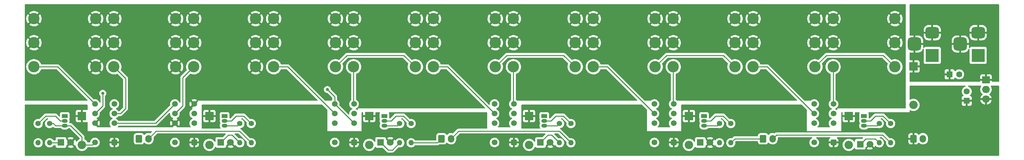
<source format=gbr>
%TF.GenerationSoftware,KiCad,Pcbnew,(6.0.5)*%
%TF.CreationDate,2022-08-04T21:56:24-04:00*%
%TF.ProjectId,effects-switcher,65666665-6374-4732-9d73-776974636865,rev?*%
%TF.SameCoordinates,Original*%
%TF.FileFunction,Copper,L1,Top*%
%TF.FilePolarity,Positive*%
%FSLAX46Y46*%
G04 Gerber Fmt 4.6, Leading zero omitted, Abs format (unit mm)*
G04 Created by KiCad (PCBNEW (6.0.5)) date 2022-08-04 21:56:24*
%MOMM*%
%LPD*%
G01*
G04 APERTURE LIST*
G04 Aperture macros list*
%AMRoundRect*
0 Rectangle with rounded corners*
0 $1 Rounding radius*
0 $2 $3 $4 $5 $6 $7 $8 $9 X,Y pos of 4 corners*
0 Add a 4 corners polygon primitive as box body*
4,1,4,$2,$3,$4,$5,$6,$7,$8,$9,$2,$3,0*
0 Add four circle primitives for the rounded corners*
1,1,$1+$1,$2,$3*
1,1,$1+$1,$4,$5*
1,1,$1+$1,$6,$7*
1,1,$1+$1,$8,$9*
0 Add four rect primitives between the rounded corners*
20,1,$1+$1,$2,$3,$4,$5,0*
20,1,$1+$1,$4,$5,$6,$7,0*
20,1,$1+$1,$6,$7,$8,$9,0*
20,1,$1+$1,$8,$9,$2,$3,0*%
G04 Aperture macros list end*
%TA.AperFunction,ComponentPad*%
%ADD10R,2.200000X2.200000*%
%TD*%
%TA.AperFunction,ComponentPad*%
%ADD11O,2.200000X2.200000*%
%TD*%
%TA.AperFunction,ComponentPad*%
%ADD12R,1.800000X1.800000*%
%TD*%
%TA.AperFunction,ComponentPad*%
%ADD13C,1.800000*%
%TD*%
%TA.AperFunction,ComponentPad*%
%ADD14C,1.400000*%
%TD*%
%TA.AperFunction,ComponentPad*%
%ADD15O,1.400000X1.400000*%
%TD*%
%TA.AperFunction,ComponentPad*%
%ADD16R,3.500000X3.500000*%
%TD*%
%TA.AperFunction,ComponentPad*%
%ADD17RoundRect,0.750000X-1.000000X0.750000X-1.000000X-0.750000X1.000000X-0.750000X1.000000X0.750000X0*%
%TD*%
%TA.AperFunction,ComponentPad*%
%ADD18RoundRect,0.875000X-0.875000X0.875000X-0.875000X-0.875000X0.875000X-0.875000X0.875000X0.875000X0*%
%TD*%
%TA.AperFunction,ComponentPad*%
%ADD19C,3.000000*%
%TD*%
%TA.AperFunction,ComponentPad*%
%ADD20R,1.500000X1.050000*%
%TD*%
%TA.AperFunction,ComponentPad*%
%ADD21O,1.500000X1.050000*%
%TD*%
%TA.AperFunction,ComponentPad*%
%ADD22RoundRect,0.250500X0.499500X0.499500X-0.499500X0.499500X-0.499500X-0.499500X0.499500X-0.499500X0*%
%TD*%
%TA.AperFunction,ComponentPad*%
%ADD23C,1.500000*%
%TD*%
%TA.AperFunction,ComponentPad*%
%ADD24O,1.700000X2.000000*%
%TD*%
%TA.AperFunction,ComponentPad*%
%ADD25RoundRect,0.250000X-0.600000X-0.750000X0.600000X-0.750000X0.600000X0.750000X-0.600000X0.750000X0*%
%TD*%
%TA.AperFunction,ComponentPad*%
%ADD26R,1.600000X1.600000*%
%TD*%
%TA.AperFunction,ComponentPad*%
%ADD27C,1.600000*%
%TD*%
%TA.AperFunction,ComponentPad*%
%ADD28R,2.000000X1.905000*%
%TD*%
%TA.AperFunction,ComponentPad*%
%ADD29O,2.000000X1.905000*%
%TD*%
%TA.AperFunction,ViaPad*%
%ADD30C,0.800000*%
%TD*%
%TA.AperFunction,Conductor*%
%ADD31C,0.250000*%
%TD*%
G04 APERTURE END LIST*
D10*
%TO.P,D13,1,K*%
%TO.N,+9V*%
X234015000Y-16920000D03*
D11*
%TO.P,D13,2,A*%
%TO.N,GND*%
X234015000Y-27080000D03*
%TD*%
D12*
%TO.P,D9,1,K*%
%TO.N,Net-(D9-Pad1)*%
X178015000Y-37000000D03*
D13*
%TO.P,D9,2,A*%
%TO.N,+5V*%
X180555000Y-37000000D03*
%TD*%
D14*
%TO.P,R1,1*%
%TO.N,Net-(Q1-Pad2)*%
X4015000Y-32000000D03*
D15*
%TO.P,R1,2*%
%TO.N,J12-1*%
X4015000Y-37080000D03*
%TD*%
D16*
%TO.P,JDC1,1*%
%TO.N,GND*%
X238972500Y-14000000D03*
D17*
%TO.P,JDC1,2*%
%TO.N,+9V*%
X238972500Y-8000000D03*
D18*
%TO.P,JDC1,3*%
X234272500Y-11000000D03*
%TD*%
D19*
%TO.P,L2-In1,R,R*%
%TO.N,GND*%
X107900000Y-10650000D03*
%TO.P,L2-In1,RN,RN*%
X124130000Y-10650000D03*
%TO.P,L2-In1,S,S*%
X107900000Y-4300000D03*
%TO.P,L2-In1,SN,SN*%
X124130000Y-4300000D03*
%TO.P,L2-In1,T,T*%
%TO.N,Net-(L2-In1-PadT)*%
X107900000Y-17000000D03*
%TO.P,L2-In1,TN,TN*%
%TO.N,Net-(L2-In1-PadTN)*%
X124130000Y-17000000D03*
%TD*%
%TO.P,In,R,R*%
%TO.N,GND*%
X2900000Y-10650000D03*
%TO.P,In,RN,RN*%
X19130000Y-10650000D03*
%TO.P,In,S,S*%
X2900000Y-4300000D03*
%TO.P,In,SN,SN*%
X19130000Y-4300000D03*
%TO.P,In,T,T*%
%TO.N,In*%
X2900000Y-17000000D03*
%TO.P,In,TN,TN*%
%TO.N,GND*%
X19130000Y-17000000D03*
%TD*%
D10*
%TO.P,D4,1,K*%
%TO.N,+5V*%
X49015000Y-30000000D03*
D11*
%TO.P,D4,2,A*%
%TO.N,Net-(D4-Pad2)*%
X49015000Y-37620000D03*
%TD*%
D20*
%TO.P,Q3,1,E*%
%TO.N,GNDD*%
X95015000Y-30000000D03*
D21*
%TO.P,Q3,2,B*%
%TO.N,Net-(Q3-Pad2)*%
X95015000Y-31270000D03*
%TO.P,Q3,3,C*%
%TO.N,Net-(D6-Pad2)*%
X95015000Y-32540000D03*
%TD*%
D22*
%TO.P,Bypass,1*%
%TO.N,+5V*%
X24015000Y-37000000D03*
D23*
%TO.P,Bypass,3*%
%TO.N,In*%
X24015000Y-31920000D03*
%TO.P,Bypass,4*%
%TO.N,Out*%
X24015000Y-29380000D03*
%TO.P,Bypass,5*%
%TO.N,L-Out*%
X24015000Y-26840000D03*
%TO.P,Bypass,8*%
%TO.N,In*%
X18935000Y-26840000D03*
%TO.P,Bypass,9*%
%TO.N,L-In*%
X18935000Y-29380000D03*
%TO.P,Bypass,10*%
%TO.N,GND*%
X18935000Y-31920000D03*
%TO.P,Bypass,12*%
%TO.N,Net-(Bypass1-Pad12)*%
X18935000Y-37000000D03*
%TD*%
D20*
%TO.P,Q4,1,E*%
%TO.N,GNDD*%
X137015000Y-30000000D03*
D21*
%TO.P,Q4,2,B*%
%TO.N,Net-(Q4-Pad2)*%
X137015000Y-31270000D03*
%TO.P,Q4,3,C*%
%TO.N,Net-(D8-Pad2)*%
X137015000Y-32540000D03*
%TD*%
D24*
%TO.P,J4,2,Pin_2*%
%TO.N,GNDD*%
X236500000Y-36000000D03*
D25*
%TO.P,J4,1,Pin_1*%
%TO.N,+5V*%
X234000000Y-36000000D03*
%TD*%
D14*
%TO.P,R3,1*%
%TO.N,Net-(Q2-Pad2)*%
X60015000Y-32000000D03*
D15*
%TO.P,R3,2*%
%TO.N,J12-2*%
X60015000Y-37080000D03*
%TD*%
D14*
%TO.P,R9,1*%
%TO.N,Net-(Q5-Pad2)*%
X186015000Y-32000000D03*
D15*
%TO.P,R9,2*%
%TO.N,J12-5*%
X186015000Y-37080000D03*
%TD*%
D20*
%TO.P,Q2,1,E*%
%TO.N,GNDD*%
X53015000Y-30000000D03*
D21*
%TO.P,Q2,2,B*%
%TO.N,Net-(Q2-Pad2)*%
X53015000Y-31270000D03*
%TO.P,Q2,3,C*%
%TO.N,Net-(D4-Pad2)*%
X53015000Y-32540000D03*
%TD*%
D22*
%TO.P,Loop3,1*%
%TO.N,+5V*%
X171015000Y-37000000D03*
D23*
%TO.P,Loop3,3*%
%TO.N,Net-(Loop2-Pad4)*%
X171015000Y-31920000D03*
%TO.P,Loop3,4*%
%TO.N,Net-(Loop3-Pad4)*%
X171015000Y-29380000D03*
%TO.P,Loop3,5*%
%TO.N,Net-(L3-Out1-PadT)*%
X171015000Y-26840000D03*
%TO.P,Loop3,8*%
%TO.N,Net-(Loop2-Pad4)*%
X165935000Y-26840000D03*
%TO.P,Loop3,9*%
%TO.N,Net-(L3-In1-PadT)*%
X165935000Y-29380000D03*
%TO.P,Loop3,10*%
%TO.N,unconnected-(Loop3-Pad10)*%
X165935000Y-31920000D03*
%TO.P,Loop3,12*%
%TO.N,Net-(D10-Pad2)*%
X165935000Y-37000000D03*
%TD*%
D14*
%TO.P,R5,1*%
%TO.N,Net-(Q3-Pad2)*%
X102015000Y-32000000D03*
D15*
%TO.P,R5,2*%
%TO.N,J12-3*%
X102015000Y-37080000D03*
%TD*%
D26*
%TO.P,C2,1*%
%TO.N,+5V*%
X248015000Y-26000000D03*
D27*
%TO.P,C2,2*%
%TO.N,GNDD*%
X248015000Y-23500000D03*
%TD*%
D10*
%TO.P,D12,1,K*%
%TO.N,+5V*%
X217015000Y-30000000D03*
D11*
%TO.P,D12,2,A*%
%TO.N,Net-(D12-Pad2)*%
X217015000Y-37620000D03*
%TD*%
D22*
%TO.P,Loop1,1*%
%TO.N,+5V*%
X87015000Y-37000000D03*
D23*
%TO.P,Loop1,3*%
%TO.N,L-In*%
X87015000Y-31920000D03*
%TO.P,Loop1,4*%
%TO.N,Net-(Loop1-Pad4)*%
X87015000Y-29380000D03*
%TO.P,Loop1,5*%
%TO.N,Net-(L1-Out1-PadT)*%
X87015000Y-26840000D03*
%TO.P,Loop1,8*%
%TO.N,L-In*%
X81935000Y-26840000D03*
%TO.P,Loop1,9*%
%TO.N,Net-(L1-In1-PadT)*%
X81935000Y-29380000D03*
%TO.P,Loop1,10*%
%TO.N,unconnected-(Loop1-Pad10)*%
X81935000Y-31920000D03*
%TO.P,Loop1,12*%
%TO.N,Net-(D6-Pad2)*%
X81935000Y-37000000D03*
%TD*%
D14*
%TO.P,R4,1*%
%TO.N,Net-(D4-Pad2)*%
X57015000Y-32000000D03*
D15*
%TO.P,R4,2*%
%TO.N,Net-(D3-Pad1)*%
X57015000Y-37080000D03*
%TD*%
D21*
%TO.P,Q1,3,C*%
%TO.N,Net-(Bypass1-Pad12)*%
X11015000Y-32540000D03*
%TO.P,Q1,2,B*%
%TO.N,Net-(Q1-Pad2)*%
X11015000Y-31270000D03*
D20*
%TO.P,Q1,1,E*%
%TO.N,GNDD*%
X11015000Y-30000000D03*
%TD*%
D14*
%TO.P,R10,1*%
%TO.N,Net-(D10-Pad2)*%
X183015000Y-32000000D03*
D15*
%TO.P,R10,2*%
%TO.N,Net-(D9-Pad1)*%
X183015000Y-37080000D03*
%TD*%
D22*
%TO.P,Loop4,1*%
%TO.N,+5V*%
X213015000Y-37000000D03*
D23*
%TO.P,Loop4,3*%
%TO.N,Net-(Loop3-Pad4)*%
X213015000Y-31920000D03*
%TO.P,Loop4,4*%
%TO.N,L-Out*%
X213015000Y-29380000D03*
%TO.P,Loop4,5*%
%TO.N,Net-(L4-Out1-PadT)*%
X213015000Y-26840000D03*
%TO.P,Loop4,8*%
%TO.N,Net-(Loop3-Pad4)*%
X207935000Y-26840000D03*
%TO.P,Loop4,9*%
%TO.N,Net-(L4-In1-PadT)*%
X207935000Y-29380000D03*
%TO.P,Loop4,10*%
%TO.N,unconnected-(Loop4-Pad10)*%
X207935000Y-31920000D03*
%TO.P,Loop4,12*%
%TO.N,Net-(D12-Pad2)*%
X207935000Y-37000000D03*
%TD*%
D19*
%TO.P,Tuner,R,R*%
%TO.N,GND*%
X44900000Y-10650000D03*
%TO.P,Tuner,RN,RN*%
X61130000Y-10650000D03*
%TO.P,Tuner,S,S*%
X44900000Y-4300000D03*
%TO.P,Tuner,SN,SN*%
X61130000Y-4300000D03*
%TO.P,Tuner,T,T*%
%TO.N,Tuner-In*%
X44900000Y-17000000D03*
%TO.P,Tuner,TN,TN*%
%TO.N,GND*%
X61130000Y-17000000D03*
%TD*%
D22*
%TO.P,Tuner,1*%
%TO.N,+5V*%
X45015000Y-37000000D03*
D23*
%TO.P,Tuner,3*%
%TO.N,unconnected-(Tuner2-Pad3)*%
X45015000Y-31920000D03*
%TO.P,Tuner,4*%
%TO.N,Out*%
X45015000Y-29380000D03*
%TO.P,Tuner,5*%
%TO.N,GND*%
X45015000Y-26840000D03*
%TO.P,Tuner,8*%
%TO.N,In*%
X39935000Y-26840000D03*
%TO.P,Tuner,9*%
%TO.N,Tuner-In*%
X39935000Y-29380000D03*
%TO.P,Tuner,10*%
%TO.N,GND*%
X39935000Y-31920000D03*
%TO.P,Tuner,12*%
%TO.N,Net-(D4-Pad2)*%
X39935000Y-37000000D03*
%TD*%
D20*
%TO.P,Q6,1,E*%
%TO.N,GNDD*%
X221015000Y-30000000D03*
D21*
%TO.P,Q6,2,B*%
%TO.N,Net-(Q6-Pad2)*%
X221015000Y-31270000D03*
%TO.P,Q6,3,C*%
%TO.N,Net-(D12-Pad2)*%
X221015000Y-32540000D03*
%TD*%
D19*
%TO.P,L2-Out1,R,R*%
%TO.N,GND*%
X128900000Y-10650000D03*
%TO.P,L2-Out1,RN,RN*%
X145130000Y-10650000D03*
%TO.P,L2-Out1,S,S*%
X128900000Y-4300000D03*
%TO.P,L2-Out1,SN,SN*%
X145130000Y-4300000D03*
%TO.P,L2-Out1,T,T*%
%TO.N,Net-(L2-Out1-PadT)*%
X128900000Y-17000000D03*
%TO.P,L2-Out1,TN,TN*%
%TO.N,Net-(L2-In1-PadTN)*%
X145130000Y-17000000D03*
%TD*%
%TO.P,L1-In1,R,R*%
%TO.N,GND*%
X65900000Y-10650000D03*
%TO.P,L1-In1,RN,RN*%
X82130000Y-10650000D03*
%TO.P,L1-In1,S,S*%
X65900000Y-4300000D03*
%TO.P,L1-In1,SN,SN*%
X82130000Y-4300000D03*
%TO.P,L1-In1,T,T*%
%TO.N,Net-(L1-In1-PadT)*%
X65900000Y-17000000D03*
%TO.P,L1-In1,TN,TN*%
%TO.N,Net-(L1-In1-PadTN)*%
X82130000Y-17000000D03*
%TD*%
D14*
%TO.P,R8,1*%
%TO.N,Net-(D8-Pad2)*%
X141015000Y-32000000D03*
D15*
%TO.P,R8,2*%
%TO.N,Net-(D7-Pad1)*%
X141015000Y-37080000D03*
%TD*%
D14*
%TO.P,R11,1*%
%TO.N,Net-(Q6-Pad2)*%
X228015000Y-32000000D03*
D15*
%TO.P,R11,2*%
%TO.N,J12-6*%
X228015000Y-37080000D03*
%TD*%
D25*
%TO.P,J56,1,Pin_1*%
%TO.N,J12-5*%
X194500000Y-36000000D03*
D24*
%TO.P,J56,2,Pin_2*%
%TO.N,J12-6*%
X197000000Y-36000000D03*
%TD*%
D19*
%TO.P,L1-Out1,R,R*%
%TO.N,GND*%
X86900000Y-10650000D03*
%TO.P,L1-Out1,RN,RN*%
X103130000Y-10650000D03*
%TO.P,L1-Out1,S,S*%
X86900000Y-4300000D03*
%TO.P,L1-Out1,SN,SN*%
X103130000Y-4300000D03*
%TO.P,L1-Out1,T,T*%
%TO.N,Net-(L1-Out1-PadT)*%
X86900000Y-17000000D03*
%TO.P,L1-Out1,TN,TN*%
%TO.N,Net-(L1-In1-PadTN)*%
X103130000Y-17000000D03*
%TD*%
D10*
%TO.P,D10,1,K*%
%TO.N,+5V*%
X175015000Y-30000000D03*
D11*
%TO.P,D10,2,A*%
%TO.N,Net-(D10-Pad2)*%
X175015000Y-37620000D03*
%TD*%
D19*
%TO.P,L3-Out1,R,R*%
%TO.N,GND*%
X170900000Y-10650000D03*
%TO.P,L3-Out1,RN,RN*%
X187130000Y-10650000D03*
%TO.P,L3-Out1,S,S*%
X170900000Y-4300000D03*
%TO.P,L3-Out1,SN,SN*%
X187130000Y-4300000D03*
%TO.P,L3-Out1,T,T*%
%TO.N,Net-(L3-Out1-PadT)*%
X170900000Y-17000000D03*
%TO.P,L3-Out1,TN,TN*%
%TO.N,Net-(L3-In1-PadTN)*%
X187130000Y-17000000D03*
%TD*%
D10*
%TO.P,D2,1,K*%
%TO.N,+5V*%
X15515000Y-30000000D03*
D11*
%TO.P,D2,2,A*%
%TO.N,Net-(Bypass1-Pad12)*%
X15515000Y-37620000D03*
%TD*%
D19*
%TO.P,L4-In1,R,R*%
%TO.N,GND*%
X191900000Y-10650000D03*
%TO.P,L4-In1,RN,RN*%
X208130000Y-10650000D03*
%TO.P,L4-In1,S,S*%
X191900000Y-4300000D03*
%TO.P,L4-In1,SN,SN*%
X208130000Y-4300000D03*
%TO.P,L4-In1,T,T*%
%TO.N,Net-(L4-In1-PadT)*%
X191900000Y-17000000D03*
%TO.P,L4-In1,TN,TN*%
%TO.N,Net-(L4-In1-PadTN)*%
X208130000Y-17000000D03*
%TD*%
D28*
%TO.P,U1,1,VI*%
%TO.N,+9V*%
X253070000Y-20460000D03*
D29*
%TO.P,U1,2,GND*%
%TO.N,GNDD*%
X253070000Y-23000000D03*
%TO.P,U1,3,VO*%
%TO.N,+5V*%
X253070000Y-25540000D03*
%TD*%
D14*
%TO.P,R7,1*%
%TO.N,Net-(Q4-Pad2)*%
X144015000Y-32000000D03*
D15*
%TO.P,R7,2*%
%TO.N,J12-4*%
X144015000Y-37080000D03*
%TD*%
D19*
%TO.P,L4-Out1,R,R*%
%TO.N,GND*%
X212900000Y-10650000D03*
%TO.P,L4-Out1,RN,RN*%
X229130000Y-10650000D03*
%TO.P,L4-Out1,S,S*%
X212900000Y-4300000D03*
%TO.P,L4-Out1,SN,SN*%
X229130000Y-4300000D03*
%TO.P,L4-Out1,T,T*%
%TO.N,Net-(L4-Out1-PadT)*%
X212900000Y-17000000D03*
%TO.P,L4-Out1,TN,TN*%
%TO.N,Net-(L4-In1-PadTN)*%
X229130000Y-17000000D03*
%TD*%
D12*
%TO.P,D3,1,K*%
%TO.N,Net-(D3-Pad1)*%
X52015000Y-37000000D03*
D13*
%TO.P,D3,2,A*%
%TO.N,+5V*%
X54555000Y-37000000D03*
%TD*%
D25*
%TO.P,J34,1,Pin_1*%
%TO.N,J12-3*%
X110000000Y-36000000D03*
D24*
%TO.P,J34,2,Pin_2*%
%TO.N,J12-4*%
X112500000Y-36000000D03*
%TD*%
D16*
%TO.P,JDC2,1*%
%TO.N,GND*%
X251015000Y-14000000D03*
D17*
%TO.P,JDC2,2*%
%TO.N,+9V*%
X251015000Y-8000000D03*
D18*
%TO.P,JDC2,3*%
X246315000Y-11000000D03*
%TD*%
D26*
%TO.P,C1,1*%
%TO.N,+9V*%
X243515000Y-19000000D03*
D27*
%TO.P,C1,2*%
%TO.N,GND*%
X246015000Y-19000000D03*
%TD*%
D22*
%TO.P,Loop2,1*%
%TO.N,+5V*%
X129015000Y-37000000D03*
D23*
%TO.P,Loop2,3*%
%TO.N,Net-(Loop1-Pad4)*%
X129015000Y-31920000D03*
%TO.P,Loop2,4*%
%TO.N,Net-(Loop2-Pad4)*%
X129015000Y-29380000D03*
%TO.P,Loop2,5*%
%TO.N,Net-(L2-Out1-PadT)*%
X129015000Y-26840000D03*
%TO.P,Loop2,8*%
%TO.N,Net-(Loop1-Pad4)*%
X123935000Y-26840000D03*
%TO.P,Loop2,9*%
%TO.N,Net-(L2-In1-PadT)*%
X123935000Y-29380000D03*
%TO.P,Loop2,10*%
%TO.N,unconnected-(Loop2-Pad10)*%
X123935000Y-31920000D03*
%TO.P,Loop2,12*%
%TO.N,Net-(D8-Pad2)*%
X123935000Y-37000000D03*
%TD*%
D12*
%TO.P,D1,1,K*%
%TO.N,Net-(D1-Pad1)*%
X10015000Y-37000000D03*
D13*
%TO.P,D1,2,A*%
%TO.N,+5V*%
X12555000Y-37000000D03*
%TD*%
D14*
%TO.P,R2,1*%
%TO.N,Net-(Bypass1-Pad12)*%
X7015000Y-32000000D03*
D15*
%TO.P,R2,2*%
%TO.N,Net-(D1-Pad1)*%
X7015000Y-37080000D03*
%TD*%
D19*
%TO.P,L3-In1,R,R*%
%TO.N,GND*%
X149900000Y-10650000D03*
%TO.P,L3-In1,RN,RN*%
X166130000Y-10650000D03*
%TO.P,L3-In1,S,S*%
X149900000Y-4300000D03*
%TO.P,L3-In1,SN,SN*%
X166130000Y-4300000D03*
%TO.P,L3-In1,T,T*%
%TO.N,Net-(L3-In1-PadT)*%
X149900000Y-17000000D03*
%TO.P,L3-In1,TN,TN*%
%TO.N,Net-(L3-In1-PadTN)*%
X166130000Y-17000000D03*
%TD*%
D10*
%TO.P,D8,1,K*%
%TO.N,+5V*%
X133015000Y-30000000D03*
D11*
%TO.P,D8,2,A*%
%TO.N,Net-(D8-Pad2)*%
X133015000Y-37620000D03*
%TD*%
D10*
%TO.P,D6,1,K*%
%TO.N,+5V*%
X91015000Y-30000000D03*
D11*
%TO.P,D6,2,A*%
%TO.N,Net-(D6-Pad2)*%
X91015000Y-37620000D03*
%TD*%
D12*
%TO.P,D7,1,K*%
%TO.N,Net-(D7-Pad1)*%
X136015000Y-37000000D03*
D13*
%TO.P,D7,2,A*%
%TO.N,+5V*%
X138555000Y-37000000D03*
%TD*%
D14*
%TO.P,R6,1*%
%TO.N,Net-(D6-Pad2)*%
X99015000Y-32000000D03*
D15*
%TO.P,R6,2*%
%TO.N,Net-(D5-Pad1)*%
X99015000Y-37080000D03*
%TD*%
D12*
%TO.P,D11,1,K*%
%TO.N,Net-(D11-Pad1)*%
X220015000Y-37460000D03*
D13*
%TO.P,D11,2,A*%
%TO.N,+5V*%
X222555000Y-37460000D03*
%TD*%
D20*
%TO.P,Q5,1,E*%
%TO.N,GNDD*%
X179015000Y-30000000D03*
D21*
%TO.P,Q5,2,B*%
%TO.N,Net-(Q5-Pad2)*%
X179015000Y-31270000D03*
%TO.P,Q5,3,C*%
%TO.N,Net-(D10-Pad2)*%
X179015000Y-32540000D03*
%TD*%
D25*
%TO.P,J12,1,Pin_1*%
%TO.N,J12-1*%
X30500000Y-36000000D03*
D24*
%TO.P,J12,2,Pin_2*%
%TO.N,J12-2*%
X33000000Y-36000000D03*
%TD*%
D19*
%TO.P,Out,R,R*%
%TO.N,GND*%
X23900000Y-10650000D03*
%TO.P,Out,RN,RN*%
X40130000Y-10650000D03*
%TO.P,Out,S,S*%
X23900000Y-4300000D03*
%TO.P,Out,SN,SN*%
X40130000Y-4300000D03*
%TO.P,Out,T,T*%
%TO.N,Out*%
X23900000Y-17000000D03*
%TO.P,Out,TN,TN*%
%TO.N,GND*%
X40130000Y-17000000D03*
%TD*%
D14*
%TO.P,R12,1*%
%TO.N,Net-(D12-Pad2)*%
X225015000Y-32000000D03*
D15*
%TO.P,R12,2*%
%TO.N,Net-(D11-Pad1)*%
X225015000Y-37080000D03*
%TD*%
D12*
%TO.P,D5,1,K*%
%TO.N,Net-(D5-Pad1)*%
X94015000Y-37000000D03*
D13*
%TO.P,D5,2,A*%
%TO.N,+5V*%
X96555000Y-37000000D03*
%TD*%
D30*
%TO.N,L-In*%
X21000000Y-24000000D03*
X80000000Y-23000000D03*
%TD*%
D31*
%TO.N,+9V*%
X246315000Y-11000000D02*
X248015000Y-11000000D01*
%TO.N,Net-(D1-Pad1)*%
X9935000Y-37080000D02*
X10015000Y-37000000D01*
X7015000Y-37080000D02*
X9935000Y-37080000D01*
%TO.N,Net-(Q1-Pad2)*%
X11015000Y-31270000D02*
X9785000Y-31270000D01*
X9785000Y-31270000D02*
X8515000Y-30000000D01*
X6015000Y-30000000D02*
X4015000Y-32000000D01*
X8515000Y-30000000D02*
X6015000Y-30000000D01*
%TO.N,Net-(D3-Pad1)*%
X54935000Y-35000000D02*
X57015000Y-37080000D01*
X52015000Y-37000000D02*
X52015000Y-36985000D01*
X52015000Y-36985000D02*
X54000000Y-35000000D01*
X54000000Y-35000000D02*
X54935000Y-35000000D01*
%TO.N,Net-(D5-Pad1)*%
X94015000Y-37000000D02*
X96015000Y-39000000D01*
X96015000Y-39000000D02*
X97095000Y-39000000D01*
X97095000Y-39000000D02*
X99015000Y-37080000D01*
%TO.N,Net-(D7-Pad1)*%
X138000000Y-35000000D02*
X138000000Y-35015000D01*
X138000000Y-35015000D02*
X136015000Y-37000000D01*
X138935000Y-35000000D02*
X138000000Y-35000000D01*
X141015000Y-37080000D02*
X138935000Y-35000000D01*
%TO.N,Net-(D11-Pad1)*%
X220015000Y-37460000D02*
X221475000Y-36000000D01*
X221475000Y-36000000D02*
X223935000Y-36000000D01*
X223935000Y-36000000D02*
X225015000Y-37080000D01*
%TO.N,J12-2*%
X33000000Y-36000000D02*
X35000000Y-34000000D01*
X35000000Y-34000000D02*
X56935000Y-34000000D01*
X56935000Y-34000000D02*
X60015000Y-37080000D01*
%TO.N,J12-3*%
X108920000Y-37080000D02*
X110000000Y-36000000D01*
X102015000Y-37080000D02*
X108920000Y-37080000D01*
%TO.N,J12-4*%
X140935000Y-34000000D02*
X144015000Y-37080000D01*
X112500000Y-36000000D02*
X114500000Y-34000000D01*
X114500000Y-34000000D02*
X140935000Y-34000000D01*
%TO.N,J12-5*%
X187095000Y-36000000D02*
X194500000Y-36000000D01*
X186015000Y-37080000D02*
X187095000Y-36000000D01*
%TO.N,J12-6*%
X198000000Y-35000000D02*
X225935000Y-35000000D01*
X225935000Y-35000000D02*
X228015000Y-37080000D01*
X197000000Y-36000000D02*
X198000000Y-35000000D01*
%TO.N,Net-(Q2-Pad2)*%
X54745000Y-31270000D02*
X56015000Y-30000000D01*
X53015000Y-31270000D02*
X54745000Y-31270000D01*
X58015000Y-30000000D02*
X60015000Y-32000000D01*
X56015000Y-30000000D02*
X58015000Y-30000000D01*
%TO.N,Net-(Q3-Pad2)*%
X95015000Y-31270000D02*
X96745000Y-31270000D01*
X96745000Y-31270000D02*
X98015000Y-30000000D01*
X98015000Y-30000000D02*
X100015000Y-30000000D01*
X100015000Y-30000000D02*
X102015000Y-32000000D01*
%TO.N,Net-(Q4-Pad2)*%
X140015000Y-30000000D02*
X142015000Y-30000000D01*
X138745000Y-31270000D02*
X140015000Y-30000000D01*
X137015000Y-31270000D02*
X138745000Y-31270000D01*
X142015000Y-30000000D02*
X144015000Y-32000000D01*
%TO.N,Net-(Q5-Pad2)*%
X184015000Y-30000000D02*
X186015000Y-32000000D01*
X180745000Y-31270000D02*
X182015000Y-30000000D01*
X182015000Y-30000000D02*
X184015000Y-30000000D01*
X179015000Y-31270000D02*
X180745000Y-31270000D01*
%TO.N,Net-(Q6-Pad2)*%
X221015000Y-31270000D02*
X222745000Y-31270000D01*
X226015000Y-30000000D02*
X228015000Y-32000000D01*
X224015000Y-30000000D02*
X226015000Y-30000000D01*
X222745000Y-31270000D02*
X224015000Y-30000000D01*
%TO.N,In*%
X2900000Y-17025000D02*
X9120000Y-17025000D01*
X24015000Y-31920000D02*
X34855000Y-31920000D01*
X34855000Y-31920000D02*
X39935000Y-26840000D01*
X9120000Y-17025000D02*
X18935000Y-26840000D01*
%TO.N,Out*%
X27000000Y-20100000D02*
X27000000Y-28000000D01*
X23900000Y-17000000D02*
X27000000Y-20100000D01*
X25620000Y-29380000D02*
X24015000Y-29380000D01*
X27000000Y-28000000D02*
X25620000Y-29380000D01*
%TO.N,L-In*%
X81935000Y-26840000D02*
X87015000Y-31920000D01*
X81935000Y-24920000D02*
X81935000Y-26840000D01*
X21000000Y-27315000D02*
X21000000Y-24000000D01*
X80015000Y-23000000D02*
X81935000Y-24920000D01*
X18935000Y-29380000D02*
X21000000Y-27315000D01*
%TO.N,Net-(D10-Pad2)*%
X182475000Y-32540000D02*
X183015000Y-32000000D01*
X179015000Y-32540000D02*
X182475000Y-32540000D01*
%TO.N,Net-(D12-Pad2)*%
X224475000Y-32540000D02*
X225015000Y-32000000D01*
X221015000Y-32540000D02*
X224475000Y-32540000D01*
%TO.N,Net-(L1-In1-PadT)*%
X65900000Y-17025000D02*
X69580000Y-17025000D01*
X69580000Y-17025000D02*
X81935000Y-29380000D01*
%TO.N,Net-(L2-In1-PadT)*%
X111580000Y-17025000D02*
X123935000Y-29380000D01*
X107900000Y-17025000D02*
X111580000Y-17025000D01*
%TO.N,Net-(L3-In1-PadT)*%
X153580000Y-17025000D02*
X165935000Y-29380000D01*
X149900000Y-17025000D02*
X153580000Y-17025000D01*
%TO.N,Net-(L4-In1-PadT)*%
X191900000Y-17025000D02*
X195580000Y-17025000D01*
X195580000Y-17025000D02*
X207935000Y-29380000D01*
%TO.N,Tuner-In*%
X42000000Y-27315000D02*
X39935000Y-29380000D01*
X44900000Y-17000000D02*
X42000000Y-19900000D01*
X42000000Y-19900000D02*
X42000000Y-27315000D01*
%TO.N,Net-(D4-Pad2)*%
X53015000Y-32540000D02*
X56475000Y-32540000D01*
X56475000Y-32540000D02*
X57015000Y-32000000D01*
%TO.N,Net-(L1-In1-PadTN)*%
X85155000Y-14000000D02*
X100105000Y-14000000D01*
X82130000Y-17025000D02*
X85155000Y-14000000D01*
X100105000Y-14000000D02*
X103130000Y-17025000D01*
%TO.N,Net-(L1-Out1-PadT)*%
X86900000Y-26725000D02*
X87015000Y-26840000D01*
X86900000Y-17025000D02*
X86900000Y-26725000D01*
%TO.N,Net-(L2-In1-PadTN)*%
X142105000Y-14000000D02*
X145130000Y-17025000D01*
X124130000Y-17025000D02*
X127155000Y-14000000D01*
X127155000Y-14000000D02*
X142105000Y-14000000D01*
%TO.N,Net-(L2-Out1-PadT)*%
X128900000Y-26725000D02*
X129015000Y-26840000D01*
X128900000Y-17025000D02*
X128900000Y-26725000D01*
%TO.N,Net-(L3-In1-PadTN)*%
X184105000Y-14000000D02*
X187130000Y-17025000D01*
X169155000Y-14000000D02*
X184105000Y-14000000D01*
X166130000Y-17025000D02*
X169155000Y-14000000D01*
%TO.N,Net-(L3-Out1-PadT)*%
X170900000Y-17025000D02*
X170900000Y-26725000D01*
X170900000Y-26725000D02*
X171015000Y-26840000D01*
%TO.N,Net-(L4-In1-PadTN)*%
X208130000Y-17025000D02*
X211155000Y-14000000D01*
X226105000Y-14000000D02*
X229130000Y-17025000D01*
X211155000Y-14000000D02*
X226105000Y-14000000D01*
%TO.N,Net-(L4-Out1-PadT)*%
X212900000Y-17025000D02*
X212900000Y-26725000D01*
X212900000Y-26725000D02*
X213015000Y-26840000D01*
%TO.N,Net-(Bypass1-Pad12)*%
X15515000Y-37620000D02*
X18315000Y-37620000D01*
X12555000Y-32540000D02*
X15515000Y-35500000D01*
X8015000Y-32000000D02*
X8555000Y-32540000D01*
X18315000Y-37620000D02*
X18935000Y-37000000D01*
X8555000Y-32540000D02*
X11015000Y-32540000D01*
X11015000Y-32540000D02*
X12555000Y-32540000D01*
X7015000Y-32000000D02*
X8015000Y-32000000D01*
X15515000Y-35500000D02*
X15515000Y-37620000D01*
%TO.N,Net-(D6-Pad2)*%
X98475000Y-32540000D02*
X99015000Y-32000000D01*
X95015000Y-32540000D02*
X98475000Y-32540000D01*
%TO.N,Net-(D8-Pad2)*%
X137015000Y-32540000D02*
X140475000Y-32540000D01*
X140475000Y-32540000D02*
X141015000Y-32000000D01*
%TD*%
%TA.AperFunction,Conductor*%
%TO.N,+5V*%
G36*
X247668477Y-22020002D02*
G01*
X247714970Y-22073658D01*
X247725074Y-22143932D01*
X247695580Y-22208512D01*
X247632967Y-22247707D01*
X247571067Y-22264293D01*
X247571065Y-22264294D01*
X247565757Y-22265716D01*
X247560776Y-22268039D01*
X247560775Y-22268039D01*
X247363238Y-22360151D01*
X247363233Y-22360154D01*
X247358251Y-22362477D01*
X247299060Y-22403923D01*
X247175211Y-22490643D01*
X247175208Y-22490645D01*
X247170700Y-22493802D01*
X247008802Y-22655700D01*
X247005645Y-22660208D01*
X247005643Y-22660211D01*
X246950902Y-22738389D01*
X246877477Y-22843251D01*
X246875154Y-22848233D01*
X246875151Y-22848238D01*
X246849659Y-22902907D01*
X246780716Y-23050757D01*
X246779294Y-23056065D01*
X246779293Y-23056067D01*
X246758733Y-23132799D01*
X246721457Y-23271913D01*
X246701502Y-23500000D01*
X246721457Y-23728087D01*
X246722881Y-23733400D01*
X246722881Y-23733402D01*
X246759160Y-23868794D01*
X246780716Y-23949243D01*
X246783039Y-23954224D01*
X246783039Y-23954225D01*
X246875151Y-24151762D01*
X246875154Y-24151767D01*
X246877477Y-24156749D01*
X247008802Y-24344300D01*
X247154922Y-24490420D01*
X247188948Y-24552732D01*
X247183883Y-24623547D01*
X247141336Y-24680383D01*
X247104394Y-24697683D01*
X247104793Y-24698748D01*
X246976946Y-24746676D01*
X246961351Y-24755214D01*
X246859276Y-24831715D01*
X246846715Y-24844276D01*
X246770214Y-24946351D01*
X246761676Y-24961946D01*
X246716522Y-25082394D01*
X246712895Y-25097649D01*
X246707369Y-25148514D01*
X246707000Y-25155328D01*
X246707000Y-25727885D01*
X246711475Y-25743124D01*
X246712865Y-25744329D01*
X246720548Y-25746000D01*
X249304884Y-25746000D01*
X249320123Y-25741525D01*
X249321328Y-25740135D01*
X249322999Y-25732452D01*
X249322999Y-25155331D01*
X249322629Y-25148510D01*
X249317105Y-25097648D01*
X249313479Y-25082396D01*
X249268324Y-24961946D01*
X249259786Y-24946351D01*
X249183285Y-24844276D01*
X249170724Y-24831715D01*
X249068649Y-24755214D01*
X249053054Y-24746676D01*
X248925207Y-24698748D01*
X248925904Y-24696888D01*
X248873372Y-24666869D01*
X248840558Y-24603910D01*
X248846992Y-24533206D01*
X248875079Y-24490419D01*
X249021198Y-24344300D01*
X249152523Y-24156749D01*
X249154846Y-24151767D01*
X249154849Y-24151762D01*
X249246961Y-23954225D01*
X249246961Y-23954224D01*
X249249284Y-23949243D01*
X249270841Y-23868794D01*
X249307119Y-23733402D01*
X249307119Y-23733400D01*
X249308543Y-23728087D01*
X249328498Y-23500000D01*
X249308543Y-23271913D01*
X249271267Y-23132799D01*
X249250707Y-23056067D01*
X249250706Y-23056065D01*
X249249284Y-23050757D01*
X249180341Y-22902907D01*
X249154849Y-22848238D01*
X249154846Y-22848233D01*
X249152523Y-22843251D01*
X249079098Y-22738389D01*
X249024357Y-22660211D01*
X249024355Y-22660208D01*
X249021198Y-22655700D01*
X248859300Y-22493802D01*
X248854792Y-22490645D01*
X248854789Y-22490643D01*
X248730940Y-22403923D01*
X248671749Y-22362477D01*
X248666767Y-22360154D01*
X248666762Y-22360151D01*
X248469225Y-22268039D01*
X248469224Y-22268039D01*
X248464243Y-22265716D01*
X248458935Y-22264294D01*
X248458933Y-22264293D01*
X248397033Y-22247707D01*
X248336410Y-22210755D01*
X248305389Y-22146894D01*
X248313817Y-22076400D01*
X248359020Y-22021653D01*
X248429644Y-22000000D01*
X251692339Y-22000000D01*
X251760460Y-22020002D01*
X251806953Y-22073658D01*
X251817057Y-22143932D01*
X251800215Y-22188052D01*
X251801432Y-22188724D01*
X251703773Y-22365634D01*
X251685326Y-22399050D01*
X251605130Y-22625515D01*
X251604223Y-22630608D01*
X251604222Y-22630611D01*
X251565457Y-22848238D01*
X251562999Y-22862037D01*
X251560064Y-23102263D01*
X251596404Y-23339744D01*
X251633094Y-23451997D01*
X251669434Y-23563183D01*
X251669437Y-23563189D01*
X251671042Y-23568101D01*
X251673429Y-23572687D01*
X251673431Y-23572691D01*
X251728703Y-23678866D01*
X251781975Y-23781200D01*
X251785085Y-23785342D01*
X251904159Y-23943933D01*
X251926223Y-23973320D01*
X252099912Y-24139301D01*
X252137351Y-24164840D01*
X252182352Y-24219751D01*
X252190523Y-24290275D01*
X252159269Y-24354022D01*
X252134790Y-24374716D01*
X252132674Y-24376085D01*
X252124502Y-24382378D01*
X251954520Y-24537050D01*
X251947494Y-24544583D01*
X251805055Y-24724944D01*
X251799350Y-24733531D01*
X251688286Y-24934722D01*
X251684056Y-24944134D01*
X251607341Y-25160768D01*
X251604707Y-25170739D01*
X251587353Y-25268163D01*
X251588813Y-25281460D01*
X251603370Y-25286000D01*
X254538096Y-25286000D01*
X254551440Y-25282082D01*
X254553427Y-25267806D01*
X254543890Y-25205485D01*
X254541501Y-25195457D01*
X254470102Y-24977012D01*
X254466105Y-24967503D01*
X254359989Y-24763656D01*
X254354495Y-24754931D01*
X254216507Y-24571148D01*
X254209664Y-24563441D01*
X254043509Y-24404661D01*
X254035502Y-24398177D01*
X254002644Y-24375763D01*
X253957641Y-24320852D01*
X253949468Y-24250328D01*
X253980722Y-24186580D01*
X254005204Y-24165884D01*
X254007635Y-24164311D01*
X254011977Y-24161502D01*
X254189670Y-23999814D01*
X254293143Y-23868794D01*
X254335367Y-23815330D01*
X254335370Y-23815325D01*
X254338568Y-23811276D01*
X254352885Y-23785342D01*
X254452177Y-23605474D01*
X254452179Y-23605470D01*
X254454674Y-23600950D01*
X254492362Y-23494525D01*
X254533144Y-23379360D01*
X254533145Y-23379356D01*
X254534870Y-23374485D01*
X254540183Y-23344659D01*
X254576095Y-23143052D01*
X254576096Y-23143046D01*
X254577001Y-23137963D01*
X254579936Y-22897737D01*
X254543596Y-22660256D01*
X254489191Y-22493802D01*
X254470566Y-22436817D01*
X254470563Y-22436811D01*
X254468958Y-22431899D01*
X254434463Y-22365634D01*
X254360416Y-22223393D01*
X254358025Y-22218800D01*
X254345150Y-22201652D01*
X254320245Y-22135167D01*
X254335238Y-22065771D01*
X254385369Y-22015498D01*
X254445911Y-22000000D01*
X256380500Y-22000000D01*
X256448621Y-22020002D01*
X256495114Y-22073658D01*
X256506500Y-22126000D01*
X256506500Y-40365500D01*
X256486498Y-40433621D01*
X256432842Y-40480114D01*
X256380500Y-40491500D01*
X649500Y-40491500D01*
X581379Y-40471498D01*
X534886Y-40417842D01*
X523500Y-40365500D01*
X523500Y-37080000D01*
X2801884Y-37080000D01*
X2820314Y-37290655D01*
X2821738Y-37295968D01*
X2821738Y-37295970D01*
X2864887Y-37457002D01*
X2875044Y-37494910D01*
X2877366Y-37499891D01*
X2877367Y-37499892D01*
X2961358Y-37680010D01*
X2964411Y-37686558D01*
X3085699Y-37859776D01*
X3235224Y-38009301D01*
X3408442Y-38130589D01*
X3413420Y-38132910D01*
X3413423Y-38132912D01*
X3589796Y-38215156D01*
X3600090Y-38219956D01*
X3605398Y-38221378D01*
X3605400Y-38221379D01*
X3799030Y-38273262D01*
X3799032Y-38273262D01*
X3804345Y-38274686D01*
X4015000Y-38293116D01*
X4225655Y-38274686D01*
X4230968Y-38273262D01*
X4230970Y-38273262D01*
X4424600Y-38221379D01*
X4424602Y-38221378D01*
X4429910Y-38219956D01*
X4440204Y-38215156D01*
X4616577Y-38132912D01*
X4616580Y-38132910D01*
X4621558Y-38130589D01*
X4794776Y-38009301D01*
X4944301Y-37859776D01*
X5065589Y-37686558D01*
X5068643Y-37680010D01*
X5152633Y-37499892D01*
X5152634Y-37499891D01*
X5154956Y-37494910D01*
X5165114Y-37457002D01*
X5208262Y-37295970D01*
X5208262Y-37295968D01*
X5209686Y-37290655D01*
X5228116Y-37080000D01*
X5801884Y-37080000D01*
X5820314Y-37290655D01*
X5821738Y-37295968D01*
X5821738Y-37295970D01*
X5864887Y-37457002D01*
X5875044Y-37494910D01*
X5877366Y-37499891D01*
X5877367Y-37499892D01*
X5961358Y-37680010D01*
X5964411Y-37686558D01*
X6085699Y-37859776D01*
X6235224Y-38009301D01*
X6408442Y-38130589D01*
X6413420Y-38132910D01*
X6413423Y-38132912D01*
X6589796Y-38215156D01*
X6600090Y-38219956D01*
X6605398Y-38221378D01*
X6605400Y-38221379D01*
X6799030Y-38273262D01*
X6799032Y-38273262D01*
X6804345Y-38274686D01*
X7015000Y-38293116D01*
X7225655Y-38274686D01*
X7230968Y-38273262D01*
X7230970Y-38273262D01*
X7424600Y-38221379D01*
X7424602Y-38221378D01*
X7429910Y-38219956D01*
X7440204Y-38215156D01*
X7616577Y-38132912D01*
X7616580Y-38132910D01*
X7621558Y-38130589D01*
X7794776Y-38009301D01*
X7944301Y-37859776D01*
X8009102Y-37767230D01*
X8064559Y-37722901D01*
X8112315Y-37713500D01*
X8480500Y-37713500D01*
X8548621Y-37733502D01*
X8595114Y-37787158D01*
X8606500Y-37839500D01*
X8606500Y-37948134D01*
X8613255Y-38010316D01*
X8664385Y-38146705D01*
X8751739Y-38263261D01*
X8868295Y-38350615D01*
X9004684Y-38401745D01*
X9066866Y-38408500D01*
X10963134Y-38408500D01*
X11025316Y-38401745D01*
X11161705Y-38350615D01*
X11278261Y-38263261D01*
X11354597Y-38161406D01*
X11758423Y-38161406D01*
X11763704Y-38168461D01*
X11940080Y-38271527D01*
X11949363Y-38275974D01*
X12156003Y-38354883D01*
X12165901Y-38357759D01*
X12382653Y-38401857D01*
X12392883Y-38403076D01*
X12613914Y-38411182D01*
X12624223Y-38410714D01*
X12843623Y-38382608D01*
X12853688Y-38380468D01*
X13065557Y-38316905D01*
X13075152Y-38313144D01*
X13273778Y-38215838D01*
X13282636Y-38210559D01*
X13340097Y-38169572D01*
X13348497Y-38158874D01*
X13341510Y-38145721D01*
X12567811Y-37372021D01*
X12553868Y-37364408D01*
X12552034Y-37364539D01*
X12545420Y-37368790D01*
X11765180Y-38149031D01*
X11758423Y-38161406D01*
X11354597Y-38161406D01*
X11365615Y-38146705D01*
X11416745Y-38010316D01*
X11423500Y-37948134D01*
X11423500Y-37824479D01*
X11443502Y-37756359D01*
X11460405Y-37735384D01*
X12182979Y-37012811D01*
X12190592Y-36998868D01*
X12190461Y-36997034D01*
X12186210Y-36990420D01*
X11460405Y-36264616D01*
X11426380Y-36202303D01*
X11423500Y-36175520D01*
X11423500Y-36051866D01*
X11416745Y-35989684D01*
X11365615Y-35853295D01*
X11356184Y-35840711D01*
X11760508Y-35840711D01*
X11767251Y-35853040D01*
X12542189Y-36627979D01*
X12556132Y-36635592D01*
X12557966Y-36635461D01*
X12564580Y-36631210D01*
X13343994Y-35851795D01*
X13351011Y-35838944D01*
X13343237Y-35828274D01*
X13340902Y-35826430D01*
X13332320Y-35820729D01*
X13138678Y-35713833D01*
X13129272Y-35709606D01*
X12920772Y-35635772D01*
X12910809Y-35633140D01*
X12693047Y-35594350D01*
X12682796Y-35593381D01*
X12461616Y-35590679D01*
X12451332Y-35591399D01*
X12232693Y-35624855D01*
X12222666Y-35627244D01*
X12012426Y-35695961D01*
X12002916Y-35699958D01*
X11806725Y-35802089D01*
X11798007Y-35807578D01*
X11768961Y-35829386D01*
X11760508Y-35840711D01*
X11356184Y-35840711D01*
X11278261Y-35736739D01*
X11161705Y-35649385D01*
X11025316Y-35598255D01*
X10963134Y-35591500D01*
X9066866Y-35591500D01*
X9004684Y-35598255D01*
X8868295Y-35649385D01*
X8751739Y-35736739D01*
X8664385Y-35853295D01*
X8613255Y-35989684D01*
X8606500Y-36051866D01*
X8606500Y-36320500D01*
X8586498Y-36388621D01*
X8532842Y-36435114D01*
X8480500Y-36446500D01*
X8112315Y-36446500D01*
X8044194Y-36426498D01*
X8009102Y-36392770D01*
X7988844Y-36363838D01*
X7944301Y-36300224D01*
X7794776Y-36150699D01*
X7621558Y-36029411D01*
X7616580Y-36027090D01*
X7616577Y-36027088D01*
X7434892Y-35942367D01*
X7434891Y-35942366D01*
X7429910Y-35940044D01*
X7424602Y-35938622D01*
X7424600Y-35938621D01*
X7230970Y-35886738D01*
X7230968Y-35886738D01*
X7225655Y-35885314D01*
X7015000Y-35866884D01*
X6804345Y-35885314D01*
X6799032Y-35886738D01*
X6799030Y-35886738D01*
X6605400Y-35938621D01*
X6605398Y-35938622D01*
X6600090Y-35940044D01*
X6595109Y-35942366D01*
X6595108Y-35942367D01*
X6413423Y-36027088D01*
X6413420Y-36027090D01*
X6408442Y-36029411D01*
X6235224Y-36150699D01*
X6085699Y-36300224D01*
X5964411Y-36473442D01*
X5962090Y-36478420D01*
X5962088Y-36478423D01*
X5877367Y-36660108D01*
X5875044Y-36665090D01*
X5873622Y-36670398D01*
X5873621Y-36670400D01*
X5834455Y-36816569D01*
X5820314Y-36869345D01*
X5801884Y-37080000D01*
X5228116Y-37080000D01*
X5209686Y-36869345D01*
X5195545Y-36816569D01*
X5156379Y-36670400D01*
X5156378Y-36670398D01*
X5154956Y-36665090D01*
X5152633Y-36660108D01*
X5067912Y-36478423D01*
X5067910Y-36478420D01*
X5065589Y-36473442D01*
X4944301Y-36300224D01*
X4794776Y-36150699D01*
X4621558Y-36029411D01*
X4616580Y-36027090D01*
X4616577Y-36027088D01*
X4434892Y-35942367D01*
X4434891Y-35942366D01*
X4429910Y-35940044D01*
X4424602Y-35938622D01*
X4424600Y-35938621D01*
X4230970Y-35886738D01*
X4230968Y-35886738D01*
X4225655Y-35885314D01*
X4015000Y-35866884D01*
X3804345Y-35885314D01*
X3799032Y-35886738D01*
X3799030Y-35886738D01*
X3605400Y-35938621D01*
X3605398Y-35938622D01*
X3600090Y-35940044D01*
X3595109Y-35942366D01*
X3595108Y-35942367D01*
X3413423Y-36027088D01*
X3413420Y-36027090D01*
X3408442Y-36029411D01*
X3235224Y-36150699D01*
X3085699Y-36300224D01*
X2964411Y-36473442D01*
X2962090Y-36478420D01*
X2962088Y-36478423D01*
X2877367Y-36660108D01*
X2875044Y-36665090D01*
X2873622Y-36670398D01*
X2873621Y-36670400D01*
X2834455Y-36816569D01*
X2820314Y-36869345D01*
X2801884Y-37080000D01*
X523500Y-37080000D01*
X523500Y-32000000D01*
X2801884Y-32000000D01*
X2820314Y-32210655D01*
X2821738Y-32215968D01*
X2821738Y-32215970D01*
X2858208Y-32352076D01*
X2875044Y-32414910D01*
X2877366Y-32419891D01*
X2877367Y-32419892D01*
X2939670Y-32553500D01*
X2964411Y-32606558D01*
X3085699Y-32779776D01*
X3235224Y-32929301D01*
X3408442Y-33050589D01*
X3413420Y-33052910D01*
X3413423Y-33052912D01*
X3543239Y-33113446D01*
X3600090Y-33139956D01*
X3605398Y-33141378D01*
X3605400Y-33141379D01*
X3799030Y-33193262D01*
X3799032Y-33193262D01*
X3804345Y-33194686D01*
X4015000Y-33213116D01*
X4225655Y-33194686D01*
X4230968Y-33193262D01*
X4230970Y-33193262D01*
X4424600Y-33141379D01*
X4424602Y-33141378D01*
X4429910Y-33139956D01*
X4486761Y-33113446D01*
X4616577Y-33052912D01*
X4616580Y-33052910D01*
X4621558Y-33050589D01*
X4794776Y-32929301D01*
X4944301Y-32779776D01*
X5065589Y-32606558D01*
X5090331Y-32553500D01*
X5152633Y-32419892D01*
X5152634Y-32419891D01*
X5154956Y-32414910D01*
X5171793Y-32352076D01*
X5208262Y-32215970D01*
X5208262Y-32215968D01*
X5209686Y-32210655D01*
X5228116Y-32000000D01*
X5221989Y-31929967D01*
X5210165Y-31794816D01*
X5210164Y-31794812D01*
X5209686Y-31789345D01*
X5208264Y-31784039D01*
X5207453Y-31779439D01*
X5215321Y-31708879D01*
X5242443Y-31668462D01*
X6240500Y-30670405D01*
X6302812Y-30636379D01*
X6329595Y-30633500D01*
X6517565Y-30633500D01*
X6585686Y-30653502D01*
X6632179Y-30707158D01*
X6642283Y-30777432D01*
X6612789Y-30842012D01*
X6570815Y-30873695D01*
X6413423Y-30947088D01*
X6413420Y-30947090D01*
X6408442Y-30949411D01*
X6235224Y-31070699D01*
X6085699Y-31220224D01*
X5964411Y-31393442D01*
X5962090Y-31398420D01*
X5962088Y-31398423D01*
X5890825Y-31551247D01*
X5875044Y-31585090D01*
X5873622Y-31590398D01*
X5873621Y-31590400D01*
X5851640Y-31672435D01*
X5820314Y-31789345D01*
X5801884Y-32000000D01*
X5820314Y-32210655D01*
X5821738Y-32215968D01*
X5821738Y-32215970D01*
X5858208Y-32352076D01*
X5875044Y-32414910D01*
X5877366Y-32419891D01*
X5877367Y-32419892D01*
X5939670Y-32553500D01*
X5964411Y-32606558D01*
X6085699Y-32779776D01*
X6235224Y-32929301D01*
X6408442Y-33050589D01*
X6413420Y-33052910D01*
X6413423Y-33052912D01*
X6543239Y-33113446D01*
X6600090Y-33139956D01*
X6605398Y-33141378D01*
X6605400Y-33141379D01*
X6799030Y-33193262D01*
X6799032Y-33193262D01*
X6804345Y-33194686D01*
X7015000Y-33213116D01*
X7225655Y-33194686D01*
X7230968Y-33193262D01*
X7230970Y-33193262D01*
X7424600Y-33141379D01*
X7424602Y-33141378D01*
X7429910Y-33139956D01*
X7486761Y-33113446D01*
X7616577Y-33052912D01*
X7616580Y-33052910D01*
X7621558Y-33050589D01*
X7761726Y-32952443D01*
X7790269Y-32932457D01*
X7790270Y-32932456D01*
X7794776Y-32929301D01*
X7798665Y-32925412D01*
X7798671Y-32925407D01*
X7832492Y-32891586D01*
X7894804Y-32857560D01*
X7965619Y-32862625D01*
X8010682Y-32891586D01*
X8051343Y-32932247D01*
X8058887Y-32940537D01*
X8063000Y-32947018D01*
X8068777Y-32952443D01*
X8112667Y-32993658D01*
X8115509Y-32996413D01*
X8135230Y-33016134D01*
X8138425Y-33018612D01*
X8147447Y-33026318D01*
X8179679Y-33056586D01*
X8186628Y-33060406D01*
X8197432Y-33066346D01*
X8213956Y-33077199D01*
X8229959Y-33089613D01*
X8270543Y-33107176D01*
X8281173Y-33112383D01*
X8319940Y-33133695D01*
X8327617Y-33135666D01*
X8327622Y-33135668D01*
X8339558Y-33138732D01*
X8358266Y-33145137D01*
X8376855Y-33153181D01*
X8384683Y-33154421D01*
X8384690Y-33154423D01*
X8420524Y-33160099D01*
X8432144Y-33162505D01*
X8463959Y-33170673D01*
X8474970Y-33173500D01*
X8495224Y-33173500D01*
X8514934Y-33175051D01*
X8534943Y-33178220D01*
X8542835Y-33177474D01*
X8561580Y-33175702D01*
X8578962Y-33174059D01*
X8590819Y-33173500D01*
X9912794Y-33173500D01*
X9980915Y-33193502D01*
X10010990Y-33220547D01*
X10044158Y-33261800D01*
X10044163Y-33261805D01*
X10048019Y-33266601D01*
X10203281Y-33396881D01*
X10208673Y-33399845D01*
X10208677Y-33399848D01*
X10342927Y-33473652D01*
X10380891Y-33494523D01*
X10574084Y-33555807D01*
X10580201Y-33556493D01*
X10580205Y-33556494D01*
X10654348Y-33564810D01*
X10731817Y-33573500D01*
X11291004Y-33573500D01*
X11441713Y-33558723D01*
X11635742Y-33500142D01*
X11814698Y-33404990D01*
X11822287Y-33398801D01*
X11966987Y-33280785D01*
X11971763Y-33276890D01*
X11984247Y-33261800D01*
X12012894Y-33227171D01*
X12019501Y-33219184D01*
X12078333Y-33179447D01*
X12116585Y-33173500D01*
X12240406Y-33173500D01*
X12308527Y-33193502D01*
X12329501Y-33210405D01*
X14844595Y-35725499D01*
X14878621Y-35787811D01*
X14881500Y-35814594D01*
X14881500Y-36057185D01*
X14861498Y-36125306D01*
X14803720Y-36173593D01*
X14787075Y-36180488D01*
X14782498Y-36182384D01*
X14566624Y-36314672D01*
X14374102Y-36479102D01*
X14209672Y-36671624D01*
X14163904Y-36746311D01*
X14111256Y-36793942D01*
X14041215Y-36805549D01*
X13976017Y-36777446D01*
X13936363Y-36718556D01*
X13934267Y-36711172D01*
X13893709Y-36549705D01*
X13890389Y-36539953D01*
X13802193Y-36337118D01*
X13797315Y-36328020D01*
X13724224Y-36215038D01*
X13713538Y-36205835D01*
X13703973Y-36210238D01*
X12927021Y-36987189D01*
X12919408Y-37001132D01*
X12919539Y-37002966D01*
X12923790Y-37009580D01*
X13701307Y-37787096D01*
X13713313Y-37793652D01*
X13720267Y-37788339D01*
X13786541Y-37762880D01*
X13856060Y-37777293D01*
X13906750Y-37827003D01*
X13921074Y-37868373D01*
X13921391Y-37872403D01*
X13922543Y-37877203D01*
X13922544Y-37877207D01*
X13938752Y-37944717D01*
X13980495Y-38118591D01*
X13982388Y-38123162D01*
X13982389Y-38123164D01*
X14068594Y-38331280D01*
X14077384Y-38352502D01*
X14209672Y-38568376D01*
X14374102Y-38760898D01*
X14566624Y-38925328D01*
X14782498Y-39057616D01*
X14787068Y-39059509D01*
X14787072Y-39059511D01*
X15011836Y-39152611D01*
X15016409Y-39154505D01*
X15101032Y-39174821D01*
X15257784Y-39212454D01*
X15257790Y-39212455D01*
X15262597Y-39213609D01*
X15515000Y-39233474D01*
X15767403Y-39213609D01*
X15772210Y-39212455D01*
X15772216Y-39212454D01*
X15928968Y-39174821D01*
X16013591Y-39154505D01*
X16018164Y-39152611D01*
X16242928Y-39059511D01*
X16242932Y-39059509D01*
X16247502Y-39057616D01*
X16463376Y-38925328D01*
X16655898Y-38760898D01*
X16820328Y-38568376D01*
X16952616Y-38352502D01*
X16955629Y-38345229D01*
X16961407Y-38331280D01*
X17005956Y-38276000D01*
X17077815Y-38253500D01*
X18236233Y-38253500D01*
X18247416Y-38254027D01*
X18254909Y-38255702D01*
X18262835Y-38255453D01*
X18262836Y-38255453D01*
X18322986Y-38253562D01*
X18326945Y-38253500D01*
X18354856Y-38253500D01*
X18358791Y-38253003D01*
X18358856Y-38252995D01*
X18370693Y-38252062D01*
X18402951Y-38251048D01*
X18406970Y-38250922D01*
X18414889Y-38250673D01*
X18434343Y-38245021D01*
X18453700Y-38241013D01*
X18465930Y-38239468D01*
X18465931Y-38239468D01*
X18473797Y-38238474D01*
X18481168Y-38235555D01*
X18481170Y-38235555D01*
X18514912Y-38222196D01*
X18526131Y-38218354D01*
X18537139Y-38215156D01*
X18604905Y-38214446D01*
X18715629Y-38244115D01*
X18935000Y-38263307D01*
X19154371Y-38244115D01*
X19367076Y-38187120D01*
X19566654Y-38094056D01*
X19675680Y-38017715D01*
X19742527Y-37970908D01*
X19742529Y-37970906D01*
X19747038Y-37967749D01*
X19902749Y-37812038D01*
X19919344Y-37788339D01*
X20025899Y-37636162D01*
X20025900Y-37636160D01*
X20029056Y-37631653D01*
X20031379Y-37626671D01*
X20031382Y-37626666D01*
X20068701Y-37546634D01*
X22757000Y-37546634D01*
X22757337Y-37553150D01*
X22767262Y-37648808D01*
X22770155Y-37662204D01*
X22821632Y-37816498D01*
X22827806Y-37829676D01*
X22913168Y-37967620D01*
X22922204Y-37979021D01*
X23037017Y-38093634D01*
X23048428Y-38102646D01*
X23186532Y-38187775D01*
X23199709Y-38193919D01*
X23354111Y-38245132D01*
X23367478Y-38247998D01*
X23461902Y-38257672D01*
X23468317Y-38258000D01*
X23742885Y-38258000D01*
X23758124Y-38253525D01*
X23759329Y-38252135D01*
X23761000Y-38244452D01*
X23761000Y-38239885D01*
X24269000Y-38239885D01*
X24273475Y-38255124D01*
X24274865Y-38256329D01*
X24282548Y-38258000D01*
X24561634Y-38258000D01*
X24568150Y-38257663D01*
X24663808Y-38247738D01*
X24677204Y-38244845D01*
X24831498Y-38193368D01*
X24844676Y-38187194D01*
X24982620Y-38101832D01*
X24994021Y-38092796D01*
X25108634Y-37977983D01*
X25117646Y-37966572D01*
X25202775Y-37828468D01*
X25208919Y-37815291D01*
X25260132Y-37660889D01*
X25262998Y-37647522D01*
X25272672Y-37553098D01*
X25273000Y-37546683D01*
X25273000Y-37272115D01*
X25268525Y-37256876D01*
X25267135Y-37255671D01*
X25259452Y-37254000D01*
X24287115Y-37254000D01*
X24271876Y-37258475D01*
X24270671Y-37259865D01*
X24269000Y-37267548D01*
X24269000Y-38239885D01*
X23761000Y-38239885D01*
X23761000Y-37272115D01*
X23756525Y-37256876D01*
X23755135Y-37255671D01*
X23747452Y-37254000D01*
X22775115Y-37254000D01*
X22759876Y-37258475D01*
X22758671Y-37259865D01*
X22757000Y-37267548D01*
X22757000Y-37546634D01*
X20068701Y-37546634D01*
X20084573Y-37512595D01*
X20122120Y-37432076D01*
X20179115Y-37219371D01*
X20198307Y-37000000D01*
X20179115Y-36780629D01*
X20164982Y-36727885D01*
X22757000Y-36727885D01*
X22761475Y-36743124D01*
X22762865Y-36744329D01*
X22770548Y-36746000D01*
X23742885Y-36746000D01*
X23758124Y-36741525D01*
X23759329Y-36740135D01*
X23761000Y-36732452D01*
X23761000Y-36727885D01*
X24269000Y-36727885D01*
X24273475Y-36743124D01*
X24274865Y-36744329D01*
X24282548Y-36746000D01*
X25254885Y-36746000D01*
X25270124Y-36741525D01*
X25271329Y-36740135D01*
X25273000Y-36732452D01*
X25273000Y-36453366D01*
X25272663Y-36446850D01*
X25262738Y-36351192D01*
X25259845Y-36337796D01*
X25208368Y-36183502D01*
X25202194Y-36170324D01*
X25116832Y-36032380D01*
X25107796Y-36020979D01*
X24992983Y-35906366D01*
X24981572Y-35897354D01*
X24843468Y-35812225D01*
X24830291Y-35806081D01*
X24675889Y-35754868D01*
X24662522Y-35752002D01*
X24568098Y-35742328D01*
X24561683Y-35742000D01*
X24287115Y-35742000D01*
X24271876Y-35746475D01*
X24270671Y-35747865D01*
X24269000Y-35755548D01*
X24269000Y-36727885D01*
X23761000Y-36727885D01*
X23761000Y-35760115D01*
X23756525Y-35744876D01*
X23755135Y-35743671D01*
X23747452Y-35742000D01*
X23468366Y-35742000D01*
X23461850Y-35742337D01*
X23366192Y-35752262D01*
X23352796Y-35755155D01*
X23198502Y-35806632D01*
X23185324Y-35812806D01*
X23047380Y-35898168D01*
X23035979Y-35907204D01*
X22921366Y-36022017D01*
X22912354Y-36033428D01*
X22827225Y-36171532D01*
X22821081Y-36184709D01*
X22769868Y-36339111D01*
X22767002Y-36352478D01*
X22757328Y-36446902D01*
X22757000Y-36453317D01*
X22757000Y-36727885D01*
X20164982Y-36727885D01*
X20122120Y-36567924D01*
X20065687Y-36446902D01*
X20031382Y-36373334D01*
X20031379Y-36373329D01*
X20029056Y-36368347D01*
X20021679Y-36357811D01*
X19905908Y-36192473D01*
X19905906Y-36192470D01*
X19902749Y-36187962D01*
X19747038Y-36032251D01*
X19738670Y-36026391D01*
X19618671Y-35942367D01*
X19566654Y-35905944D01*
X19367076Y-35812880D01*
X19154371Y-35755885D01*
X18935000Y-35736693D01*
X18715629Y-35755885D01*
X18502924Y-35812880D01*
X18409562Y-35856415D01*
X18308334Y-35903618D01*
X18308329Y-35903621D01*
X18303347Y-35905944D01*
X18298840Y-35909100D01*
X18298838Y-35909101D01*
X18127473Y-36029092D01*
X18127470Y-36029094D01*
X18122962Y-36032251D01*
X17967251Y-36187962D01*
X17964094Y-36192470D01*
X17964092Y-36192473D01*
X17848321Y-36357811D01*
X17840944Y-36368347D01*
X17838621Y-36373329D01*
X17838618Y-36373334D01*
X17804313Y-36446902D01*
X17747880Y-36567924D01*
X17690885Y-36780629D01*
X17683991Y-36859437D01*
X17682937Y-36871481D01*
X17657074Y-36937599D01*
X17599571Y-36979239D01*
X17557416Y-36986500D01*
X17077815Y-36986500D01*
X17009694Y-36966498D01*
X16961407Y-36908720D01*
X16954512Y-36892075D01*
X16954511Y-36892073D01*
X16952616Y-36887498D01*
X16820328Y-36671624D01*
X16655898Y-36479102D01*
X16463376Y-36314672D01*
X16247502Y-36182384D01*
X16242925Y-36180488D01*
X16226280Y-36173593D01*
X16171000Y-36129044D01*
X16148500Y-36057185D01*
X16148500Y-35578767D01*
X16149027Y-35567584D01*
X16150702Y-35560091D01*
X16150091Y-35540637D01*
X16148562Y-35492014D01*
X16148500Y-35488055D01*
X16148500Y-35460144D01*
X16147995Y-35456144D01*
X16147062Y-35444301D01*
X16145922Y-35408029D01*
X16145673Y-35400110D01*
X16140022Y-35380658D01*
X16136014Y-35361306D01*
X16134467Y-35349063D01*
X16133474Y-35341203D01*
X16130556Y-35333832D01*
X16117200Y-35300097D01*
X16113355Y-35288870D01*
X16110230Y-35278114D01*
X16101018Y-35246407D01*
X16090707Y-35228972D01*
X16082012Y-35211224D01*
X16074552Y-35192383D01*
X16048564Y-35156613D01*
X16042048Y-35146693D01*
X16023580Y-35115465D01*
X16023578Y-35115462D01*
X16019542Y-35108638D01*
X16005221Y-35094317D01*
X15992380Y-35079283D01*
X15985131Y-35069306D01*
X15980472Y-35062893D01*
X15946395Y-35034702D01*
X15937616Y-35026712D01*
X13058652Y-32147747D01*
X13051112Y-32139461D01*
X13047000Y-32132982D01*
X12997348Y-32086356D01*
X12994507Y-32083602D01*
X12974770Y-32063865D01*
X12971573Y-32061385D01*
X12962551Y-32053680D01*
X12936100Y-32028841D01*
X12930321Y-32023414D01*
X12923375Y-32019595D01*
X12923372Y-32019593D01*
X12912566Y-32013652D01*
X12896047Y-32002801D01*
X12892436Y-32000000D01*
X12880041Y-31990386D01*
X12872772Y-31987241D01*
X12872768Y-31987238D01*
X12839463Y-31972826D01*
X12828813Y-31967609D01*
X12790060Y-31946305D01*
X12770437Y-31941267D01*
X12751734Y-31934863D01*
X12740420Y-31929967D01*
X12740419Y-31929967D01*
X12733145Y-31926819D01*
X12725322Y-31925580D01*
X12725312Y-31925577D01*
X12689476Y-31919901D01*
X12677856Y-31917495D01*
X12642711Y-31908472D01*
X12642710Y-31908472D01*
X12635030Y-31906500D01*
X12614776Y-31906500D01*
X12595065Y-31904949D01*
X12582886Y-31903020D01*
X12575057Y-31901780D01*
X12538254Y-31905259D01*
X12531039Y-31905941D01*
X12519181Y-31906500D01*
X12282165Y-31906500D01*
X12214044Y-31886498D01*
X12167551Y-31832842D01*
X12157447Y-31762568D01*
X12171329Y-31720571D01*
X12188589Y-31688649D01*
X12197356Y-31672435D01*
X12257290Y-31478820D01*
X12260610Y-31447238D01*
X12277832Y-31283378D01*
X12277832Y-31283377D01*
X12278476Y-31277250D01*
X12266410Y-31144669D01*
X13907001Y-31144669D01*
X13907371Y-31151490D01*
X13912895Y-31202352D01*
X13916521Y-31217604D01*
X13961676Y-31338054D01*
X13970214Y-31353649D01*
X14046715Y-31455724D01*
X14059276Y-31468285D01*
X14161351Y-31544786D01*
X14176946Y-31553324D01*
X14297394Y-31598478D01*
X14312649Y-31602105D01*
X14363514Y-31607631D01*
X14370328Y-31608000D01*
X15242885Y-31608000D01*
X15258124Y-31603525D01*
X15259329Y-31602135D01*
X15261000Y-31594452D01*
X15261000Y-30272115D01*
X15256525Y-30256876D01*
X15255135Y-30255671D01*
X15247452Y-30254000D01*
X13925116Y-30254000D01*
X13909877Y-30258475D01*
X13908672Y-30259865D01*
X13907001Y-30267548D01*
X13907001Y-31144669D01*
X12266410Y-31144669D01*
X12260106Y-31075404D01*
X12257792Y-31067540D01*
X12204620Y-30886879D01*
X12204619Y-30886877D01*
X12202881Y-30880971D01*
X12203740Y-30880718D01*
X12197286Y-30815338D01*
X12210452Y-30778594D01*
X12215615Y-30771705D01*
X12218768Y-30763296D01*
X12263971Y-30642715D01*
X12266745Y-30635316D01*
X12273500Y-30573134D01*
X12273500Y-29727885D01*
X13907000Y-29727885D01*
X13911475Y-29743124D01*
X13912865Y-29744329D01*
X13920548Y-29746000D01*
X15242885Y-29746000D01*
X15258124Y-29741525D01*
X15259329Y-29740135D01*
X15261000Y-29732452D01*
X15261000Y-28410116D01*
X15256525Y-28394877D01*
X15255135Y-28393672D01*
X15247452Y-28392001D01*
X14370331Y-28392001D01*
X14363510Y-28392371D01*
X14312648Y-28397895D01*
X14297396Y-28401521D01*
X14176946Y-28446676D01*
X14161351Y-28455214D01*
X14059276Y-28531715D01*
X14046715Y-28544276D01*
X13970214Y-28646351D01*
X13961676Y-28661946D01*
X13916522Y-28782394D01*
X13912895Y-28797649D01*
X13907369Y-28848514D01*
X13907000Y-28855328D01*
X13907000Y-29727885D01*
X12273500Y-29727885D01*
X12273500Y-29426866D01*
X12266745Y-29364684D01*
X12215615Y-29228295D01*
X12128261Y-29111739D01*
X12011705Y-29024385D01*
X11875316Y-28973255D01*
X11813134Y-28966500D01*
X10216866Y-28966500D01*
X10154684Y-28973255D01*
X10018295Y-29024385D01*
X9901739Y-29111739D01*
X9814385Y-29228295D01*
X9763255Y-29364684D01*
X9756500Y-29426866D01*
X9756500Y-30041405D01*
X9736498Y-30109526D01*
X9682842Y-30156019D01*
X9612568Y-30166123D01*
X9547988Y-30136629D01*
X9541405Y-30130500D01*
X9018652Y-29607747D01*
X9011112Y-29599461D01*
X9007000Y-29592982D01*
X8957348Y-29546356D01*
X8954507Y-29543602D01*
X8934770Y-29523865D01*
X8931573Y-29521385D01*
X8922551Y-29513680D01*
X8909116Y-29501064D01*
X8890321Y-29483414D01*
X8883375Y-29479595D01*
X8883372Y-29479593D01*
X8872566Y-29473652D01*
X8856047Y-29462801D01*
X8855583Y-29462441D01*
X8840041Y-29450386D01*
X8832772Y-29447241D01*
X8832768Y-29447238D01*
X8799463Y-29432826D01*
X8788813Y-29427609D01*
X8750060Y-29406305D01*
X8730437Y-29401267D01*
X8711734Y-29394863D01*
X8700420Y-29389967D01*
X8700419Y-29389967D01*
X8693145Y-29386819D01*
X8685322Y-29385580D01*
X8685312Y-29385577D01*
X8649476Y-29379901D01*
X8637856Y-29377495D01*
X8602711Y-29368472D01*
X8602710Y-29368472D01*
X8595030Y-29366500D01*
X8574776Y-29366500D01*
X8555065Y-29364949D01*
X8542886Y-29363020D01*
X8535057Y-29361780D01*
X8505786Y-29364547D01*
X8491039Y-29365941D01*
X8479181Y-29366500D01*
X6093767Y-29366500D01*
X6082584Y-29365973D01*
X6075091Y-29364298D01*
X6067165Y-29364547D01*
X6067164Y-29364547D01*
X6007014Y-29366438D01*
X6003055Y-29366500D01*
X5975144Y-29366500D01*
X5971210Y-29366997D01*
X5971209Y-29366997D01*
X5971144Y-29367005D01*
X5959307Y-29367938D01*
X5927490Y-29368938D01*
X5923029Y-29369078D01*
X5915110Y-29369327D01*
X5897454Y-29374456D01*
X5895658Y-29374978D01*
X5876306Y-29378986D01*
X5869235Y-29379880D01*
X5856203Y-29381526D01*
X5848834Y-29384443D01*
X5848832Y-29384444D01*
X5815097Y-29397800D01*
X5803869Y-29401645D01*
X5761407Y-29413982D01*
X5754584Y-29418017D01*
X5754582Y-29418018D01*
X5743972Y-29424293D01*
X5726224Y-29432988D01*
X5707383Y-29440448D01*
X5700968Y-29445109D01*
X5700966Y-29445110D01*
X5671613Y-29466436D01*
X5661693Y-29472952D01*
X5630465Y-29491420D01*
X5630462Y-29491422D01*
X5623638Y-29495458D01*
X5609317Y-29509779D01*
X5594284Y-29522619D01*
X5577893Y-29534528D01*
X5569217Y-29545016D01*
X5549702Y-29568605D01*
X5541712Y-29577384D01*
X4346538Y-30772557D01*
X4284226Y-30806583D01*
X4235561Y-30807547D01*
X4230961Y-30806736D01*
X4225655Y-30805314D01*
X4220188Y-30804836D01*
X4220184Y-30804835D01*
X4020475Y-30787363D01*
X4015000Y-30786884D01*
X3804345Y-30805314D01*
X3799032Y-30806738D01*
X3799030Y-30806738D01*
X3605400Y-30858621D01*
X3605398Y-30858622D01*
X3600090Y-30860044D01*
X3595109Y-30862366D01*
X3595108Y-30862367D01*
X3413423Y-30947088D01*
X3413420Y-30947090D01*
X3408442Y-30949411D01*
X3235224Y-31070699D01*
X3085699Y-31220224D01*
X2964411Y-31393442D01*
X2962090Y-31398420D01*
X2962088Y-31398423D01*
X2890825Y-31551247D01*
X2875044Y-31585090D01*
X2873622Y-31590398D01*
X2873621Y-31590400D01*
X2851640Y-31672435D01*
X2820314Y-31789345D01*
X2801884Y-32000000D01*
X523500Y-32000000D01*
X523500Y-27126000D01*
X543502Y-27057879D01*
X597158Y-27011386D01*
X649500Y-27000000D01*
X16889000Y-27000000D01*
X16957121Y-27020002D01*
X17003614Y-27073658D01*
X17015000Y-27126000D01*
X17015000Y-28325588D01*
X16994998Y-28393709D01*
X16941342Y-28440202D01*
X16871068Y-28450306D01*
X16844771Y-28443570D01*
X16732609Y-28401522D01*
X16717351Y-28397895D01*
X16666486Y-28392369D01*
X16659672Y-28392000D01*
X15787115Y-28392000D01*
X15771876Y-28396475D01*
X15770671Y-28397865D01*
X15769000Y-28405548D01*
X15769000Y-31589884D01*
X15773475Y-31605123D01*
X15774865Y-31606328D01*
X15782548Y-31607999D01*
X16659669Y-31607999D01*
X16666490Y-31607629D01*
X16717352Y-31602105D01*
X16732606Y-31598478D01*
X16844771Y-31556430D01*
X16915578Y-31551247D01*
X16977947Y-31585168D01*
X17012076Y-31647423D01*
X17015000Y-31674412D01*
X17015000Y-34000000D01*
X33799905Y-34000000D01*
X33868026Y-34020002D01*
X33914519Y-34073658D01*
X33924623Y-34143932D01*
X33895129Y-34208512D01*
X33889009Y-34215087D01*
X33729116Y-34374979D01*
X33570094Y-34534001D01*
X33507782Y-34568026D01*
X33443634Y-34565237D01*
X33421777Y-34558450D01*
X33292773Y-34518393D01*
X33280701Y-34516793D01*
X33069511Y-34488802D01*
X33069506Y-34488802D01*
X33064226Y-34488102D01*
X33058897Y-34488302D01*
X33058895Y-34488302D01*
X32960368Y-34492001D01*
X32833842Y-34496751D01*
X32828623Y-34497846D01*
X32807600Y-34502257D01*
X32608209Y-34544093D01*
X32603250Y-34546051D01*
X32603248Y-34546052D01*
X32398744Y-34626815D01*
X32398742Y-34626816D01*
X32393779Y-34628776D01*
X32389220Y-34631543D01*
X32389217Y-34631544D01*
X32290832Y-34691246D01*
X32196683Y-34748377D01*
X32192653Y-34751874D01*
X32081192Y-34848595D01*
X32022555Y-34899477D01*
X31993330Y-34935120D01*
X31934671Y-34975114D01*
X31863701Y-34977046D01*
X31802952Y-34940302D01*
X31788752Y-34921532D01*
X31702332Y-34781880D01*
X31698478Y-34775652D01*
X31573303Y-34650695D01*
X31567072Y-34646854D01*
X31428968Y-34561725D01*
X31428966Y-34561724D01*
X31422738Y-34557885D01*
X31312862Y-34521441D01*
X31261389Y-34504368D01*
X31261387Y-34504368D01*
X31254861Y-34502203D01*
X31248025Y-34501503D01*
X31248022Y-34501502D01*
X31204969Y-34497091D01*
X31150400Y-34491500D01*
X29849600Y-34491500D01*
X29846354Y-34491837D01*
X29846350Y-34491837D01*
X29750692Y-34501762D01*
X29750688Y-34501763D01*
X29743834Y-34502474D01*
X29737298Y-34504655D01*
X29737296Y-34504655D01*
X29671313Y-34526669D01*
X29576054Y-34558450D01*
X29425652Y-34651522D01*
X29300695Y-34776697D01*
X29296855Y-34782927D01*
X29296854Y-34782928D01*
X29222466Y-34903608D01*
X29207885Y-34927262D01*
X29152203Y-35095139D01*
X29141500Y-35199600D01*
X29141500Y-36800400D01*
X29141837Y-36803646D01*
X29141837Y-36803650D01*
X29151752Y-36899206D01*
X29152474Y-36906166D01*
X29154655Y-36912702D01*
X29154655Y-36912704D01*
X29185606Y-37005475D01*
X29208450Y-37073946D01*
X29301522Y-37224348D01*
X29426697Y-37349305D01*
X29432927Y-37353145D01*
X29432928Y-37353146D01*
X29570288Y-37437816D01*
X29577262Y-37442115D01*
X29612938Y-37453948D01*
X29738611Y-37495632D01*
X29738613Y-37495632D01*
X29745139Y-37497797D01*
X29751975Y-37498497D01*
X29751978Y-37498498D01*
X29787663Y-37502154D01*
X29849600Y-37508500D01*
X31150400Y-37508500D01*
X31153646Y-37508163D01*
X31153650Y-37508163D01*
X31249308Y-37498238D01*
X31249312Y-37498237D01*
X31256166Y-37497526D01*
X31262702Y-37495345D01*
X31262704Y-37495345D01*
X31394806Y-37451272D01*
X31423946Y-37441550D01*
X31574348Y-37348478D01*
X31699305Y-37223303D01*
X31789081Y-37077660D01*
X31841852Y-37030168D01*
X31911924Y-37018744D01*
X31977048Y-37047018D01*
X31987510Y-37056805D01*
X32029215Y-37100523D01*
X32096576Y-37171135D01*
X32281542Y-37308754D01*
X32286293Y-37311170D01*
X32286297Y-37311172D01*
X32348704Y-37342901D01*
X32487051Y-37413240D01*
X32492145Y-37414822D01*
X32492148Y-37414823D01*
X32692020Y-37476885D01*
X32707227Y-37481607D01*
X32712516Y-37482308D01*
X32930489Y-37511198D01*
X32930494Y-37511198D01*
X32935774Y-37511898D01*
X32941103Y-37511698D01*
X32941105Y-37511698D01*
X33050966Y-37507574D01*
X33166158Y-37503249D01*
X33171468Y-37502135D01*
X33386572Y-37457002D01*
X33391791Y-37455907D01*
X33396750Y-37453949D01*
X33396752Y-37453948D01*
X33601256Y-37373185D01*
X33601258Y-37373184D01*
X33606221Y-37371224D01*
X33612199Y-37367597D01*
X33769547Y-37272115D01*
X33803317Y-37251623D01*
X33874464Y-37189885D01*
X33973412Y-37104023D01*
X33973414Y-37104021D01*
X33977445Y-37100523D01*
X34044807Y-37018369D01*
X34059869Y-37000000D01*
X38671693Y-37000000D01*
X38690885Y-37219371D01*
X38747880Y-37432076D01*
X38785427Y-37512595D01*
X38838618Y-37626666D01*
X38838621Y-37626671D01*
X38840944Y-37631653D01*
X38844100Y-37636160D01*
X38844101Y-37636162D01*
X38950657Y-37788339D01*
X38967251Y-37812038D01*
X39122962Y-37967749D01*
X39127471Y-37970906D01*
X39127473Y-37970908D01*
X39194320Y-38017715D01*
X39303346Y-38094056D01*
X39502924Y-38187120D01*
X39715629Y-38244115D01*
X39935000Y-38263307D01*
X40154371Y-38244115D01*
X40367076Y-38187120D01*
X40566654Y-38094056D01*
X40675680Y-38017715D01*
X40742527Y-37970908D01*
X40742529Y-37970906D01*
X40747038Y-37967749D01*
X40902749Y-37812038D01*
X40919344Y-37788339D01*
X41025899Y-37636162D01*
X41025900Y-37636160D01*
X41029056Y-37631653D01*
X41031379Y-37626671D01*
X41031382Y-37626666D01*
X41068701Y-37546634D01*
X43757000Y-37546634D01*
X43757337Y-37553150D01*
X43767262Y-37648808D01*
X43770155Y-37662204D01*
X43821632Y-37816498D01*
X43827806Y-37829676D01*
X43913168Y-37967620D01*
X43922204Y-37979021D01*
X44037017Y-38093634D01*
X44048428Y-38102646D01*
X44186532Y-38187775D01*
X44199709Y-38193919D01*
X44354111Y-38245132D01*
X44367478Y-38247998D01*
X44461902Y-38257672D01*
X44468317Y-38258000D01*
X44742885Y-38258000D01*
X44758124Y-38253525D01*
X44759329Y-38252135D01*
X44761000Y-38244452D01*
X44761000Y-38239885D01*
X45269000Y-38239885D01*
X45273475Y-38255124D01*
X45274865Y-38256329D01*
X45282548Y-38258000D01*
X45561634Y-38258000D01*
X45568150Y-38257663D01*
X45663808Y-38247738D01*
X45677204Y-38244845D01*
X45831498Y-38193368D01*
X45844676Y-38187194D01*
X45982620Y-38101832D01*
X45994021Y-38092796D01*
X46108634Y-37977983D01*
X46117646Y-37966572D01*
X46202775Y-37828468D01*
X46208919Y-37815291D01*
X46260132Y-37660889D01*
X46262998Y-37647522D01*
X46272672Y-37553098D01*
X46273000Y-37546683D01*
X46273000Y-37272115D01*
X46268525Y-37256876D01*
X46267135Y-37255671D01*
X46259452Y-37254000D01*
X45287115Y-37254000D01*
X45271876Y-37258475D01*
X45270671Y-37259865D01*
X45269000Y-37267548D01*
X45269000Y-38239885D01*
X44761000Y-38239885D01*
X44761000Y-37272115D01*
X44756525Y-37256876D01*
X44755135Y-37255671D01*
X44747452Y-37254000D01*
X43775115Y-37254000D01*
X43759876Y-37258475D01*
X43758671Y-37259865D01*
X43757000Y-37267548D01*
X43757000Y-37546634D01*
X41068701Y-37546634D01*
X41084573Y-37512595D01*
X41122120Y-37432076D01*
X41179115Y-37219371D01*
X41198307Y-37000000D01*
X41179115Y-36780629D01*
X41164982Y-36727885D01*
X43757000Y-36727885D01*
X43761475Y-36743124D01*
X43762865Y-36744329D01*
X43770548Y-36746000D01*
X44742885Y-36746000D01*
X44758124Y-36741525D01*
X44759329Y-36740135D01*
X44761000Y-36732452D01*
X44761000Y-36727885D01*
X45269000Y-36727885D01*
X45273475Y-36743124D01*
X45274865Y-36744329D01*
X45282548Y-36746000D01*
X46254885Y-36746000D01*
X46270124Y-36741525D01*
X46271329Y-36740135D01*
X46273000Y-36732452D01*
X46273000Y-36453366D01*
X46272663Y-36446850D01*
X46262738Y-36351192D01*
X46259845Y-36337796D01*
X46208368Y-36183502D01*
X46202194Y-36170324D01*
X46116832Y-36032380D01*
X46107796Y-36020979D01*
X45992983Y-35906366D01*
X45981572Y-35897354D01*
X45843468Y-35812225D01*
X45830291Y-35806081D01*
X45675889Y-35754868D01*
X45662522Y-35752002D01*
X45568098Y-35742328D01*
X45561683Y-35742000D01*
X45287115Y-35742000D01*
X45271876Y-35746475D01*
X45270671Y-35747865D01*
X45269000Y-35755548D01*
X45269000Y-36727885D01*
X44761000Y-36727885D01*
X44761000Y-35760115D01*
X44756525Y-35744876D01*
X44755135Y-35743671D01*
X44747452Y-35742000D01*
X44468366Y-35742000D01*
X44461850Y-35742337D01*
X44366192Y-35752262D01*
X44352796Y-35755155D01*
X44198502Y-35806632D01*
X44185324Y-35812806D01*
X44047380Y-35898168D01*
X44035979Y-35907204D01*
X43921366Y-36022017D01*
X43912354Y-36033428D01*
X43827225Y-36171532D01*
X43821081Y-36184709D01*
X43769868Y-36339111D01*
X43767002Y-36352478D01*
X43757328Y-36446902D01*
X43757000Y-36453317D01*
X43757000Y-36727885D01*
X41164982Y-36727885D01*
X41122120Y-36567924D01*
X41065687Y-36446902D01*
X41031382Y-36373334D01*
X41031379Y-36373329D01*
X41029056Y-36368347D01*
X41021679Y-36357811D01*
X40905908Y-36192473D01*
X40905906Y-36192470D01*
X40902749Y-36187962D01*
X40747038Y-36032251D01*
X40738670Y-36026391D01*
X40618671Y-35942367D01*
X40566654Y-35905944D01*
X40367076Y-35812880D01*
X40154371Y-35755885D01*
X39935000Y-35736693D01*
X39715629Y-35755885D01*
X39502924Y-35812880D01*
X39409562Y-35856415D01*
X39308334Y-35903618D01*
X39308329Y-35903621D01*
X39303347Y-35905944D01*
X39298840Y-35909100D01*
X39298838Y-35909101D01*
X39127473Y-36029092D01*
X39127470Y-36029094D01*
X39122962Y-36032251D01*
X38967251Y-36187962D01*
X38964094Y-36192470D01*
X38964092Y-36192473D01*
X38848321Y-36357811D01*
X38840944Y-36368347D01*
X38838621Y-36373329D01*
X38838618Y-36373334D01*
X38804313Y-36446902D01*
X38747880Y-36567924D01*
X38690885Y-36780629D01*
X38671693Y-37000000D01*
X34059869Y-37000000D01*
X34120240Y-36926373D01*
X34120244Y-36926367D01*
X34123624Y-36922245D01*
X34129115Y-36912600D01*
X34223771Y-36746311D01*
X34237675Y-36721886D01*
X34316337Y-36505175D01*
X34321632Y-36475894D01*
X34356623Y-36282392D01*
X34356624Y-36282385D01*
X34357361Y-36278308D01*
X34358500Y-36254156D01*
X34358500Y-35792110D01*
X34343920Y-35620280D01*
X34345290Y-35620164D01*
X34352779Y-35556067D01*
X34379644Y-35516261D01*
X35225500Y-34670405D01*
X35287812Y-34636379D01*
X35314595Y-34633500D01*
X53166405Y-34633500D01*
X53234526Y-34653502D01*
X53281019Y-34707158D01*
X53291123Y-34777432D01*
X53261629Y-34842012D01*
X53255503Y-34848593D01*
X52901278Y-35202817D01*
X52549499Y-35554596D01*
X52487187Y-35588621D01*
X52460404Y-35591500D01*
X51066866Y-35591500D01*
X51004684Y-35598255D01*
X50868295Y-35649385D01*
X50751739Y-35736739D01*
X50664385Y-35853295D01*
X50613255Y-35989684D01*
X50606500Y-36051866D01*
X50606500Y-36691851D01*
X50586498Y-36759972D01*
X50532842Y-36806465D01*
X50462568Y-36816569D01*
X50397988Y-36787075D01*
X50373067Y-36757686D01*
X50362312Y-36740135D01*
X50320328Y-36671624D01*
X50155898Y-36479102D01*
X49963376Y-36314672D01*
X49747502Y-36182384D01*
X49742932Y-36180491D01*
X49742928Y-36180489D01*
X49518164Y-36087389D01*
X49518162Y-36087388D01*
X49513591Y-36085495D01*
X49411682Y-36061029D01*
X49272216Y-36027546D01*
X49272210Y-36027545D01*
X49267403Y-36026391D01*
X49015000Y-36006526D01*
X48762597Y-36026391D01*
X48757790Y-36027545D01*
X48757784Y-36027546D01*
X48618318Y-36061029D01*
X48516409Y-36085495D01*
X48511838Y-36087388D01*
X48511836Y-36087389D01*
X48287072Y-36180489D01*
X48287068Y-36180491D01*
X48282498Y-36182384D01*
X48066624Y-36314672D01*
X47874102Y-36479102D01*
X47709672Y-36671624D01*
X47577384Y-36887498D01*
X47575491Y-36892068D01*
X47575489Y-36892072D01*
X47482389Y-37116836D01*
X47480495Y-37121409D01*
X47469483Y-37167278D01*
X47423177Y-37360158D01*
X47421391Y-37367597D01*
X47401526Y-37620000D01*
X47421391Y-37872403D01*
X47422545Y-37877210D01*
X47422546Y-37877216D01*
X47438752Y-37944717D01*
X47480495Y-38118591D01*
X47482388Y-38123162D01*
X47482389Y-38123164D01*
X47568594Y-38331280D01*
X47577384Y-38352502D01*
X47709672Y-38568376D01*
X47874102Y-38760898D01*
X48066624Y-38925328D01*
X48282498Y-39057616D01*
X48287068Y-39059509D01*
X48287072Y-39059511D01*
X48511836Y-39152611D01*
X48516409Y-39154505D01*
X48601032Y-39174821D01*
X48757784Y-39212454D01*
X48757790Y-39212455D01*
X48762597Y-39213609D01*
X49015000Y-39233474D01*
X49267403Y-39213609D01*
X49272210Y-39212455D01*
X49272216Y-39212454D01*
X49428968Y-39174821D01*
X49513591Y-39154505D01*
X49518164Y-39152611D01*
X49742928Y-39059511D01*
X49742932Y-39059509D01*
X49747502Y-39057616D01*
X49963376Y-38925328D01*
X50155898Y-38760898D01*
X50320328Y-38568376D01*
X50452616Y-38352502D01*
X50461407Y-38331280D01*
X50498276Y-38242269D01*
X50542824Y-38186988D01*
X50610188Y-38164567D01*
X50678979Y-38182125D01*
X50715511Y-38214922D01*
X50751739Y-38263261D01*
X50868295Y-38350615D01*
X51004684Y-38401745D01*
X51066866Y-38408500D01*
X52963134Y-38408500D01*
X53025316Y-38401745D01*
X53161705Y-38350615D01*
X53278261Y-38263261D01*
X53354597Y-38161406D01*
X53758423Y-38161406D01*
X53763704Y-38168461D01*
X53940080Y-38271527D01*
X53949363Y-38275974D01*
X54156003Y-38354883D01*
X54165901Y-38357759D01*
X54382653Y-38401857D01*
X54392883Y-38403076D01*
X54613914Y-38411182D01*
X54624223Y-38410714D01*
X54843623Y-38382608D01*
X54853688Y-38380468D01*
X55065557Y-38316905D01*
X55075152Y-38313144D01*
X55273778Y-38215838D01*
X55282636Y-38210559D01*
X55340097Y-38169572D01*
X55348497Y-38158874D01*
X55341510Y-38145721D01*
X54567811Y-37372021D01*
X54553868Y-37364408D01*
X54552034Y-37364539D01*
X54545420Y-37368790D01*
X53765180Y-38149031D01*
X53758423Y-38161406D01*
X53354597Y-38161406D01*
X53365615Y-38146705D01*
X53416745Y-38010316D01*
X53423500Y-37948134D01*
X53423500Y-37824479D01*
X53443502Y-37756358D01*
X53460405Y-37735384D01*
X54465905Y-36729885D01*
X54528217Y-36695859D01*
X54599033Y-36700924D01*
X54644095Y-36729885D01*
X55701303Y-37787092D01*
X55713314Y-37793651D01*
X55725052Y-37784684D01*
X55763010Y-37731859D01*
X55770739Y-37718995D01*
X55822968Y-37670905D01*
X55892905Y-37658685D01*
X55958346Y-37686216D01*
X55981956Y-37711615D01*
X56085699Y-37859776D01*
X56235224Y-38009301D01*
X56408442Y-38130589D01*
X56413420Y-38132910D01*
X56413423Y-38132912D01*
X56589796Y-38215156D01*
X56600090Y-38219956D01*
X56605398Y-38221378D01*
X56605400Y-38221379D01*
X56799030Y-38273262D01*
X56799032Y-38273262D01*
X56804345Y-38274686D01*
X57015000Y-38293116D01*
X57225655Y-38274686D01*
X57230968Y-38273262D01*
X57230970Y-38273262D01*
X57424600Y-38221379D01*
X57424602Y-38221378D01*
X57429910Y-38219956D01*
X57440204Y-38215156D01*
X57616577Y-38132912D01*
X57616580Y-38132910D01*
X57621558Y-38130589D01*
X57794776Y-38009301D01*
X57944301Y-37859776D01*
X58065589Y-37686558D01*
X58068643Y-37680010D01*
X58152633Y-37499892D01*
X58152634Y-37499891D01*
X58154956Y-37494910D01*
X58165114Y-37457002D01*
X58208262Y-37295970D01*
X58208262Y-37295968D01*
X58209686Y-37290655D01*
X58228116Y-37080000D01*
X58209686Y-36869345D01*
X58195545Y-36816569D01*
X58156379Y-36670400D01*
X58156378Y-36670398D01*
X58154956Y-36665090D01*
X58152633Y-36660108D01*
X58067912Y-36478423D01*
X58067910Y-36478420D01*
X58065589Y-36473442D01*
X57944301Y-36300224D01*
X57794776Y-36150699D01*
X57621558Y-36029411D01*
X57616580Y-36027090D01*
X57616577Y-36027088D01*
X57434892Y-35942367D01*
X57434891Y-35942366D01*
X57429910Y-35940044D01*
X57424602Y-35938622D01*
X57424600Y-35938621D01*
X57230970Y-35886738D01*
X57230968Y-35886738D01*
X57225655Y-35885314D01*
X57015000Y-35866884D01*
X57009525Y-35867363D01*
X56809816Y-35884835D01*
X56809812Y-35884836D01*
X56804345Y-35885314D01*
X56799039Y-35886736D01*
X56794439Y-35887547D01*
X56723879Y-35879679D01*
X56683462Y-35852557D01*
X55679500Y-34848595D01*
X55645474Y-34786283D01*
X55650539Y-34715468D01*
X55693086Y-34658632D01*
X55759606Y-34633821D01*
X55768595Y-34633500D01*
X56620406Y-34633500D01*
X56688527Y-34653502D01*
X56709501Y-34670405D01*
X58787557Y-36748462D01*
X58821583Y-36810774D01*
X58822547Y-36859439D01*
X58821736Y-36864039D01*
X58820314Y-36869345D01*
X58819836Y-36874812D01*
X58819835Y-36874816D01*
X58806244Y-37030168D01*
X58801884Y-37080000D01*
X58820314Y-37290655D01*
X58821738Y-37295968D01*
X58821738Y-37295970D01*
X58864887Y-37457002D01*
X58875044Y-37494910D01*
X58877366Y-37499891D01*
X58877367Y-37499892D01*
X58961358Y-37680010D01*
X58964411Y-37686558D01*
X59085699Y-37859776D01*
X59235224Y-38009301D01*
X59408442Y-38130589D01*
X59413420Y-38132910D01*
X59413423Y-38132912D01*
X59589796Y-38215156D01*
X59600090Y-38219956D01*
X59605398Y-38221378D01*
X59605400Y-38221379D01*
X59799030Y-38273262D01*
X59799032Y-38273262D01*
X59804345Y-38274686D01*
X60015000Y-38293116D01*
X60225655Y-38274686D01*
X60230968Y-38273262D01*
X60230970Y-38273262D01*
X60424600Y-38221379D01*
X60424602Y-38221378D01*
X60429910Y-38219956D01*
X60440204Y-38215156D01*
X60616577Y-38132912D01*
X60616580Y-38132910D01*
X60621558Y-38130589D01*
X60794776Y-38009301D01*
X60944301Y-37859776D01*
X61065589Y-37686558D01*
X61068643Y-37680010D01*
X61152633Y-37499892D01*
X61152634Y-37499891D01*
X61154956Y-37494910D01*
X61165114Y-37457002D01*
X61208262Y-37295970D01*
X61208262Y-37295968D01*
X61209686Y-37290655D01*
X61228116Y-37080000D01*
X61221117Y-37000000D01*
X80671693Y-37000000D01*
X80690885Y-37219371D01*
X80747880Y-37432076D01*
X80785427Y-37512595D01*
X80838618Y-37626666D01*
X80838621Y-37626671D01*
X80840944Y-37631653D01*
X80844100Y-37636160D01*
X80844101Y-37636162D01*
X80950657Y-37788339D01*
X80967251Y-37812038D01*
X81122962Y-37967749D01*
X81127471Y-37970906D01*
X81127473Y-37970908D01*
X81194320Y-38017715D01*
X81303346Y-38094056D01*
X81502924Y-38187120D01*
X81715629Y-38244115D01*
X81935000Y-38263307D01*
X82154371Y-38244115D01*
X82367076Y-38187120D01*
X82566654Y-38094056D01*
X82675680Y-38017715D01*
X82742527Y-37970908D01*
X82742529Y-37970906D01*
X82747038Y-37967749D01*
X82902749Y-37812038D01*
X82919344Y-37788339D01*
X83025899Y-37636162D01*
X83025900Y-37636160D01*
X83029056Y-37631653D01*
X83031379Y-37626671D01*
X83031382Y-37626666D01*
X83068701Y-37546634D01*
X85757000Y-37546634D01*
X85757337Y-37553150D01*
X85767262Y-37648808D01*
X85770155Y-37662204D01*
X85821632Y-37816498D01*
X85827806Y-37829676D01*
X85913168Y-37967620D01*
X85922204Y-37979021D01*
X86037017Y-38093634D01*
X86048428Y-38102646D01*
X86186532Y-38187775D01*
X86199709Y-38193919D01*
X86354111Y-38245132D01*
X86367478Y-38247998D01*
X86461902Y-38257672D01*
X86468317Y-38258000D01*
X86742885Y-38258000D01*
X86758124Y-38253525D01*
X86759329Y-38252135D01*
X86761000Y-38244452D01*
X86761000Y-38239885D01*
X87269000Y-38239885D01*
X87273475Y-38255124D01*
X87274865Y-38256329D01*
X87282548Y-38258000D01*
X87561634Y-38258000D01*
X87568150Y-38257663D01*
X87663808Y-38247738D01*
X87677204Y-38244845D01*
X87831498Y-38193368D01*
X87844676Y-38187194D01*
X87982620Y-38101832D01*
X87994021Y-38092796D01*
X88108634Y-37977983D01*
X88117646Y-37966572D01*
X88202775Y-37828468D01*
X88208919Y-37815291D01*
X88260132Y-37660889D01*
X88262998Y-37647522D01*
X88265818Y-37620000D01*
X89401526Y-37620000D01*
X89421391Y-37872403D01*
X89422545Y-37877210D01*
X89422546Y-37877216D01*
X89438752Y-37944717D01*
X89480495Y-38118591D01*
X89482388Y-38123162D01*
X89482389Y-38123164D01*
X89568594Y-38331280D01*
X89577384Y-38352502D01*
X89709672Y-38568376D01*
X89874102Y-38760898D01*
X90066624Y-38925328D01*
X90282498Y-39057616D01*
X90287068Y-39059509D01*
X90287072Y-39059511D01*
X90511836Y-39152611D01*
X90516409Y-39154505D01*
X90601032Y-39174821D01*
X90757784Y-39212454D01*
X90757790Y-39212455D01*
X90762597Y-39213609D01*
X91015000Y-39233474D01*
X91267403Y-39213609D01*
X91272210Y-39212455D01*
X91272216Y-39212454D01*
X91428968Y-39174821D01*
X91513591Y-39154505D01*
X91518164Y-39152611D01*
X91742928Y-39059511D01*
X91742932Y-39059509D01*
X91747502Y-39057616D01*
X91963376Y-38925328D01*
X92155898Y-38760898D01*
X92320328Y-38568376D01*
X92452616Y-38352502D01*
X92461407Y-38331280D01*
X92498276Y-38242269D01*
X92542824Y-38186988D01*
X92610188Y-38164567D01*
X92678979Y-38182125D01*
X92715511Y-38214922D01*
X92751739Y-38263261D01*
X92868295Y-38350615D01*
X93004684Y-38401745D01*
X93066866Y-38408500D01*
X94475406Y-38408500D01*
X94543527Y-38428502D01*
X94564497Y-38445401D01*
X95511359Y-39392264D01*
X95518888Y-39400538D01*
X95523000Y-39407018D01*
X95528777Y-39412443D01*
X95572651Y-39453643D01*
X95575493Y-39456398D01*
X95595230Y-39476135D01*
X95598427Y-39478615D01*
X95607447Y-39486318D01*
X95639679Y-39516586D01*
X95646625Y-39520405D01*
X95646628Y-39520407D01*
X95657434Y-39526348D01*
X95673953Y-39537199D01*
X95689959Y-39549614D01*
X95697228Y-39552759D01*
X95697232Y-39552762D01*
X95730537Y-39567174D01*
X95741187Y-39572391D01*
X95779940Y-39593695D01*
X95787615Y-39595666D01*
X95787616Y-39595666D01*
X95799562Y-39598733D01*
X95818267Y-39605137D01*
X95836855Y-39613181D01*
X95844678Y-39614420D01*
X95844688Y-39614423D01*
X95880524Y-39620099D01*
X95892144Y-39622505D01*
X95923959Y-39630673D01*
X95934970Y-39633500D01*
X95955224Y-39633500D01*
X95974934Y-39635051D01*
X95994943Y-39638220D01*
X96002835Y-39637474D01*
X96021580Y-39635702D01*
X96038962Y-39634059D01*
X96050819Y-39633500D01*
X97016233Y-39633500D01*
X97027416Y-39634027D01*
X97034909Y-39635702D01*
X97042835Y-39635453D01*
X97042836Y-39635453D01*
X97102986Y-39633562D01*
X97106945Y-39633500D01*
X97134856Y-39633500D01*
X97138791Y-39633003D01*
X97138856Y-39632995D01*
X97150693Y-39632062D01*
X97182951Y-39631048D01*
X97186970Y-39630922D01*
X97194889Y-39630673D01*
X97214343Y-39625021D01*
X97233700Y-39621013D01*
X97245930Y-39619468D01*
X97245931Y-39619468D01*
X97253797Y-39618474D01*
X97261168Y-39615555D01*
X97261170Y-39615555D01*
X97294912Y-39602196D01*
X97306142Y-39598351D01*
X97340983Y-39588229D01*
X97340984Y-39588229D01*
X97348593Y-39586018D01*
X97355412Y-39581985D01*
X97355417Y-39581983D01*
X97366028Y-39575707D01*
X97383776Y-39567012D01*
X97402617Y-39559552D01*
X97438387Y-39533564D01*
X97448307Y-39527048D01*
X97479535Y-39508580D01*
X97479538Y-39508578D01*
X97486362Y-39504542D01*
X97500683Y-39490221D01*
X97515717Y-39477380D01*
X97525694Y-39470131D01*
X97532107Y-39465472D01*
X97560298Y-39431395D01*
X97568288Y-39422616D01*
X98683462Y-38307443D01*
X98745774Y-38273417D01*
X98794439Y-38272453D01*
X98799039Y-38273264D01*
X98804345Y-38274686D01*
X98809812Y-38275164D01*
X98809816Y-38275165D01*
X99009525Y-38292637D01*
X99015000Y-38293116D01*
X99225655Y-38274686D01*
X99230968Y-38273262D01*
X99230970Y-38273262D01*
X99424600Y-38221379D01*
X99424602Y-38221378D01*
X99429910Y-38219956D01*
X99440204Y-38215156D01*
X99616577Y-38132912D01*
X99616580Y-38132910D01*
X99621558Y-38130589D01*
X99794776Y-38009301D01*
X99944301Y-37859776D01*
X100065589Y-37686558D01*
X100068643Y-37680010D01*
X100152633Y-37499892D01*
X100152634Y-37499891D01*
X100154956Y-37494910D01*
X100165114Y-37457002D01*
X100208262Y-37295970D01*
X100208262Y-37295968D01*
X100209686Y-37290655D01*
X100228116Y-37080000D01*
X100209686Y-36869345D01*
X100195545Y-36816569D01*
X100156379Y-36670400D01*
X100156378Y-36670398D01*
X100154956Y-36665090D01*
X100152633Y-36660108D01*
X100067912Y-36478423D01*
X100067910Y-36478420D01*
X100065589Y-36473442D01*
X99944301Y-36300224D01*
X99794776Y-36150699D01*
X99621558Y-36029411D01*
X99616580Y-36027090D01*
X99616577Y-36027088D01*
X99434892Y-35942367D01*
X99434891Y-35942366D01*
X99429910Y-35940044D01*
X99424602Y-35938622D01*
X99424600Y-35938621D01*
X99230970Y-35886738D01*
X99230968Y-35886738D01*
X99225655Y-35885314D01*
X99015000Y-35866884D01*
X98804345Y-35885314D01*
X98799032Y-35886738D01*
X98799030Y-35886738D01*
X98605400Y-35938621D01*
X98605398Y-35938622D01*
X98600090Y-35940044D01*
X98595109Y-35942366D01*
X98595108Y-35942367D01*
X98413423Y-36027088D01*
X98413420Y-36027090D01*
X98408442Y-36029411D01*
X98235224Y-36150699D01*
X98085699Y-36300224D01*
X98066236Y-36328020D01*
X98029953Y-36379838D01*
X97974496Y-36424167D01*
X97903877Y-36431476D01*
X97840516Y-36399446D01*
X97811191Y-36357811D01*
X97802193Y-36337118D01*
X97797315Y-36328020D01*
X97724224Y-36215038D01*
X97713538Y-36205835D01*
X97703973Y-36210238D01*
X96914210Y-37000000D01*
X96644095Y-37270116D01*
X96581783Y-37304141D01*
X96510967Y-37299076D01*
X96465905Y-37270115D01*
X96195790Y-37000000D01*
X95460405Y-36264616D01*
X95426379Y-36202304D01*
X95423500Y-36175521D01*
X95423500Y-36051866D01*
X95416745Y-35989684D01*
X95365615Y-35853295D01*
X95356184Y-35840711D01*
X95760508Y-35840711D01*
X95767251Y-35853040D01*
X96542189Y-36627979D01*
X96556132Y-36635592D01*
X96557966Y-36635461D01*
X96564580Y-36631210D01*
X97343994Y-35851795D01*
X97351011Y-35838944D01*
X97343237Y-35828274D01*
X97340902Y-35826430D01*
X97332320Y-35820729D01*
X97138678Y-35713833D01*
X97129272Y-35709606D01*
X96920772Y-35635772D01*
X96910809Y-35633140D01*
X96693047Y-35594350D01*
X96682796Y-35593381D01*
X96461616Y-35590679D01*
X96451332Y-35591399D01*
X96232693Y-35624855D01*
X96222666Y-35627244D01*
X96012426Y-35695961D01*
X96002916Y-35699958D01*
X95806725Y-35802089D01*
X95798007Y-35807578D01*
X95768961Y-35829386D01*
X95760508Y-35840711D01*
X95356184Y-35840711D01*
X95278261Y-35736739D01*
X95161705Y-35649385D01*
X95025316Y-35598255D01*
X94963134Y-35591500D01*
X93066866Y-35591500D01*
X93004684Y-35598255D01*
X92868295Y-35649385D01*
X92751739Y-35736739D01*
X92664385Y-35853295D01*
X92613255Y-35989684D01*
X92606500Y-36051866D01*
X92606500Y-36691851D01*
X92586498Y-36759972D01*
X92532842Y-36806465D01*
X92462568Y-36816569D01*
X92397988Y-36787075D01*
X92373067Y-36757686D01*
X92362312Y-36740135D01*
X92320328Y-36671624D01*
X92155898Y-36479102D01*
X91963376Y-36314672D01*
X91747502Y-36182384D01*
X91742932Y-36180491D01*
X91742928Y-36180489D01*
X91518164Y-36087389D01*
X91518162Y-36087388D01*
X91513591Y-36085495D01*
X91411682Y-36061029D01*
X91272216Y-36027546D01*
X91272210Y-36027545D01*
X91267403Y-36026391D01*
X91015000Y-36006526D01*
X90762597Y-36026391D01*
X90757790Y-36027545D01*
X90757784Y-36027546D01*
X90618318Y-36061029D01*
X90516409Y-36085495D01*
X90511838Y-36087388D01*
X90511836Y-36087389D01*
X90287072Y-36180489D01*
X90287068Y-36180491D01*
X90282498Y-36182384D01*
X90066624Y-36314672D01*
X89874102Y-36479102D01*
X89709672Y-36671624D01*
X89577384Y-36887498D01*
X89575491Y-36892068D01*
X89575489Y-36892072D01*
X89482389Y-37116836D01*
X89480495Y-37121409D01*
X89469483Y-37167278D01*
X89423177Y-37360158D01*
X89421391Y-37367597D01*
X89401526Y-37620000D01*
X88265818Y-37620000D01*
X88272672Y-37553098D01*
X88273000Y-37546683D01*
X88273000Y-37272115D01*
X88268525Y-37256876D01*
X88267135Y-37255671D01*
X88259452Y-37254000D01*
X87287115Y-37254000D01*
X87271876Y-37258475D01*
X87270671Y-37259865D01*
X87269000Y-37267548D01*
X87269000Y-38239885D01*
X86761000Y-38239885D01*
X86761000Y-37272115D01*
X86756525Y-37256876D01*
X86755135Y-37255671D01*
X86747452Y-37254000D01*
X85775115Y-37254000D01*
X85759876Y-37258475D01*
X85758671Y-37259865D01*
X85757000Y-37267548D01*
X85757000Y-37546634D01*
X83068701Y-37546634D01*
X83084573Y-37512595D01*
X83122120Y-37432076D01*
X83179115Y-37219371D01*
X83198307Y-37000000D01*
X83179115Y-36780629D01*
X83164982Y-36727885D01*
X85757000Y-36727885D01*
X85761475Y-36743124D01*
X85762865Y-36744329D01*
X85770548Y-36746000D01*
X86742885Y-36746000D01*
X86758124Y-36741525D01*
X86759329Y-36740135D01*
X86761000Y-36732452D01*
X86761000Y-36727885D01*
X87269000Y-36727885D01*
X87273475Y-36743124D01*
X87274865Y-36744329D01*
X87282548Y-36746000D01*
X88254885Y-36746000D01*
X88270124Y-36741525D01*
X88271329Y-36740135D01*
X88273000Y-36732452D01*
X88273000Y-36453366D01*
X88272663Y-36446850D01*
X88262738Y-36351192D01*
X88259845Y-36337796D01*
X88208368Y-36183502D01*
X88202194Y-36170324D01*
X88116832Y-36032380D01*
X88107796Y-36020979D01*
X87992983Y-35906366D01*
X87981572Y-35897354D01*
X87843468Y-35812225D01*
X87830291Y-35806081D01*
X87675889Y-35754868D01*
X87662522Y-35752002D01*
X87568098Y-35742328D01*
X87561683Y-35742000D01*
X87287115Y-35742000D01*
X87271876Y-35746475D01*
X87270671Y-35747865D01*
X87269000Y-35755548D01*
X87269000Y-36727885D01*
X86761000Y-36727885D01*
X86761000Y-35760115D01*
X86756525Y-35744876D01*
X86755135Y-35743671D01*
X86747452Y-35742000D01*
X86468366Y-35742000D01*
X86461850Y-35742337D01*
X86366192Y-35752262D01*
X86352796Y-35755155D01*
X86198502Y-35806632D01*
X86185324Y-35812806D01*
X86047380Y-35898168D01*
X86035979Y-35907204D01*
X85921366Y-36022017D01*
X85912354Y-36033428D01*
X85827225Y-36171532D01*
X85821081Y-36184709D01*
X85769868Y-36339111D01*
X85767002Y-36352478D01*
X85757328Y-36446902D01*
X85757000Y-36453317D01*
X85757000Y-36727885D01*
X83164982Y-36727885D01*
X83122120Y-36567924D01*
X83065687Y-36446902D01*
X83031382Y-36373334D01*
X83031379Y-36373329D01*
X83029056Y-36368347D01*
X83021679Y-36357811D01*
X82905908Y-36192473D01*
X82905906Y-36192470D01*
X82902749Y-36187962D01*
X82747038Y-36032251D01*
X82738670Y-36026391D01*
X82618671Y-35942367D01*
X82566654Y-35905944D01*
X82367076Y-35812880D01*
X82154371Y-35755885D01*
X81935000Y-35736693D01*
X81715629Y-35755885D01*
X81502924Y-35812880D01*
X81409562Y-35856415D01*
X81308334Y-35903618D01*
X81308329Y-35903621D01*
X81303347Y-35905944D01*
X81298840Y-35909100D01*
X81298838Y-35909101D01*
X81127473Y-36029092D01*
X81127470Y-36029094D01*
X81122962Y-36032251D01*
X80967251Y-36187962D01*
X80964094Y-36192470D01*
X80964092Y-36192473D01*
X80848321Y-36357811D01*
X80840944Y-36368347D01*
X80838621Y-36373329D01*
X80838618Y-36373334D01*
X80804313Y-36446902D01*
X80747880Y-36567924D01*
X80690885Y-36780629D01*
X80671693Y-37000000D01*
X61221117Y-37000000D01*
X61209686Y-36869345D01*
X61195545Y-36816569D01*
X61156379Y-36670400D01*
X61156378Y-36670398D01*
X61154956Y-36665090D01*
X61152633Y-36660108D01*
X61067912Y-36478423D01*
X61067910Y-36478420D01*
X61065589Y-36473442D01*
X60944301Y-36300224D01*
X60794776Y-36150699D01*
X60621558Y-36029411D01*
X60616580Y-36027090D01*
X60616577Y-36027088D01*
X60434892Y-35942367D01*
X60434891Y-35942366D01*
X60429910Y-35940044D01*
X60424602Y-35938622D01*
X60424600Y-35938621D01*
X60230970Y-35886738D01*
X60230968Y-35886738D01*
X60225655Y-35885314D01*
X60015000Y-35866884D01*
X60009525Y-35867363D01*
X59809816Y-35884835D01*
X59809812Y-35884836D01*
X59804345Y-35885314D01*
X59799039Y-35886736D01*
X59794439Y-35887547D01*
X59723879Y-35879679D01*
X59683462Y-35852557D01*
X57438652Y-33607747D01*
X57431112Y-33599461D01*
X57427000Y-33592982D01*
X57377348Y-33546356D01*
X57374507Y-33543602D01*
X57354770Y-33523865D01*
X57351573Y-33521385D01*
X57342551Y-33513680D01*
X57329122Y-33501069D01*
X57310321Y-33483414D01*
X57303375Y-33479595D01*
X57303372Y-33479593D01*
X57292566Y-33473652D01*
X57276047Y-33462801D01*
X57275583Y-33462441D01*
X57260041Y-33450386D01*
X57252772Y-33447241D01*
X57252768Y-33447238D01*
X57219463Y-33432826D01*
X57208814Y-33427610D01*
X57204157Y-33425050D01*
X57154094Y-33374711D01*
X57139193Y-33305296D01*
X57164187Y-33238844D01*
X57221139Y-33196454D01*
X57232236Y-33192923D01*
X57424600Y-33141379D01*
X57424602Y-33141378D01*
X57429910Y-33139956D01*
X57486761Y-33113446D01*
X57616577Y-33052912D01*
X57616580Y-33052910D01*
X57621558Y-33050589D01*
X57794776Y-32929301D01*
X57944301Y-32779776D01*
X58065589Y-32606558D01*
X58090331Y-32553500D01*
X58152633Y-32419892D01*
X58152634Y-32419891D01*
X58154956Y-32414910D01*
X58171793Y-32352076D01*
X58208262Y-32215970D01*
X58208262Y-32215968D01*
X58209686Y-32210655D01*
X58228116Y-32000000D01*
X58209686Y-31789345D01*
X58178360Y-31672435D01*
X58156379Y-31590400D01*
X58156378Y-31590398D01*
X58154956Y-31585090D01*
X58139175Y-31551247D01*
X58067912Y-31398423D01*
X58067910Y-31398420D01*
X58065589Y-31393442D01*
X57944301Y-31220224D01*
X57794776Y-31070699D01*
X57621558Y-30949411D01*
X57616580Y-30947090D01*
X57616577Y-30947088D01*
X57459185Y-30873695D01*
X57405900Y-30826778D01*
X57386439Y-30758500D01*
X57406981Y-30690540D01*
X57461004Y-30644475D01*
X57512435Y-30633500D01*
X57700406Y-30633500D01*
X57768527Y-30653502D01*
X57789501Y-30670405D01*
X58787557Y-31668462D01*
X58821583Y-31730774D01*
X58822547Y-31779439D01*
X58821736Y-31784039D01*
X58820314Y-31789345D01*
X58819836Y-31794812D01*
X58819835Y-31794816D01*
X58808011Y-31929967D01*
X58801884Y-32000000D01*
X58820314Y-32210655D01*
X58821738Y-32215968D01*
X58821738Y-32215970D01*
X58858208Y-32352076D01*
X58875044Y-32414910D01*
X58877366Y-32419891D01*
X58877367Y-32419892D01*
X58939670Y-32553500D01*
X58964411Y-32606558D01*
X59085699Y-32779776D01*
X59235224Y-32929301D01*
X59408442Y-33050589D01*
X59413420Y-33052910D01*
X59413423Y-33052912D01*
X59543239Y-33113446D01*
X59600090Y-33139956D01*
X59605398Y-33141378D01*
X59605400Y-33141379D01*
X59799030Y-33193262D01*
X59799032Y-33193262D01*
X59804345Y-33194686D01*
X60015000Y-33213116D01*
X60225655Y-33194686D01*
X60230968Y-33193262D01*
X60230970Y-33193262D01*
X60424600Y-33141379D01*
X60424602Y-33141378D01*
X60429910Y-33139956D01*
X60486761Y-33113446D01*
X60616577Y-33052912D01*
X60616580Y-33052910D01*
X60621558Y-33050589D01*
X60794776Y-32929301D01*
X60944301Y-32779776D01*
X61065589Y-32606558D01*
X61090331Y-32553500D01*
X61152633Y-32419892D01*
X61152634Y-32419891D01*
X61154956Y-32414910D01*
X61171793Y-32352076D01*
X61208262Y-32215970D01*
X61208262Y-32215968D01*
X61209686Y-32210655D01*
X61228116Y-32000000D01*
X61209686Y-31789345D01*
X61178360Y-31672435D01*
X61156379Y-31590400D01*
X61156378Y-31590398D01*
X61154956Y-31585090D01*
X61139175Y-31551247D01*
X61067912Y-31398423D01*
X61067910Y-31398420D01*
X61065589Y-31393442D01*
X60944301Y-31220224D01*
X60794776Y-31070699D01*
X60621558Y-30949411D01*
X60616580Y-30947090D01*
X60616577Y-30947088D01*
X60434892Y-30862367D01*
X60434891Y-30862366D01*
X60429910Y-30860044D01*
X60424602Y-30858622D01*
X60424600Y-30858621D01*
X60230970Y-30806738D01*
X60230968Y-30806738D01*
X60225655Y-30805314D01*
X60015000Y-30786884D01*
X60009525Y-30787363D01*
X59809816Y-30804835D01*
X59809812Y-30804836D01*
X59804345Y-30805314D01*
X59799039Y-30806736D01*
X59794439Y-30807547D01*
X59723879Y-30799679D01*
X59683462Y-30772557D01*
X58518652Y-29607747D01*
X58511112Y-29599461D01*
X58507000Y-29592982D01*
X58457348Y-29546356D01*
X58454507Y-29543602D01*
X58434770Y-29523865D01*
X58431573Y-29521385D01*
X58422551Y-29513680D01*
X58409116Y-29501064D01*
X58390321Y-29483414D01*
X58383375Y-29479595D01*
X58383372Y-29479593D01*
X58372566Y-29473652D01*
X58356047Y-29462801D01*
X58355583Y-29462441D01*
X58340041Y-29450386D01*
X58332772Y-29447241D01*
X58332768Y-29447238D01*
X58299463Y-29432826D01*
X58288813Y-29427609D01*
X58250060Y-29406305D01*
X58230437Y-29401267D01*
X58211734Y-29394863D01*
X58200420Y-29389967D01*
X58200419Y-29389967D01*
X58193145Y-29386819D01*
X58185322Y-29385580D01*
X58185312Y-29385577D01*
X58149476Y-29379901D01*
X58137856Y-29377495D01*
X58102711Y-29368472D01*
X58102710Y-29368472D01*
X58095030Y-29366500D01*
X58074776Y-29366500D01*
X58055065Y-29364949D01*
X58042886Y-29363020D01*
X58035057Y-29361780D01*
X58005786Y-29364547D01*
X57991039Y-29365941D01*
X57979181Y-29366500D01*
X56093767Y-29366500D01*
X56082584Y-29365973D01*
X56075091Y-29364298D01*
X56067165Y-29364547D01*
X56067164Y-29364547D01*
X56007014Y-29366438D01*
X56003055Y-29366500D01*
X55975144Y-29366500D01*
X55971210Y-29366997D01*
X55971209Y-29366997D01*
X55971144Y-29367005D01*
X55959307Y-29367938D01*
X55927490Y-29368938D01*
X55923029Y-29369078D01*
X55915110Y-29369327D01*
X55897454Y-29374456D01*
X55895658Y-29374978D01*
X55876306Y-29378986D01*
X55869235Y-29379880D01*
X55856203Y-29381526D01*
X55848834Y-29384443D01*
X55848832Y-29384444D01*
X55815097Y-29397800D01*
X55803869Y-29401645D01*
X55761407Y-29413982D01*
X55754585Y-29418016D01*
X55754579Y-29418019D01*
X55743968Y-29424294D01*
X55726218Y-29432990D01*
X55714756Y-29437528D01*
X55714751Y-29437531D01*
X55707383Y-29440448D01*
X55689970Y-29453099D01*
X55671625Y-29466427D01*
X55661707Y-29472943D01*
X55650463Y-29479593D01*
X55623637Y-29495458D01*
X55609313Y-29509782D01*
X55594283Y-29522620D01*
X55577893Y-29534528D01*
X55549712Y-29568593D01*
X55541722Y-29577373D01*
X54519500Y-30599595D01*
X54457188Y-30633621D01*
X54430405Y-30636500D01*
X54399500Y-30636500D01*
X54331379Y-30616498D01*
X54284886Y-30562842D01*
X54273500Y-30510500D01*
X54273500Y-29426866D01*
X54266745Y-29364684D01*
X54215615Y-29228295D01*
X54128261Y-29111739D01*
X54011705Y-29024385D01*
X53875316Y-28973255D01*
X53813134Y-28966500D01*
X52216866Y-28966500D01*
X52154684Y-28973255D01*
X52018295Y-29024385D01*
X51901739Y-29111739D01*
X51814385Y-29228295D01*
X51763255Y-29364684D01*
X51756500Y-29426866D01*
X51756500Y-30573134D01*
X51763255Y-30635316D01*
X51766029Y-30642715D01*
X51811232Y-30763296D01*
X51811234Y-30763299D01*
X51814385Y-30771705D01*
X51819773Y-30778894D01*
X51819906Y-30779137D01*
X51835076Y-30848494D01*
X51829752Y-30876907D01*
X51772710Y-31061180D01*
X51772066Y-31067305D01*
X51772066Y-31067306D01*
X51763218Y-31151486D01*
X51751524Y-31262750D01*
X51753854Y-31288347D01*
X51769087Y-31455724D01*
X51769894Y-31464596D01*
X51771632Y-31470502D01*
X51771633Y-31470506D01*
X51806768Y-31589884D01*
X51827119Y-31659029D01*
X51829972Y-31664486D01*
X51829973Y-31664489D01*
X51858911Y-31719842D01*
X51920923Y-31838460D01*
X51920923Y-31838462D01*
X51921019Y-31838645D01*
X51920984Y-31838663D01*
X51940889Y-31904441D01*
X51925729Y-31965409D01*
X51832644Y-32137565D01*
X51772710Y-32331180D01*
X51772066Y-32337305D01*
X51772066Y-32337306D01*
X51763386Y-32419892D01*
X51751524Y-32532750D01*
X51769894Y-32734596D01*
X51771632Y-32740502D01*
X51771633Y-32740506D01*
X51806084Y-32857560D01*
X51827119Y-32929029D01*
X51829972Y-32934486D01*
X51829973Y-32934489D01*
X51836523Y-32947018D01*
X51921019Y-33108645D01*
X51924879Y-33113445D01*
X51924879Y-33113446D01*
X51963554Y-33161548D01*
X51990650Y-33227171D01*
X51977967Y-33297025D01*
X51929531Y-33348933D01*
X51865357Y-33366500D01*
X47141000Y-33366500D01*
X47072879Y-33346498D01*
X47026386Y-33292842D01*
X47015000Y-33240500D01*
X47015000Y-31144669D01*
X47407001Y-31144669D01*
X47407371Y-31151490D01*
X47412895Y-31202352D01*
X47416521Y-31217604D01*
X47461676Y-31338054D01*
X47470214Y-31353649D01*
X47546715Y-31455724D01*
X47559276Y-31468285D01*
X47661351Y-31544786D01*
X47676946Y-31553324D01*
X47797394Y-31598478D01*
X47812649Y-31602105D01*
X47863514Y-31607631D01*
X47870328Y-31608000D01*
X48742885Y-31608000D01*
X48758124Y-31603525D01*
X48759329Y-31602135D01*
X48761000Y-31594452D01*
X48761000Y-31589884D01*
X49269000Y-31589884D01*
X49273475Y-31605123D01*
X49274865Y-31606328D01*
X49282548Y-31607999D01*
X50159669Y-31607999D01*
X50166490Y-31607629D01*
X50217352Y-31602105D01*
X50232604Y-31598479D01*
X50353054Y-31553324D01*
X50368649Y-31544786D01*
X50470724Y-31468285D01*
X50483285Y-31455724D01*
X50559786Y-31353649D01*
X50568324Y-31338054D01*
X50613478Y-31217606D01*
X50617105Y-31202351D01*
X50622631Y-31151486D01*
X50623000Y-31144672D01*
X50623000Y-30272115D01*
X50618525Y-30256876D01*
X50617135Y-30255671D01*
X50609452Y-30254000D01*
X49287115Y-30254000D01*
X49271876Y-30258475D01*
X49270671Y-30259865D01*
X49269000Y-30267548D01*
X49269000Y-31589884D01*
X48761000Y-31589884D01*
X48761000Y-30272115D01*
X48756525Y-30256876D01*
X48755135Y-30255671D01*
X48747452Y-30254000D01*
X47425116Y-30254000D01*
X47409877Y-30258475D01*
X47408672Y-30259865D01*
X47407001Y-30267548D01*
X47407001Y-31144669D01*
X47015000Y-31144669D01*
X47015000Y-29727885D01*
X47407000Y-29727885D01*
X47411475Y-29743124D01*
X47412865Y-29744329D01*
X47420548Y-29746000D01*
X48742885Y-29746000D01*
X48758124Y-29741525D01*
X48759329Y-29740135D01*
X48761000Y-29732452D01*
X48761000Y-29727885D01*
X49269000Y-29727885D01*
X49273475Y-29743124D01*
X49274865Y-29744329D01*
X49282548Y-29746000D01*
X50604884Y-29746000D01*
X50620123Y-29741525D01*
X50621328Y-29740135D01*
X50622999Y-29732452D01*
X50622999Y-28855331D01*
X50622629Y-28848510D01*
X50617105Y-28797648D01*
X50613479Y-28782396D01*
X50568324Y-28661946D01*
X50559786Y-28646351D01*
X50483285Y-28544276D01*
X50470724Y-28531715D01*
X50368649Y-28455214D01*
X50353054Y-28446676D01*
X50232606Y-28401522D01*
X50217351Y-28397895D01*
X50166486Y-28392369D01*
X50159672Y-28392000D01*
X49287115Y-28392000D01*
X49271876Y-28396475D01*
X49270671Y-28397865D01*
X49269000Y-28405548D01*
X49269000Y-29727885D01*
X48761000Y-29727885D01*
X48761000Y-28410116D01*
X48756525Y-28394877D01*
X48755135Y-28393672D01*
X48747452Y-28392001D01*
X47870331Y-28392001D01*
X47863510Y-28392371D01*
X47812648Y-28397895D01*
X47797396Y-28401521D01*
X47676946Y-28446676D01*
X47661351Y-28455214D01*
X47559276Y-28531715D01*
X47546715Y-28544276D01*
X47470214Y-28646351D01*
X47461676Y-28661946D01*
X47416522Y-28782394D01*
X47412895Y-28797649D01*
X47407369Y-28848514D01*
X47407000Y-28855328D01*
X47407000Y-29727885D01*
X47015000Y-29727885D01*
X47015000Y-27126000D01*
X47035002Y-27057879D01*
X47088658Y-27011386D01*
X47141000Y-27000000D01*
X78606906Y-27000000D01*
X78675027Y-27020002D01*
X78696001Y-27036905D01*
X79978095Y-28318999D01*
X80012121Y-28381311D01*
X80015000Y-28408094D01*
X80015000Y-34000000D01*
X89015000Y-34000000D01*
X89015000Y-31144669D01*
X89407001Y-31144669D01*
X89407371Y-31151490D01*
X89412895Y-31202352D01*
X89416521Y-31217604D01*
X89461676Y-31338054D01*
X89470214Y-31353649D01*
X89546715Y-31455724D01*
X89559276Y-31468285D01*
X89661351Y-31544786D01*
X89676946Y-31553324D01*
X89797394Y-31598478D01*
X89812649Y-31602105D01*
X89863514Y-31607631D01*
X89870328Y-31608000D01*
X90742885Y-31608000D01*
X90758124Y-31603525D01*
X90759329Y-31602135D01*
X90761000Y-31594452D01*
X90761000Y-31589884D01*
X91269000Y-31589884D01*
X91273475Y-31605123D01*
X91274865Y-31606328D01*
X91282548Y-31607999D01*
X92159669Y-31607999D01*
X92166490Y-31607629D01*
X92217352Y-31602105D01*
X92232604Y-31598479D01*
X92353054Y-31553324D01*
X92368649Y-31544786D01*
X92470724Y-31468285D01*
X92483285Y-31455724D01*
X92559786Y-31353649D01*
X92568324Y-31338054D01*
X92613478Y-31217606D01*
X92617105Y-31202351D01*
X92622631Y-31151486D01*
X92623000Y-31144672D01*
X92623000Y-30272115D01*
X92618525Y-30256876D01*
X92617135Y-30255671D01*
X92609452Y-30254000D01*
X91287115Y-30254000D01*
X91271876Y-30258475D01*
X91270671Y-30259865D01*
X91269000Y-30267548D01*
X91269000Y-31589884D01*
X90761000Y-31589884D01*
X90761000Y-30272115D01*
X90756525Y-30256876D01*
X90755135Y-30255671D01*
X90747452Y-30254000D01*
X89425116Y-30254000D01*
X89409877Y-30258475D01*
X89408672Y-30259865D01*
X89407001Y-30267548D01*
X89407001Y-31144669D01*
X89015000Y-31144669D01*
X89015000Y-29126000D01*
X89035002Y-29057879D01*
X89088658Y-29011386D01*
X89141000Y-29000000D01*
X89281000Y-29000000D01*
X89349121Y-29020002D01*
X89395614Y-29073658D01*
X89407000Y-29126000D01*
X89407000Y-29727885D01*
X89411475Y-29743124D01*
X89412865Y-29744329D01*
X89420548Y-29746000D01*
X92604884Y-29746000D01*
X92620123Y-29741525D01*
X92621328Y-29740135D01*
X92622999Y-29732452D01*
X92622999Y-29126000D01*
X92643001Y-29057879D01*
X92696657Y-29011386D01*
X92748999Y-29000000D01*
X93733592Y-29000000D01*
X93801713Y-29020002D01*
X93848206Y-29073658D01*
X93858310Y-29143932D01*
X93834418Y-29201565D01*
X93814385Y-29228295D01*
X93763255Y-29364684D01*
X93756500Y-29426866D01*
X93756500Y-30573134D01*
X93763255Y-30635316D01*
X93766029Y-30642715D01*
X93811232Y-30763296D01*
X93811234Y-30763299D01*
X93814385Y-30771705D01*
X93819773Y-30778894D01*
X93819906Y-30779137D01*
X93835076Y-30848494D01*
X93829752Y-30876907D01*
X93772710Y-31061180D01*
X93772066Y-31067305D01*
X93772066Y-31067306D01*
X93763218Y-31151486D01*
X93751524Y-31262750D01*
X93753854Y-31288347D01*
X93769087Y-31455724D01*
X93769894Y-31464596D01*
X93771632Y-31470502D01*
X93771633Y-31470506D01*
X93806768Y-31589884D01*
X93827119Y-31659029D01*
X93829972Y-31664486D01*
X93829973Y-31664489D01*
X93858911Y-31719842D01*
X93920923Y-31838460D01*
X93920923Y-31838462D01*
X93921019Y-31838645D01*
X93920984Y-31838663D01*
X93940889Y-31904441D01*
X93925729Y-31965409D01*
X93832644Y-32137565D01*
X93772710Y-32331180D01*
X93772066Y-32337305D01*
X93772066Y-32337306D01*
X93763386Y-32419892D01*
X93751524Y-32532750D01*
X93769894Y-32734596D01*
X93771632Y-32740502D01*
X93771633Y-32740506D01*
X93806084Y-32857560D01*
X93827119Y-32929029D01*
X93829972Y-32934486D01*
X93829973Y-32934489D01*
X93836523Y-32947018D01*
X93921019Y-33108645D01*
X94048019Y-33266601D01*
X94203281Y-33396881D01*
X94208673Y-33399845D01*
X94208677Y-33399848D01*
X94342927Y-33473652D01*
X94380891Y-33494523D01*
X94574084Y-33555807D01*
X94580201Y-33556493D01*
X94580205Y-33556494D01*
X94654348Y-33564810D01*
X94731817Y-33573500D01*
X95291004Y-33573500D01*
X95441713Y-33558723D01*
X95635742Y-33500142D01*
X95814698Y-33404990D01*
X95822287Y-33398801D01*
X95966987Y-33280785D01*
X95971763Y-33276890D01*
X95984247Y-33261800D01*
X96012894Y-33227171D01*
X96019501Y-33219184D01*
X96078333Y-33179447D01*
X96116585Y-33173500D01*
X98396233Y-33173500D01*
X98407416Y-33174027D01*
X98414909Y-33175702D01*
X98422835Y-33175453D01*
X98422836Y-33175453D01*
X98482986Y-33173562D01*
X98486945Y-33173500D01*
X98514856Y-33173500D01*
X98518791Y-33173003D01*
X98518856Y-33172995D01*
X98530693Y-33172062D01*
X98562951Y-33171048D01*
X98566970Y-33170922D01*
X98574889Y-33170673D01*
X98594343Y-33165021D01*
X98613695Y-33161014D01*
X98633329Y-33158533D01*
X98681730Y-33161832D01*
X98804345Y-33194686D01*
X99015000Y-33213116D01*
X99225655Y-33194686D01*
X99230968Y-33193262D01*
X99230970Y-33193262D01*
X99424600Y-33141379D01*
X99424602Y-33141378D01*
X99429910Y-33139956D01*
X99486761Y-33113446D01*
X99616577Y-33052912D01*
X99616580Y-33052910D01*
X99621558Y-33050589D01*
X99794776Y-32929301D01*
X99944301Y-32779776D01*
X100065589Y-32606558D01*
X100090331Y-32553500D01*
X100152633Y-32419892D01*
X100152634Y-32419891D01*
X100154956Y-32414910D01*
X100171793Y-32352076D01*
X100208262Y-32215970D01*
X100208262Y-32215968D01*
X100209686Y-32210655D01*
X100228116Y-32000000D01*
X100209686Y-31789345D01*
X100178360Y-31672435D01*
X100156379Y-31590400D01*
X100156378Y-31590398D01*
X100154956Y-31585090D01*
X100139175Y-31551247D01*
X100067912Y-31398423D01*
X100067910Y-31398420D01*
X100065589Y-31393442D01*
X99944301Y-31220224D01*
X99794776Y-31070699D01*
X99621558Y-30949411D01*
X99616580Y-30947090D01*
X99616577Y-30947088D01*
X99459185Y-30873695D01*
X99405900Y-30826778D01*
X99386439Y-30758500D01*
X99406981Y-30690540D01*
X99461004Y-30644475D01*
X99512435Y-30633500D01*
X99700406Y-30633500D01*
X99768527Y-30653502D01*
X99789501Y-30670405D01*
X100787557Y-31668462D01*
X100821583Y-31730774D01*
X100822547Y-31779439D01*
X100821736Y-31784039D01*
X100820314Y-31789345D01*
X100819836Y-31794812D01*
X100819835Y-31794816D01*
X100808011Y-31929967D01*
X100801884Y-32000000D01*
X100820314Y-32210655D01*
X100821738Y-32215968D01*
X100821738Y-32215970D01*
X100858208Y-32352076D01*
X100875044Y-32414910D01*
X100877366Y-32419891D01*
X100877367Y-32419892D01*
X100939670Y-32553500D01*
X100964411Y-32606558D01*
X101085699Y-32779776D01*
X101235224Y-32929301D01*
X101408442Y-33050589D01*
X101413420Y-33052910D01*
X101413423Y-33052912D01*
X101543239Y-33113446D01*
X101600090Y-33139956D01*
X101605398Y-33141378D01*
X101605400Y-33141379D01*
X101799030Y-33193262D01*
X101799032Y-33193262D01*
X101804345Y-33194686D01*
X102015000Y-33213116D01*
X102225655Y-33194686D01*
X102230968Y-33193262D01*
X102230970Y-33193262D01*
X102424600Y-33141379D01*
X102424602Y-33141378D01*
X102429910Y-33139956D01*
X102486761Y-33113446D01*
X102616577Y-33052912D01*
X102616580Y-33052910D01*
X102621558Y-33050589D01*
X102794776Y-32929301D01*
X102944301Y-32779776D01*
X103065589Y-32606558D01*
X103090331Y-32553500D01*
X103152633Y-32419892D01*
X103152634Y-32419891D01*
X103154956Y-32414910D01*
X103171793Y-32352076D01*
X103208262Y-32215970D01*
X103208262Y-32215968D01*
X103209686Y-32210655D01*
X103228116Y-32000000D01*
X103209686Y-31789345D01*
X103178360Y-31672435D01*
X103156379Y-31590400D01*
X103156378Y-31590398D01*
X103154956Y-31585090D01*
X103139175Y-31551247D01*
X103067912Y-31398423D01*
X103067910Y-31398420D01*
X103065589Y-31393442D01*
X102944301Y-31220224D01*
X102794776Y-31070699D01*
X102621558Y-30949411D01*
X102616580Y-30947090D01*
X102616577Y-30947088D01*
X102434892Y-30862367D01*
X102434891Y-30862366D01*
X102429910Y-30860044D01*
X102424602Y-30858622D01*
X102424600Y-30858621D01*
X102230970Y-30806738D01*
X102230968Y-30806738D01*
X102225655Y-30805314D01*
X102015000Y-30786884D01*
X102009525Y-30787363D01*
X101809816Y-30804835D01*
X101809812Y-30804836D01*
X101804345Y-30805314D01*
X101799039Y-30806736D01*
X101794439Y-30807547D01*
X101723879Y-30799679D01*
X101683462Y-30772557D01*
X100518652Y-29607747D01*
X100511112Y-29599461D01*
X100507000Y-29592982D01*
X100457348Y-29546356D01*
X100454507Y-29543602D01*
X100434770Y-29523865D01*
X100431573Y-29521385D01*
X100422551Y-29513680D01*
X100409116Y-29501064D01*
X100390321Y-29483414D01*
X100383375Y-29479595D01*
X100383372Y-29479593D01*
X100372566Y-29473652D01*
X100356047Y-29462801D01*
X100355583Y-29462441D01*
X100340041Y-29450386D01*
X100332772Y-29447241D01*
X100332768Y-29447238D01*
X100299463Y-29432826D01*
X100288813Y-29427609D01*
X100250060Y-29406305D01*
X100230437Y-29401267D01*
X100211734Y-29394863D01*
X100200420Y-29389967D01*
X100200419Y-29389967D01*
X100193145Y-29386819D01*
X100185322Y-29385580D01*
X100185312Y-29385577D01*
X100149476Y-29379901D01*
X100137856Y-29377495D01*
X100102711Y-29368472D01*
X100102710Y-29368472D01*
X100095030Y-29366500D01*
X100074776Y-29366500D01*
X100055065Y-29364949D01*
X100042886Y-29363020D01*
X100035057Y-29361780D01*
X100005786Y-29364547D01*
X99991039Y-29365941D01*
X99979181Y-29366500D01*
X98093767Y-29366500D01*
X98082584Y-29365973D01*
X98075091Y-29364298D01*
X98067165Y-29364547D01*
X98067164Y-29364547D01*
X98007014Y-29366438D01*
X98003055Y-29366500D01*
X97975144Y-29366500D01*
X97971210Y-29366997D01*
X97971209Y-29366997D01*
X97971144Y-29367005D01*
X97959307Y-29367938D01*
X97927490Y-29368938D01*
X97923029Y-29369078D01*
X97915110Y-29369327D01*
X97897454Y-29374456D01*
X97895658Y-29374978D01*
X97876306Y-29378986D01*
X97869235Y-29379880D01*
X97856203Y-29381526D01*
X97848834Y-29384443D01*
X97848832Y-29384444D01*
X97815097Y-29397800D01*
X97803869Y-29401645D01*
X97761407Y-29413982D01*
X97754585Y-29418016D01*
X97754579Y-29418019D01*
X97743968Y-29424294D01*
X97726218Y-29432990D01*
X97714756Y-29437528D01*
X97714751Y-29437531D01*
X97707383Y-29440448D01*
X97689970Y-29453099D01*
X97671625Y-29466427D01*
X97661707Y-29472943D01*
X97650463Y-29479593D01*
X97623637Y-29495458D01*
X97609313Y-29509782D01*
X97594283Y-29522620D01*
X97577893Y-29534528D01*
X97549712Y-29568593D01*
X97541722Y-29577373D01*
X96519500Y-30599595D01*
X96457188Y-30633621D01*
X96430405Y-30636500D01*
X96399500Y-30636500D01*
X96331379Y-30616498D01*
X96284886Y-30562842D01*
X96273500Y-30510500D01*
X96273500Y-29426866D01*
X96266745Y-29364684D01*
X96215615Y-29228295D01*
X96195582Y-29201565D01*
X96170734Y-29135059D01*
X96185787Y-29065676D01*
X96235961Y-29015446D01*
X96296408Y-29000000D01*
X121889000Y-29000000D01*
X121957121Y-29020002D01*
X122003614Y-29073658D01*
X122015000Y-29126000D01*
X122015000Y-33240500D01*
X121994998Y-33308621D01*
X121941342Y-33355114D01*
X121889000Y-33366500D01*
X114578767Y-33366500D01*
X114567584Y-33365973D01*
X114560091Y-33364298D01*
X114552165Y-33364547D01*
X114552164Y-33364547D01*
X114492014Y-33366438D01*
X114488055Y-33366500D01*
X114460144Y-33366500D01*
X114456210Y-33366997D01*
X114456209Y-33366997D01*
X114456144Y-33367005D01*
X114444307Y-33367938D01*
X114412490Y-33368938D01*
X114408029Y-33369078D01*
X114400110Y-33369327D01*
X114382454Y-33374456D01*
X114380658Y-33374978D01*
X114361306Y-33378986D01*
X114354235Y-33379880D01*
X114341203Y-33381526D01*
X114333834Y-33384443D01*
X114333832Y-33384444D01*
X114300097Y-33397800D01*
X114288869Y-33401645D01*
X114246407Y-33413982D01*
X114239584Y-33418017D01*
X114239582Y-33418018D01*
X114228972Y-33424293D01*
X114211224Y-33432988D01*
X114192383Y-33440448D01*
X114185967Y-33445110D01*
X114185966Y-33445110D01*
X114156613Y-33466436D01*
X114146693Y-33472952D01*
X114115465Y-33491420D01*
X114115462Y-33491422D01*
X114108638Y-33495458D01*
X114094317Y-33509779D01*
X114079284Y-33522619D01*
X114062893Y-33534528D01*
X114044721Y-33556494D01*
X114034702Y-33568605D01*
X114026722Y-33577374D01*
X113070093Y-34534002D01*
X113007783Y-34568026D01*
X112943636Y-34565237D01*
X112797875Y-34519977D01*
X112797873Y-34519976D01*
X112792773Y-34518393D01*
X112780701Y-34516793D01*
X112569511Y-34488802D01*
X112569506Y-34488802D01*
X112564226Y-34488102D01*
X112558897Y-34488302D01*
X112558895Y-34488302D01*
X112460368Y-34492001D01*
X112333842Y-34496751D01*
X112328623Y-34497846D01*
X112307600Y-34502257D01*
X112108209Y-34544093D01*
X112103250Y-34546051D01*
X112103248Y-34546052D01*
X111898744Y-34626815D01*
X111898742Y-34626816D01*
X111893779Y-34628776D01*
X111889220Y-34631543D01*
X111889217Y-34631544D01*
X111790832Y-34691246D01*
X111696683Y-34748377D01*
X111692653Y-34751874D01*
X111581192Y-34848595D01*
X111522555Y-34899477D01*
X111493330Y-34935120D01*
X111434671Y-34975114D01*
X111363701Y-34977046D01*
X111302952Y-34940302D01*
X111288752Y-34921532D01*
X111202332Y-34781880D01*
X111198478Y-34775652D01*
X111073303Y-34650695D01*
X111067072Y-34646854D01*
X110928968Y-34561725D01*
X110928966Y-34561724D01*
X110922738Y-34557885D01*
X110812862Y-34521441D01*
X110761389Y-34504368D01*
X110761387Y-34504368D01*
X110754861Y-34502203D01*
X110748025Y-34501503D01*
X110748022Y-34501502D01*
X110704969Y-34497091D01*
X110650400Y-34491500D01*
X109349600Y-34491500D01*
X109346354Y-34491837D01*
X109346350Y-34491837D01*
X109250692Y-34501762D01*
X109250688Y-34501763D01*
X109243834Y-34502474D01*
X109237298Y-34504655D01*
X109237296Y-34504655D01*
X109171313Y-34526669D01*
X109076054Y-34558450D01*
X108925652Y-34651522D01*
X108800695Y-34776697D01*
X108796855Y-34782927D01*
X108796854Y-34782928D01*
X108722466Y-34903608D01*
X108707885Y-34927262D01*
X108652203Y-35095139D01*
X108641500Y-35199600D01*
X108641500Y-36320500D01*
X108621498Y-36388621D01*
X108567842Y-36435114D01*
X108515500Y-36446500D01*
X103112315Y-36446500D01*
X103044194Y-36426498D01*
X103009102Y-36392770D01*
X102988844Y-36363838D01*
X102944301Y-36300224D01*
X102794776Y-36150699D01*
X102621558Y-36029411D01*
X102616580Y-36027090D01*
X102616577Y-36027088D01*
X102434892Y-35942367D01*
X102434891Y-35942366D01*
X102429910Y-35940044D01*
X102424602Y-35938622D01*
X102424600Y-35938621D01*
X102230970Y-35886738D01*
X102230968Y-35886738D01*
X102225655Y-35885314D01*
X102015000Y-35866884D01*
X101804345Y-35885314D01*
X101799032Y-35886738D01*
X101799030Y-35886738D01*
X101605400Y-35938621D01*
X101605398Y-35938622D01*
X101600090Y-35940044D01*
X101595109Y-35942366D01*
X101595108Y-35942367D01*
X101413423Y-36027088D01*
X101413420Y-36027090D01*
X101408442Y-36029411D01*
X101235224Y-36150699D01*
X101085699Y-36300224D01*
X100964411Y-36473442D01*
X100962090Y-36478420D01*
X100962088Y-36478423D01*
X100877367Y-36660108D01*
X100875044Y-36665090D01*
X100873622Y-36670398D01*
X100873621Y-36670400D01*
X100834455Y-36816569D01*
X100820314Y-36869345D01*
X100801884Y-37080000D01*
X100820314Y-37290655D01*
X100821738Y-37295968D01*
X100821738Y-37295970D01*
X100864887Y-37457002D01*
X100875044Y-37494910D01*
X100877366Y-37499891D01*
X100877367Y-37499892D01*
X100961358Y-37680010D01*
X100964411Y-37686558D01*
X101085699Y-37859776D01*
X101235224Y-38009301D01*
X101408442Y-38130589D01*
X101413420Y-38132910D01*
X101413423Y-38132912D01*
X101589796Y-38215156D01*
X101600090Y-38219956D01*
X101605398Y-38221378D01*
X101605400Y-38221379D01*
X101799030Y-38273262D01*
X101799032Y-38273262D01*
X101804345Y-38274686D01*
X102015000Y-38293116D01*
X102225655Y-38274686D01*
X102230968Y-38273262D01*
X102230970Y-38273262D01*
X102424600Y-38221379D01*
X102424602Y-38221378D01*
X102429910Y-38219956D01*
X102440204Y-38215156D01*
X102616577Y-38132912D01*
X102616580Y-38132910D01*
X102621558Y-38130589D01*
X102794776Y-38009301D01*
X102944301Y-37859776D01*
X103009102Y-37767230D01*
X103064559Y-37722901D01*
X103112315Y-37713500D01*
X108841233Y-37713500D01*
X108852416Y-37714027D01*
X108859909Y-37715702D01*
X108867835Y-37715453D01*
X108867836Y-37715453D01*
X108927986Y-37713562D01*
X108931945Y-37713500D01*
X108959856Y-37713500D01*
X108963791Y-37713003D01*
X108963856Y-37712995D01*
X108975693Y-37712062D01*
X109007951Y-37711048D01*
X109011970Y-37710922D01*
X109019889Y-37710673D01*
X109039343Y-37705021D01*
X109058700Y-37701013D01*
X109070930Y-37699468D01*
X109070931Y-37699468D01*
X109078797Y-37698474D01*
X109086168Y-37695555D01*
X109086170Y-37695555D01*
X109119912Y-37682196D01*
X109131142Y-37678351D01*
X109165983Y-37668229D01*
X109165984Y-37668229D01*
X109173593Y-37666018D01*
X109180412Y-37661985D01*
X109180417Y-37661983D01*
X109191028Y-37655707D01*
X109208776Y-37647012D01*
X109227617Y-37639552D01*
X109254529Y-37620000D01*
X109263387Y-37613564D01*
X109273307Y-37607048D01*
X109304535Y-37588580D01*
X109304538Y-37588578D01*
X109311362Y-37584542D01*
X109325683Y-37570221D01*
X109340717Y-37557380D01*
X109350694Y-37550132D01*
X109350697Y-37550129D01*
X109357107Y-37545472D01*
X109360004Y-37541970D01*
X109422013Y-37510599D01*
X109444914Y-37508500D01*
X110650400Y-37508500D01*
X110653646Y-37508163D01*
X110653650Y-37508163D01*
X110749308Y-37498238D01*
X110749312Y-37498237D01*
X110756166Y-37497526D01*
X110762702Y-37495345D01*
X110762704Y-37495345D01*
X110894806Y-37451272D01*
X110923946Y-37441550D01*
X111074348Y-37348478D01*
X111199305Y-37223303D01*
X111289081Y-37077660D01*
X111341852Y-37030168D01*
X111411924Y-37018744D01*
X111477048Y-37047018D01*
X111487510Y-37056805D01*
X111529215Y-37100523D01*
X111596576Y-37171135D01*
X111781542Y-37308754D01*
X111786293Y-37311170D01*
X111786297Y-37311172D01*
X111848704Y-37342901D01*
X111987051Y-37413240D01*
X111992145Y-37414822D01*
X111992148Y-37414823D01*
X112192020Y-37476885D01*
X112207227Y-37481607D01*
X112212516Y-37482308D01*
X112430489Y-37511198D01*
X112430494Y-37511198D01*
X112435774Y-37511898D01*
X112441103Y-37511698D01*
X112441105Y-37511698D01*
X112550966Y-37507574D01*
X112666158Y-37503249D01*
X112671468Y-37502135D01*
X112886572Y-37457002D01*
X112891791Y-37455907D01*
X112896750Y-37453949D01*
X112896752Y-37453948D01*
X113101256Y-37373185D01*
X113101258Y-37373184D01*
X113106221Y-37371224D01*
X113112199Y-37367597D01*
X113269547Y-37272115D01*
X113303317Y-37251623D01*
X113374464Y-37189885D01*
X113473412Y-37104023D01*
X113473414Y-37104021D01*
X113477445Y-37100523D01*
X113544807Y-37018369D01*
X113559869Y-37000000D01*
X122671693Y-37000000D01*
X122690885Y-37219371D01*
X122747880Y-37432076D01*
X122785427Y-37512595D01*
X122838618Y-37626666D01*
X122838621Y-37626671D01*
X122840944Y-37631653D01*
X122844100Y-37636160D01*
X122844101Y-37636162D01*
X122950657Y-37788339D01*
X122967251Y-37812038D01*
X123122962Y-37967749D01*
X123127471Y-37970906D01*
X123127473Y-37970908D01*
X123194320Y-38017715D01*
X123303346Y-38094056D01*
X123502924Y-38187120D01*
X123715629Y-38244115D01*
X123935000Y-38263307D01*
X124154371Y-38244115D01*
X124367076Y-38187120D01*
X124566654Y-38094056D01*
X124675680Y-38017715D01*
X124742527Y-37970908D01*
X124742529Y-37970906D01*
X124747038Y-37967749D01*
X124902749Y-37812038D01*
X124919344Y-37788339D01*
X125025899Y-37636162D01*
X125025900Y-37636160D01*
X125029056Y-37631653D01*
X125031379Y-37626671D01*
X125031382Y-37626666D01*
X125068701Y-37546634D01*
X127757000Y-37546634D01*
X127757337Y-37553150D01*
X127767262Y-37648808D01*
X127770155Y-37662204D01*
X127821632Y-37816498D01*
X127827806Y-37829676D01*
X127913168Y-37967620D01*
X127922204Y-37979021D01*
X128037017Y-38093634D01*
X128048428Y-38102646D01*
X128186532Y-38187775D01*
X128199709Y-38193919D01*
X128354111Y-38245132D01*
X128367478Y-38247998D01*
X128461902Y-38257672D01*
X128468317Y-38258000D01*
X128742885Y-38258000D01*
X128758124Y-38253525D01*
X128759329Y-38252135D01*
X128761000Y-38244452D01*
X128761000Y-38239885D01*
X129269000Y-38239885D01*
X129273475Y-38255124D01*
X129274865Y-38256329D01*
X129282548Y-38258000D01*
X129561634Y-38258000D01*
X129568150Y-38257663D01*
X129663808Y-38247738D01*
X129677204Y-38244845D01*
X129831498Y-38193368D01*
X129844676Y-38187194D01*
X129982620Y-38101832D01*
X129994021Y-38092796D01*
X130108634Y-37977983D01*
X130117646Y-37966572D01*
X130202775Y-37828468D01*
X130208919Y-37815291D01*
X130260132Y-37660889D01*
X130262998Y-37647522D01*
X130272672Y-37553098D01*
X130273000Y-37546683D01*
X130273000Y-37272115D01*
X130268525Y-37256876D01*
X130267135Y-37255671D01*
X130259452Y-37254000D01*
X129287115Y-37254000D01*
X129271876Y-37258475D01*
X129270671Y-37259865D01*
X129269000Y-37267548D01*
X129269000Y-38239885D01*
X128761000Y-38239885D01*
X128761000Y-37272115D01*
X128756525Y-37256876D01*
X128755135Y-37255671D01*
X128747452Y-37254000D01*
X127775115Y-37254000D01*
X127759876Y-37258475D01*
X127758671Y-37259865D01*
X127757000Y-37267548D01*
X127757000Y-37546634D01*
X125068701Y-37546634D01*
X125084573Y-37512595D01*
X125122120Y-37432076D01*
X125179115Y-37219371D01*
X125198307Y-37000000D01*
X125179115Y-36780629D01*
X125164982Y-36727885D01*
X127757000Y-36727885D01*
X127761475Y-36743124D01*
X127762865Y-36744329D01*
X127770548Y-36746000D01*
X128742885Y-36746000D01*
X128758124Y-36741525D01*
X128759329Y-36740135D01*
X128761000Y-36732452D01*
X128761000Y-36727885D01*
X129269000Y-36727885D01*
X129273475Y-36743124D01*
X129274865Y-36744329D01*
X129282548Y-36746000D01*
X130254885Y-36746000D01*
X130270124Y-36741525D01*
X130271329Y-36740135D01*
X130273000Y-36732452D01*
X130273000Y-36453366D01*
X130272663Y-36446850D01*
X130262738Y-36351192D01*
X130259845Y-36337796D01*
X130208368Y-36183502D01*
X130202194Y-36170324D01*
X130116832Y-36032380D01*
X130107796Y-36020979D01*
X129992983Y-35906366D01*
X129981572Y-35897354D01*
X129843468Y-35812225D01*
X129830291Y-35806081D01*
X129675889Y-35754868D01*
X129662522Y-35752002D01*
X129568098Y-35742328D01*
X129561683Y-35742000D01*
X129287115Y-35742000D01*
X129271876Y-35746475D01*
X129270671Y-35747865D01*
X129269000Y-35755548D01*
X129269000Y-36727885D01*
X128761000Y-36727885D01*
X128761000Y-35760115D01*
X128756525Y-35744876D01*
X128755135Y-35743671D01*
X128747452Y-35742000D01*
X128468366Y-35742000D01*
X128461850Y-35742337D01*
X128366192Y-35752262D01*
X128352796Y-35755155D01*
X128198502Y-35806632D01*
X128185324Y-35812806D01*
X128047380Y-35898168D01*
X128035979Y-35907204D01*
X127921366Y-36022017D01*
X127912354Y-36033428D01*
X127827225Y-36171532D01*
X127821081Y-36184709D01*
X127769868Y-36339111D01*
X127767002Y-36352478D01*
X127757328Y-36446902D01*
X127757000Y-36453317D01*
X127757000Y-36727885D01*
X125164982Y-36727885D01*
X125122120Y-36567924D01*
X125065687Y-36446902D01*
X125031382Y-36373334D01*
X125031379Y-36373329D01*
X125029056Y-36368347D01*
X125021679Y-36357811D01*
X124905908Y-36192473D01*
X124905906Y-36192470D01*
X124902749Y-36187962D01*
X124747038Y-36032251D01*
X124738670Y-36026391D01*
X124618671Y-35942367D01*
X124566654Y-35905944D01*
X124367076Y-35812880D01*
X124154371Y-35755885D01*
X123935000Y-35736693D01*
X123715629Y-35755885D01*
X123502924Y-35812880D01*
X123409562Y-35856415D01*
X123308334Y-35903618D01*
X123308329Y-35903621D01*
X123303347Y-35905944D01*
X123298840Y-35909100D01*
X123298838Y-35909101D01*
X123127473Y-36029092D01*
X123127470Y-36029094D01*
X123122962Y-36032251D01*
X122967251Y-36187962D01*
X122964094Y-36192470D01*
X122964092Y-36192473D01*
X122848321Y-36357811D01*
X122840944Y-36368347D01*
X122838621Y-36373329D01*
X122838618Y-36373334D01*
X122804313Y-36446902D01*
X122747880Y-36567924D01*
X122690885Y-36780629D01*
X122671693Y-37000000D01*
X113559869Y-37000000D01*
X113620240Y-36926373D01*
X113620244Y-36926367D01*
X113623624Y-36922245D01*
X113629115Y-36912600D01*
X113723771Y-36746311D01*
X113737675Y-36721886D01*
X113816337Y-36505175D01*
X113821632Y-36475894D01*
X113856623Y-36282392D01*
X113856624Y-36282385D01*
X113857361Y-36278308D01*
X113858500Y-36254156D01*
X113858500Y-35792110D01*
X113843920Y-35620280D01*
X113845290Y-35620164D01*
X113852779Y-35556067D01*
X113879644Y-35516261D01*
X114725500Y-34670405D01*
X114787812Y-34636379D01*
X114814595Y-34633500D01*
X137181405Y-34633500D01*
X137249526Y-34653502D01*
X137296019Y-34707158D01*
X137306123Y-34777432D01*
X137276629Y-34842012D01*
X137270503Y-34848593D01*
X136916278Y-35202817D01*
X136564499Y-35554596D01*
X136502187Y-35588621D01*
X136475404Y-35591500D01*
X135066866Y-35591500D01*
X135004684Y-35598255D01*
X134868295Y-35649385D01*
X134751739Y-35736739D01*
X134664385Y-35853295D01*
X134613255Y-35989684D01*
X134606500Y-36051866D01*
X134606500Y-36691851D01*
X134586498Y-36759972D01*
X134532842Y-36806465D01*
X134462568Y-36816569D01*
X134397988Y-36787075D01*
X134373067Y-36757686D01*
X134362312Y-36740135D01*
X134320328Y-36671624D01*
X134155898Y-36479102D01*
X133963376Y-36314672D01*
X133747502Y-36182384D01*
X133742932Y-36180491D01*
X133742928Y-36180489D01*
X133518164Y-36087389D01*
X133518162Y-36087388D01*
X133513591Y-36085495D01*
X133411682Y-36061029D01*
X133272216Y-36027546D01*
X133272210Y-36027545D01*
X133267403Y-36026391D01*
X133015000Y-36006526D01*
X132762597Y-36026391D01*
X132757790Y-36027545D01*
X132757784Y-36027546D01*
X132618318Y-36061029D01*
X132516409Y-36085495D01*
X132511838Y-36087388D01*
X132511836Y-36087389D01*
X132287072Y-36180489D01*
X132287068Y-36180491D01*
X132282498Y-36182384D01*
X132066624Y-36314672D01*
X131874102Y-36479102D01*
X131709672Y-36671624D01*
X131577384Y-36887498D01*
X131575491Y-36892068D01*
X131575489Y-36892072D01*
X131482389Y-37116836D01*
X131480495Y-37121409D01*
X131469483Y-37167278D01*
X131423177Y-37360158D01*
X131421391Y-37367597D01*
X131401526Y-37620000D01*
X131421391Y-37872403D01*
X131422545Y-37877210D01*
X131422546Y-37877216D01*
X131438752Y-37944717D01*
X131480495Y-38118591D01*
X131482388Y-38123162D01*
X131482389Y-38123164D01*
X131568594Y-38331280D01*
X131577384Y-38352502D01*
X131709672Y-38568376D01*
X131874102Y-38760898D01*
X132066624Y-38925328D01*
X132282498Y-39057616D01*
X132287068Y-39059509D01*
X132287072Y-39059511D01*
X132511836Y-39152611D01*
X132516409Y-39154505D01*
X132601032Y-39174821D01*
X132757784Y-39212454D01*
X132757790Y-39212455D01*
X132762597Y-39213609D01*
X133015000Y-39233474D01*
X133267403Y-39213609D01*
X133272210Y-39212455D01*
X133272216Y-39212454D01*
X133428968Y-39174821D01*
X133513591Y-39154505D01*
X133518164Y-39152611D01*
X133742928Y-39059511D01*
X133742932Y-39059509D01*
X133747502Y-39057616D01*
X133963376Y-38925328D01*
X134155898Y-38760898D01*
X134320328Y-38568376D01*
X134452616Y-38352502D01*
X134461407Y-38331280D01*
X134498276Y-38242269D01*
X134542824Y-38186988D01*
X134610188Y-38164567D01*
X134678979Y-38182125D01*
X134715511Y-38214922D01*
X134751739Y-38263261D01*
X134868295Y-38350615D01*
X135004684Y-38401745D01*
X135066866Y-38408500D01*
X136963134Y-38408500D01*
X137025316Y-38401745D01*
X137161705Y-38350615D01*
X137278261Y-38263261D01*
X137354597Y-38161406D01*
X137758423Y-38161406D01*
X137763704Y-38168461D01*
X137940080Y-38271527D01*
X137949363Y-38275974D01*
X138156003Y-38354883D01*
X138165901Y-38357759D01*
X138382653Y-38401857D01*
X138392883Y-38403076D01*
X138613914Y-38411182D01*
X138624223Y-38410714D01*
X138843623Y-38382608D01*
X138853688Y-38380468D01*
X139065557Y-38316905D01*
X139075152Y-38313144D01*
X139273778Y-38215838D01*
X139282636Y-38210559D01*
X139340097Y-38169572D01*
X139348497Y-38158874D01*
X139341510Y-38145721D01*
X138567811Y-37372021D01*
X138553868Y-37364408D01*
X138552034Y-37364539D01*
X138545420Y-37368790D01*
X137765180Y-38149031D01*
X137758423Y-38161406D01*
X137354597Y-38161406D01*
X137365615Y-38146705D01*
X137416745Y-38010316D01*
X137423500Y-37948134D01*
X137423500Y-37824479D01*
X137443502Y-37756358D01*
X137460405Y-37735384D01*
X138465905Y-36729885D01*
X138528217Y-36695859D01*
X138599033Y-36700924D01*
X138644095Y-36729885D01*
X139701303Y-37787092D01*
X139713314Y-37793651D01*
X139725052Y-37784684D01*
X139763010Y-37731859D01*
X139770739Y-37718995D01*
X139822968Y-37670905D01*
X139892905Y-37658685D01*
X139958346Y-37686216D01*
X139981956Y-37711615D01*
X140085699Y-37859776D01*
X140235224Y-38009301D01*
X140408442Y-38130589D01*
X140413420Y-38132910D01*
X140413423Y-38132912D01*
X140589796Y-38215156D01*
X140600090Y-38219956D01*
X140605398Y-38221378D01*
X140605400Y-38221379D01*
X140799030Y-38273262D01*
X140799032Y-38273262D01*
X140804345Y-38274686D01*
X141015000Y-38293116D01*
X141225655Y-38274686D01*
X141230968Y-38273262D01*
X141230970Y-38273262D01*
X141424600Y-38221379D01*
X141424602Y-38221378D01*
X141429910Y-38219956D01*
X141440204Y-38215156D01*
X141616577Y-38132912D01*
X141616580Y-38132910D01*
X141621558Y-38130589D01*
X141794776Y-38009301D01*
X141944301Y-37859776D01*
X142065589Y-37686558D01*
X142068643Y-37680010D01*
X142152633Y-37499892D01*
X142152634Y-37499891D01*
X142154956Y-37494910D01*
X142165114Y-37457002D01*
X142208262Y-37295970D01*
X142208262Y-37295968D01*
X142209686Y-37290655D01*
X142228116Y-37080000D01*
X142209686Y-36869345D01*
X142195545Y-36816569D01*
X142156379Y-36670400D01*
X142156378Y-36670398D01*
X142154956Y-36665090D01*
X142152633Y-36660108D01*
X142067912Y-36478423D01*
X142067910Y-36478420D01*
X142065589Y-36473442D01*
X141944301Y-36300224D01*
X141794776Y-36150699D01*
X141621558Y-36029411D01*
X141616580Y-36027090D01*
X141616577Y-36027088D01*
X141434892Y-35942367D01*
X141434891Y-35942366D01*
X141429910Y-35940044D01*
X141424602Y-35938622D01*
X141424600Y-35938621D01*
X141230970Y-35886738D01*
X141230968Y-35886738D01*
X141225655Y-35885314D01*
X141015000Y-35866884D01*
X141009525Y-35867363D01*
X140809816Y-35884835D01*
X140809812Y-35884836D01*
X140804345Y-35885314D01*
X140799039Y-35886736D01*
X140794439Y-35887547D01*
X140723879Y-35879679D01*
X140683462Y-35852557D01*
X139679500Y-34848595D01*
X139645474Y-34786283D01*
X139650539Y-34715468D01*
X139693086Y-34658632D01*
X139759606Y-34633821D01*
X139768595Y-34633500D01*
X140620406Y-34633500D01*
X140688527Y-34653502D01*
X140709501Y-34670405D01*
X142787557Y-36748462D01*
X142821583Y-36810774D01*
X142822547Y-36859439D01*
X142821736Y-36864039D01*
X142820314Y-36869345D01*
X142819836Y-36874812D01*
X142819835Y-36874816D01*
X142806244Y-37030168D01*
X142801884Y-37080000D01*
X142820314Y-37290655D01*
X142821738Y-37295968D01*
X142821738Y-37295970D01*
X142864887Y-37457002D01*
X142875044Y-37494910D01*
X142877366Y-37499891D01*
X142877367Y-37499892D01*
X142961358Y-37680010D01*
X142964411Y-37686558D01*
X143085699Y-37859776D01*
X143235224Y-38009301D01*
X143408442Y-38130589D01*
X143413420Y-38132910D01*
X143413423Y-38132912D01*
X143589796Y-38215156D01*
X143600090Y-38219956D01*
X143605398Y-38221378D01*
X143605400Y-38221379D01*
X143799030Y-38273262D01*
X143799032Y-38273262D01*
X143804345Y-38274686D01*
X144015000Y-38293116D01*
X144225655Y-38274686D01*
X144230968Y-38273262D01*
X144230970Y-38273262D01*
X144424600Y-38221379D01*
X144424602Y-38221378D01*
X144429910Y-38219956D01*
X144440204Y-38215156D01*
X144616577Y-38132912D01*
X144616580Y-38132910D01*
X144621558Y-38130589D01*
X144794776Y-38009301D01*
X144944301Y-37859776D01*
X145065589Y-37686558D01*
X145068643Y-37680010D01*
X145152633Y-37499892D01*
X145152634Y-37499891D01*
X145154956Y-37494910D01*
X145165114Y-37457002D01*
X145208262Y-37295970D01*
X145208262Y-37295968D01*
X145209686Y-37290655D01*
X145228116Y-37080000D01*
X145221117Y-37000000D01*
X164671693Y-37000000D01*
X164690885Y-37219371D01*
X164747880Y-37432076D01*
X164785427Y-37512595D01*
X164838618Y-37626666D01*
X164838621Y-37626671D01*
X164840944Y-37631653D01*
X164844100Y-37636160D01*
X164844101Y-37636162D01*
X164950657Y-37788339D01*
X164967251Y-37812038D01*
X165122962Y-37967749D01*
X165127471Y-37970906D01*
X165127473Y-37970908D01*
X165194320Y-38017715D01*
X165303346Y-38094056D01*
X165502924Y-38187120D01*
X165715629Y-38244115D01*
X165935000Y-38263307D01*
X166154371Y-38244115D01*
X166367076Y-38187120D01*
X166566654Y-38094056D01*
X166675680Y-38017715D01*
X166742527Y-37970908D01*
X166742529Y-37970906D01*
X166747038Y-37967749D01*
X166902749Y-37812038D01*
X166919344Y-37788339D01*
X167025899Y-37636162D01*
X167025900Y-37636160D01*
X167029056Y-37631653D01*
X167031379Y-37626671D01*
X167031382Y-37626666D01*
X167068701Y-37546634D01*
X169757000Y-37546634D01*
X169757337Y-37553150D01*
X169767262Y-37648808D01*
X169770155Y-37662204D01*
X169821632Y-37816498D01*
X169827806Y-37829676D01*
X169913168Y-37967620D01*
X169922204Y-37979021D01*
X170037017Y-38093634D01*
X170048428Y-38102646D01*
X170186532Y-38187775D01*
X170199709Y-38193919D01*
X170354111Y-38245132D01*
X170367478Y-38247998D01*
X170461902Y-38257672D01*
X170468317Y-38258000D01*
X170742885Y-38258000D01*
X170758124Y-38253525D01*
X170759329Y-38252135D01*
X170761000Y-38244452D01*
X170761000Y-38239885D01*
X171269000Y-38239885D01*
X171273475Y-38255124D01*
X171274865Y-38256329D01*
X171282548Y-38258000D01*
X171561634Y-38258000D01*
X171568150Y-38257663D01*
X171663808Y-38247738D01*
X171677204Y-38244845D01*
X171831498Y-38193368D01*
X171844676Y-38187194D01*
X171982620Y-38101832D01*
X171994021Y-38092796D01*
X172108634Y-37977983D01*
X172117646Y-37966572D01*
X172202775Y-37828468D01*
X172208919Y-37815291D01*
X172260132Y-37660889D01*
X172262998Y-37647522D01*
X172265818Y-37620000D01*
X173401526Y-37620000D01*
X173421391Y-37872403D01*
X173422545Y-37877210D01*
X173422546Y-37877216D01*
X173438752Y-37944717D01*
X173480495Y-38118591D01*
X173482388Y-38123162D01*
X173482389Y-38123164D01*
X173568594Y-38331280D01*
X173577384Y-38352502D01*
X173709672Y-38568376D01*
X173874102Y-38760898D01*
X174066624Y-38925328D01*
X174282498Y-39057616D01*
X174287068Y-39059509D01*
X174287072Y-39059511D01*
X174511836Y-39152611D01*
X174516409Y-39154505D01*
X174601032Y-39174821D01*
X174757784Y-39212454D01*
X174757790Y-39212455D01*
X174762597Y-39213609D01*
X175015000Y-39233474D01*
X175267403Y-39213609D01*
X175272210Y-39212455D01*
X175272216Y-39212454D01*
X175428968Y-39174821D01*
X175513591Y-39154505D01*
X175518164Y-39152611D01*
X175742928Y-39059511D01*
X175742932Y-39059509D01*
X175747502Y-39057616D01*
X175963376Y-38925328D01*
X176155898Y-38760898D01*
X176320328Y-38568376D01*
X176452616Y-38352502D01*
X176461407Y-38331280D01*
X176498276Y-38242269D01*
X176542824Y-38186988D01*
X176610188Y-38164567D01*
X176678979Y-38182125D01*
X176715511Y-38214922D01*
X176751739Y-38263261D01*
X176868295Y-38350615D01*
X177004684Y-38401745D01*
X177066866Y-38408500D01*
X178963134Y-38408500D01*
X179025316Y-38401745D01*
X179161705Y-38350615D01*
X179278261Y-38263261D01*
X179354597Y-38161406D01*
X179758423Y-38161406D01*
X179763704Y-38168461D01*
X179940080Y-38271527D01*
X179949363Y-38275974D01*
X180156003Y-38354883D01*
X180165901Y-38357759D01*
X180382653Y-38401857D01*
X180392883Y-38403076D01*
X180613914Y-38411182D01*
X180624223Y-38410714D01*
X180843623Y-38382608D01*
X180853688Y-38380468D01*
X181065557Y-38316905D01*
X181075152Y-38313144D01*
X181273778Y-38215838D01*
X181282636Y-38210559D01*
X181340097Y-38169572D01*
X181348497Y-38158874D01*
X181341510Y-38145721D01*
X180567811Y-37372021D01*
X180553868Y-37364408D01*
X180552034Y-37364539D01*
X180545420Y-37368790D01*
X179765180Y-38149031D01*
X179758423Y-38161406D01*
X179354597Y-38161406D01*
X179365615Y-38146705D01*
X179416745Y-38010316D01*
X179423500Y-37948134D01*
X179423500Y-37824479D01*
X179443502Y-37756359D01*
X179460405Y-37735384D01*
X180182979Y-37012811D01*
X180189356Y-37001132D01*
X180919408Y-37001132D01*
X180919539Y-37002966D01*
X180923790Y-37009580D01*
X181701307Y-37787096D01*
X181713313Y-37793652D01*
X181725052Y-37784684D01*
X181763010Y-37731859D01*
X181770739Y-37718995D01*
X181822968Y-37670905D01*
X181892905Y-37658685D01*
X181958346Y-37686216D01*
X181981956Y-37711615D01*
X182085699Y-37859776D01*
X182235224Y-38009301D01*
X182408442Y-38130589D01*
X182413420Y-38132910D01*
X182413423Y-38132912D01*
X182589796Y-38215156D01*
X182600090Y-38219956D01*
X182605398Y-38221378D01*
X182605400Y-38221379D01*
X182799030Y-38273262D01*
X182799032Y-38273262D01*
X182804345Y-38274686D01*
X183015000Y-38293116D01*
X183225655Y-38274686D01*
X183230968Y-38273262D01*
X183230970Y-38273262D01*
X183424600Y-38221379D01*
X183424602Y-38221378D01*
X183429910Y-38219956D01*
X183440204Y-38215156D01*
X183616577Y-38132912D01*
X183616580Y-38132910D01*
X183621558Y-38130589D01*
X183794776Y-38009301D01*
X183944301Y-37859776D01*
X184065589Y-37686558D01*
X184068643Y-37680010D01*
X184152633Y-37499892D01*
X184152634Y-37499891D01*
X184154956Y-37494910D01*
X184165114Y-37457002D01*
X184208262Y-37295970D01*
X184208262Y-37295968D01*
X184209686Y-37290655D01*
X184228116Y-37080000D01*
X184801884Y-37080000D01*
X184820314Y-37290655D01*
X184821738Y-37295968D01*
X184821738Y-37295970D01*
X184864887Y-37457002D01*
X184875044Y-37494910D01*
X184877366Y-37499891D01*
X184877367Y-37499892D01*
X184961358Y-37680010D01*
X184964411Y-37686558D01*
X185085699Y-37859776D01*
X185235224Y-38009301D01*
X185408442Y-38130589D01*
X185413420Y-38132910D01*
X185413423Y-38132912D01*
X185589796Y-38215156D01*
X185600090Y-38219956D01*
X185605398Y-38221378D01*
X185605400Y-38221379D01*
X185799030Y-38273262D01*
X185799032Y-38273262D01*
X185804345Y-38274686D01*
X186015000Y-38293116D01*
X186225655Y-38274686D01*
X186230968Y-38273262D01*
X186230970Y-38273262D01*
X186424600Y-38221379D01*
X186424602Y-38221378D01*
X186429910Y-38219956D01*
X186440204Y-38215156D01*
X186616577Y-38132912D01*
X186616580Y-38132910D01*
X186621558Y-38130589D01*
X186794776Y-38009301D01*
X186944301Y-37859776D01*
X187065589Y-37686558D01*
X187068643Y-37680010D01*
X187152633Y-37499892D01*
X187152634Y-37499891D01*
X187154956Y-37494910D01*
X187165114Y-37457002D01*
X187208262Y-37295970D01*
X187208262Y-37295968D01*
X187209686Y-37290655D01*
X187228116Y-37080000D01*
X187209686Y-36869345D01*
X187208262Y-36864029D01*
X187207452Y-36859437D01*
X187215321Y-36788877D01*
X187242443Y-36748461D01*
X187320499Y-36670405D01*
X187382811Y-36636379D01*
X187409594Y-36633500D01*
X193015500Y-36633500D01*
X193083621Y-36653502D01*
X193130114Y-36707158D01*
X193141500Y-36759500D01*
X193141500Y-36800400D01*
X193141837Y-36803646D01*
X193141837Y-36803650D01*
X193151752Y-36899206D01*
X193152474Y-36906166D01*
X193154655Y-36912702D01*
X193154655Y-36912704D01*
X193185606Y-37005475D01*
X193208450Y-37073946D01*
X193301522Y-37224348D01*
X193426697Y-37349305D01*
X193432927Y-37353145D01*
X193432928Y-37353146D01*
X193570288Y-37437816D01*
X193577262Y-37442115D01*
X193612938Y-37453948D01*
X193738611Y-37495632D01*
X193738613Y-37495632D01*
X193745139Y-37497797D01*
X193751975Y-37498497D01*
X193751978Y-37498498D01*
X193787663Y-37502154D01*
X193849600Y-37508500D01*
X195150400Y-37508500D01*
X195153646Y-37508163D01*
X195153650Y-37508163D01*
X195249308Y-37498238D01*
X195249312Y-37498237D01*
X195256166Y-37497526D01*
X195262702Y-37495345D01*
X195262704Y-37495345D01*
X195394806Y-37451272D01*
X195423946Y-37441550D01*
X195574348Y-37348478D01*
X195699305Y-37223303D01*
X195789081Y-37077660D01*
X195841852Y-37030168D01*
X195911924Y-37018744D01*
X195977048Y-37047018D01*
X195987510Y-37056805D01*
X196029215Y-37100523D01*
X196096576Y-37171135D01*
X196281542Y-37308754D01*
X196286293Y-37311170D01*
X196286297Y-37311172D01*
X196348704Y-37342901D01*
X196487051Y-37413240D01*
X196492145Y-37414822D01*
X196492148Y-37414823D01*
X196692020Y-37476885D01*
X196707227Y-37481607D01*
X196712516Y-37482308D01*
X196930489Y-37511198D01*
X196930494Y-37511198D01*
X196935774Y-37511898D01*
X196941103Y-37511698D01*
X196941105Y-37511698D01*
X197050966Y-37507574D01*
X197166158Y-37503249D01*
X197171468Y-37502135D01*
X197386572Y-37457002D01*
X197391791Y-37455907D01*
X197396750Y-37453949D01*
X197396752Y-37453948D01*
X197601256Y-37373185D01*
X197601258Y-37373184D01*
X197606221Y-37371224D01*
X197612199Y-37367597D01*
X197769547Y-37272115D01*
X197803317Y-37251623D01*
X197874464Y-37189885D01*
X197973412Y-37104023D01*
X197973414Y-37104021D01*
X197977445Y-37100523D01*
X198044807Y-37018369D01*
X198120240Y-36926373D01*
X198120244Y-36926367D01*
X198123624Y-36922245D01*
X198129115Y-36912600D01*
X198223771Y-36746311D01*
X198237675Y-36721886D01*
X198316337Y-36505175D01*
X198321632Y-36475894D01*
X198356623Y-36282392D01*
X198356624Y-36282385D01*
X198357361Y-36278308D01*
X198358500Y-36254156D01*
X198358500Y-35792110D01*
X198356637Y-35770153D01*
X198370808Y-35700585D01*
X198420341Y-35649722D01*
X198482186Y-35633500D01*
X207319255Y-35633500D01*
X207387376Y-35653502D01*
X207433869Y-35707158D01*
X207443973Y-35777432D01*
X207414479Y-35842012D01*
X207372505Y-35873695D01*
X207308334Y-35903618D01*
X207308329Y-35903621D01*
X207303347Y-35905944D01*
X207298840Y-35909100D01*
X207298838Y-35909101D01*
X207127473Y-36029092D01*
X207127470Y-36029094D01*
X207122962Y-36032251D01*
X206967251Y-36187962D01*
X206964094Y-36192470D01*
X206964092Y-36192473D01*
X206848321Y-36357811D01*
X206840944Y-36368347D01*
X206838621Y-36373329D01*
X206838618Y-36373334D01*
X206804313Y-36446902D01*
X206747880Y-36567924D01*
X206690885Y-36780629D01*
X206671693Y-37000000D01*
X206690885Y-37219371D01*
X206747880Y-37432076D01*
X206785427Y-37512595D01*
X206838618Y-37626666D01*
X206838621Y-37626671D01*
X206840944Y-37631653D01*
X206844100Y-37636160D01*
X206844101Y-37636162D01*
X206950657Y-37788339D01*
X206967251Y-37812038D01*
X207122962Y-37967749D01*
X207127471Y-37970906D01*
X207127473Y-37970908D01*
X207194320Y-38017715D01*
X207303346Y-38094056D01*
X207502924Y-38187120D01*
X207715629Y-38244115D01*
X207935000Y-38263307D01*
X208154371Y-38244115D01*
X208367076Y-38187120D01*
X208566654Y-38094056D01*
X208675680Y-38017715D01*
X208742527Y-37970908D01*
X208742529Y-37970906D01*
X208747038Y-37967749D01*
X208902749Y-37812038D01*
X208919344Y-37788339D01*
X209025899Y-37636162D01*
X209025900Y-37636160D01*
X209029056Y-37631653D01*
X209031379Y-37626671D01*
X209031382Y-37626666D01*
X209068701Y-37546634D01*
X211757000Y-37546634D01*
X211757337Y-37553150D01*
X211767262Y-37648808D01*
X211770155Y-37662204D01*
X211821632Y-37816498D01*
X211827806Y-37829676D01*
X211913168Y-37967620D01*
X211922204Y-37979021D01*
X212037017Y-38093634D01*
X212048428Y-38102646D01*
X212186532Y-38187775D01*
X212199709Y-38193919D01*
X212354111Y-38245132D01*
X212367478Y-38247998D01*
X212461902Y-38257672D01*
X212468317Y-38258000D01*
X212742885Y-38258000D01*
X212758124Y-38253525D01*
X212759329Y-38252135D01*
X212761000Y-38244452D01*
X212761000Y-38239885D01*
X213269000Y-38239885D01*
X213273475Y-38255124D01*
X213274865Y-38256329D01*
X213282548Y-38258000D01*
X213561634Y-38258000D01*
X213568150Y-38257663D01*
X213663808Y-38247738D01*
X213677204Y-38244845D01*
X213831498Y-38193368D01*
X213844676Y-38187194D01*
X213982620Y-38101832D01*
X213994021Y-38092796D01*
X214108634Y-37977983D01*
X214117646Y-37966572D01*
X214202775Y-37828468D01*
X214208919Y-37815291D01*
X214260132Y-37660889D01*
X214262998Y-37647522D01*
X214272672Y-37553098D01*
X214273000Y-37546683D01*
X214273000Y-37272115D01*
X214268525Y-37256876D01*
X214267135Y-37255671D01*
X214259452Y-37254000D01*
X213287115Y-37254000D01*
X213271876Y-37258475D01*
X213270671Y-37259865D01*
X213269000Y-37267548D01*
X213269000Y-38239885D01*
X212761000Y-38239885D01*
X212761000Y-37272115D01*
X212756525Y-37256876D01*
X212755135Y-37255671D01*
X212747452Y-37254000D01*
X211775115Y-37254000D01*
X211759876Y-37258475D01*
X211758671Y-37259865D01*
X211757000Y-37267548D01*
X211757000Y-37546634D01*
X209068701Y-37546634D01*
X209084573Y-37512595D01*
X209122120Y-37432076D01*
X209179115Y-37219371D01*
X209198307Y-37000000D01*
X209179115Y-36780629D01*
X209122120Y-36567924D01*
X209065687Y-36446902D01*
X209031382Y-36373334D01*
X209031379Y-36373329D01*
X209029056Y-36368347D01*
X209021679Y-36357811D01*
X208905908Y-36192473D01*
X208905906Y-36192470D01*
X208902749Y-36187962D01*
X208747038Y-36032251D01*
X208738670Y-36026391D01*
X208618671Y-35942367D01*
X208566654Y-35905944D01*
X208561666Y-35903618D01*
X208561663Y-35903616D01*
X208497496Y-35873695D01*
X208444210Y-35826778D01*
X208424749Y-35758501D01*
X208445291Y-35690541D01*
X208499313Y-35644475D01*
X208550745Y-35633500D01*
X212032019Y-35633500D01*
X212100140Y-35653502D01*
X212146633Y-35707158D01*
X212156737Y-35777432D01*
X212127243Y-35842012D01*
X212098322Y-35866644D01*
X212047380Y-35898168D01*
X212035979Y-35907204D01*
X211921366Y-36022017D01*
X211912354Y-36033428D01*
X211827225Y-36171532D01*
X211821081Y-36184709D01*
X211769868Y-36339111D01*
X211767002Y-36352478D01*
X211757328Y-36446902D01*
X211757000Y-36453317D01*
X211757000Y-36727885D01*
X211761475Y-36743124D01*
X211762865Y-36744329D01*
X211770548Y-36746000D01*
X214254885Y-36746000D01*
X214270124Y-36741525D01*
X214271329Y-36740135D01*
X214273000Y-36732452D01*
X214273000Y-36453366D01*
X214272663Y-36446850D01*
X214262738Y-36351192D01*
X214259845Y-36337796D01*
X214208368Y-36183502D01*
X214202194Y-36170324D01*
X214116832Y-36032380D01*
X214107796Y-36020979D01*
X213992983Y-35906366D01*
X213981572Y-35897354D01*
X213931939Y-35866760D01*
X213884446Y-35813988D01*
X213873022Y-35743916D01*
X213901296Y-35678792D01*
X213960290Y-35639293D01*
X213998055Y-35633500D01*
X220641406Y-35633500D01*
X220709527Y-35653502D01*
X220756020Y-35707158D01*
X220766124Y-35777432D01*
X220736630Y-35842012D01*
X220730501Y-35848595D01*
X220564501Y-36014595D01*
X220502189Y-36048621D01*
X220475406Y-36051500D01*
X219066866Y-36051500D01*
X219004684Y-36058255D01*
X218868295Y-36109385D01*
X218751739Y-36196739D01*
X218664385Y-36313295D01*
X218613255Y-36449684D01*
X218606500Y-36511866D01*
X218606500Y-36691851D01*
X218586498Y-36759972D01*
X218532842Y-36806465D01*
X218462568Y-36816569D01*
X218397988Y-36787075D01*
X218373067Y-36757686D01*
X218362312Y-36740135D01*
X218320328Y-36671624D01*
X218155898Y-36479102D01*
X217963376Y-36314672D01*
X217747502Y-36182384D01*
X217742932Y-36180491D01*
X217742928Y-36180489D01*
X217518164Y-36087389D01*
X217518162Y-36087388D01*
X217513591Y-36085495D01*
X217411682Y-36061029D01*
X217272216Y-36027546D01*
X217272210Y-36027545D01*
X217267403Y-36026391D01*
X217015000Y-36006526D01*
X216762597Y-36026391D01*
X216757790Y-36027545D01*
X216757784Y-36027546D01*
X216618318Y-36061029D01*
X216516409Y-36085495D01*
X216511838Y-36087388D01*
X216511836Y-36087389D01*
X216287072Y-36180489D01*
X216287068Y-36180491D01*
X216282498Y-36182384D01*
X216066624Y-36314672D01*
X215874102Y-36479102D01*
X215709672Y-36671624D01*
X215577384Y-36887498D01*
X215575491Y-36892068D01*
X215575489Y-36892072D01*
X215482389Y-37116836D01*
X215480495Y-37121409D01*
X215469483Y-37167278D01*
X215423177Y-37360158D01*
X215421391Y-37367597D01*
X215401526Y-37620000D01*
X215421391Y-37872403D01*
X215422545Y-37877210D01*
X215422546Y-37877216D01*
X215438752Y-37944717D01*
X215480495Y-38118591D01*
X215482388Y-38123162D01*
X215482389Y-38123164D01*
X215568594Y-38331280D01*
X215577384Y-38352502D01*
X215709672Y-38568376D01*
X215874102Y-38760898D01*
X216066624Y-38925328D01*
X216282498Y-39057616D01*
X216287068Y-39059509D01*
X216287072Y-39059511D01*
X216511836Y-39152611D01*
X216516409Y-39154505D01*
X216601032Y-39174821D01*
X216757784Y-39212454D01*
X216757790Y-39212455D01*
X216762597Y-39213609D01*
X217015000Y-39233474D01*
X217267403Y-39213609D01*
X217272210Y-39212455D01*
X217272216Y-39212454D01*
X217428968Y-39174821D01*
X217513591Y-39154505D01*
X217518164Y-39152611D01*
X217742928Y-39059511D01*
X217742932Y-39059509D01*
X217747502Y-39057616D01*
X217963376Y-38925328D01*
X218155898Y-38760898D01*
X218320328Y-38568376D01*
X218390049Y-38454602D01*
X218442697Y-38406971D01*
X218512738Y-38395364D01*
X218577936Y-38423467D01*
X218615464Y-38476207D01*
X218664385Y-38606705D01*
X218751739Y-38723261D01*
X218868295Y-38810615D01*
X219004684Y-38861745D01*
X219066866Y-38868500D01*
X220963134Y-38868500D01*
X221025316Y-38861745D01*
X221161705Y-38810615D01*
X221278261Y-38723261D01*
X221354597Y-38621406D01*
X221758423Y-38621406D01*
X221763704Y-38628461D01*
X221940080Y-38731527D01*
X221949363Y-38735974D01*
X222156003Y-38814883D01*
X222165901Y-38817759D01*
X222382653Y-38861857D01*
X222392883Y-38863076D01*
X222613914Y-38871182D01*
X222624223Y-38870714D01*
X222843623Y-38842608D01*
X222853688Y-38840468D01*
X223065557Y-38776905D01*
X223075152Y-38773144D01*
X223273778Y-38675838D01*
X223282636Y-38670559D01*
X223340097Y-38629572D01*
X223348497Y-38618874D01*
X223341510Y-38605721D01*
X222567811Y-37832021D01*
X222553868Y-37824408D01*
X222552034Y-37824539D01*
X222545420Y-37828790D01*
X221765180Y-38609031D01*
X221758423Y-38621406D01*
X221354597Y-38621406D01*
X221365615Y-38606705D01*
X221416745Y-38470316D01*
X221423500Y-38408134D01*
X221423500Y-38284479D01*
X221443502Y-38216358D01*
X221460405Y-38195384D01*
X222465905Y-37189885D01*
X222528217Y-37155859D01*
X222599033Y-37160924D01*
X222644095Y-37189885D01*
X223701303Y-38247092D01*
X223713314Y-38253651D01*
X223725052Y-38244684D01*
X223763010Y-38191859D01*
X223768321Y-38183020D01*
X223866318Y-37984737D01*
X223870117Y-37975142D01*
X223886156Y-37922352D01*
X223925097Y-37862988D01*
X223989951Y-37834101D01*
X224060127Y-37844862D01*
X224095809Y-37869886D01*
X224235224Y-38009301D01*
X224408442Y-38130589D01*
X224413420Y-38132910D01*
X224413423Y-38132912D01*
X224589796Y-38215156D01*
X224600090Y-38219956D01*
X224605398Y-38221378D01*
X224605400Y-38221379D01*
X224799030Y-38273262D01*
X224799032Y-38273262D01*
X224804345Y-38274686D01*
X225015000Y-38293116D01*
X225225655Y-38274686D01*
X225230968Y-38273262D01*
X225230970Y-38273262D01*
X225424600Y-38221379D01*
X225424602Y-38221378D01*
X225429910Y-38219956D01*
X225440204Y-38215156D01*
X225616577Y-38132912D01*
X225616580Y-38132910D01*
X225621558Y-38130589D01*
X225794776Y-38009301D01*
X225944301Y-37859776D01*
X226065589Y-37686558D01*
X226068643Y-37680010D01*
X226152633Y-37499892D01*
X226152634Y-37499891D01*
X226154956Y-37494910D01*
X226165114Y-37457002D01*
X226208262Y-37295970D01*
X226208262Y-37295968D01*
X226209686Y-37290655D01*
X226228116Y-37080000D01*
X226209686Y-36869345D01*
X226195545Y-36816569D01*
X226156379Y-36670400D01*
X226156378Y-36670398D01*
X226154956Y-36665090D01*
X226152633Y-36660108D01*
X226067912Y-36478423D01*
X226067910Y-36478420D01*
X226065589Y-36473442D01*
X225944301Y-36300224D01*
X225794776Y-36150699D01*
X225621558Y-36029411D01*
X225616580Y-36027090D01*
X225616577Y-36027088D01*
X225434892Y-35942367D01*
X225434891Y-35942366D01*
X225429910Y-35940044D01*
X225424602Y-35938622D01*
X225424600Y-35938621D01*
X225230970Y-35886738D01*
X225230968Y-35886738D01*
X225225655Y-35885314D01*
X225220175Y-35884835D01*
X225214756Y-35883879D01*
X225215055Y-35882184D01*
X225156188Y-35859157D01*
X225114549Y-35801654D01*
X225110608Y-35730767D01*
X225145617Y-35669002D01*
X225208462Y-35635970D01*
X225233288Y-35633500D01*
X225620406Y-35633500D01*
X225688527Y-35653502D01*
X225709501Y-35670405D01*
X226787557Y-36748461D01*
X226821583Y-36810773D01*
X226822548Y-36859437D01*
X226821738Y-36864029D01*
X226820314Y-36869345D01*
X226801884Y-37080000D01*
X226820314Y-37290655D01*
X226821738Y-37295968D01*
X226821738Y-37295970D01*
X226864887Y-37457002D01*
X226875044Y-37494910D01*
X226877366Y-37499891D01*
X226877367Y-37499892D01*
X226961358Y-37680010D01*
X226964411Y-37686558D01*
X227085699Y-37859776D01*
X227235224Y-38009301D01*
X227408442Y-38130589D01*
X227413420Y-38132910D01*
X227413423Y-38132912D01*
X227589796Y-38215156D01*
X227600090Y-38219956D01*
X227605398Y-38221378D01*
X227605400Y-38221379D01*
X227799030Y-38273262D01*
X227799032Y-38273262D01*
X227804345Y-38274686D01*
X228015000Y-38293116D01*
X228225655Y-38274686D01*
X228230968Y-38273262D01*
X228230970Y-38273262D01*
X228424600Y-38221379D01*
X228424602Y-38221378D01*
X228429910Y-38219956D01*
X228440204Y-38215156D01*
X228616577Y-38132912D01*
X228616580Y-38132910D01*
X228621558Y-38130589D01*
X228794776Y-38009301D01*
X228944301Y-37859776D01*
X229065589Y-37686558D01*
X229068643Y-37680010D01*
X229152633Y-37499892D01*
X229152634Y-37499891D01*
X229154956Y-37494910D01*
X229165114Y-37457002D01*
X229208262Y-37295970D01*
X229208262Y-37295968D01*
X229209686Y-37290655D01*
X229228116Y-37080000D01*
X229209686Y-36869345D01*
X229195545Y-36816569D01*
X229190327Y-36797095D01*
X232642001Y-36797095D01*
X232642338Y-36803614D01*
X232652257Y-36899206D01*
X232655149Y-36912600D01*
X232706588Y-37066784D01*
X232712761Y-37079962D01*
X232798063Y-37217807D01*
X232807099Y-37229208D01*
X232921829Y-37343739D01*
X232933240Y-37352751D01*
X233071243Y-37437816D01*
X233084424Y-37443963D01*
X233238710Y-37495138D01*
X233252086Y-37498005D01*
X233346438Y-37507672D01*
X233352854Y-37508000D01*
X233727885Y-37508000D01*
X233743124Y-37503525D01*
X233744329Y-37502135D01*
X233746000Y-37494452D01*
X233746000Y-37489884D01*
X234254000Y-37489884D01*
X234258475Y-37505123D01*
X234259865Y-37506328D01*
X234267548Y-37507999D01*
X234647095Y-37507999D01*
X234653614Y-37507662D01*
X234749206Y-37497743D01*
X234762600Y-37494851D01*
X234916784Y-37443412D01*
X234929962Y-37437239D01*
X235067807Y-37351937D01*
X235079208Y-37342901D01*
X235193739Y-37228171D01*
X235202753Y-37216757D01*
X235288723Y-37077287D01*
X235341495Y-37029793D01*
X235411566Y-37018369D01*
X235476690Y-37046643D01*
X235487149Y-37056426D01*
X235596576Y-37171135D01*
X235781542Y-37308754D01*
X235786293Y-37311170D01*
X235786297Y-37311172D01*
X235848704Y-37342901D01*
X235987051Y-37413240D01*
X235992145Y-37414822D01*
X235992148Y-37414823D01*
X236192020Y-37476885D01*
X236207227Y-37481607D01*
X236212516Y-37482308D01*
X236430489Y-37511198D01*
X236430494Y-37511198D01*
X236435774Y-37511898D01*
X236441103Y-37511698D01*
X236441105Y-37511698D01*
X236550966Y-37507574D01*
X236666158Y-37503249D01*
X236671468Y-37502135D01*
X236886572Y-37457002D01*
X236891791Y-37455907D01*
X236896750Y-37453949D01*
X236896752Y-37453948D01*
X237101256Y-37373185D01*
X237101258Y-37373184D01*
X237106221Y-37371224D01*
X237112199Y-37367597D01*
X237269547Y-37272115D01*
X237303317Y-37251623D01*
X237374464Y-37189885D01*
X237473412Y-37104023D01*
X237473414Y-37104021D01*
X237477445Y-37100523D01*
X237544807Y-37018369D01*
X237620240Y-36926373D01*
X237620244Y-36926367D01*
X237623624Y-36922245D01*
X237629115Y-36912600D01*
X237723771Y-36746311D01*
X237737675Y-36721886D01*
X237816337Y-36505175D01*
X237821632Y-36475894D01*
X237856623Y-36282392D01*
X237856624Y-36282385D01*
X237857361Y-36278308D01*
X237858500Y-36254156D01*
X237858500Y-35792110D01*
X237845973Y-35644475D01*
X237844371Y-35625591D01*
X237844370Y-35625587D01*
X237843920Y-35620280D01*
X237842582Y-35615125D01*
X237842581Y-35615119D01*
X237787343Y-35402297D01*
X237787342Y-35402293D01*
X237786001Y-35397128D01*
X237780288Y-35384444D01*
X237693507Y-35191798D01*
X237691312Y-35186925D01*
X237562559Y-34995681D01*
X237503918Y-34934209D01*
X237474725Y-34903608D01*
X237403424Y-34828865D01*
X237218458Y-34691246D01*
X237213707Y-34688830D01*
X237213703Y-34688828D01*
X237036960Y-34598968D01*
X237012949Y-34586760D01*
X237007855Y-34585178D01*
X237007852Y-34585177D01*
X236797871Y-34519976D01*
X236792773Y-34518393D01*
X236780701Y-34516793D01*
X236569511Y-34488802D01*
X236569506Y-34488802D01*
X236564226Y-34488102D01*
X236558897Y-34488302D01*
X236558895Y-34488302D01*
X236460368Y-34492001D01*
X236333842Y-34496751D01*
X236328623Y-34497846D01*
X236307600Y-34502257D01*
X236108209Y-34544093D01*
X236103250Y-34546051D01*
X236103248Y-34546052D01*
X235898744Y-34626815D01*
X235898742Y-34626816D01*
X235893779Y-34628776D01*
X235889220Y-34631543D01*
X235889217Y-34631544D01*
X235790832Y-34691246D01*
X235696683Y-34748377D01*
X235692653Y-34751874D01*
X235581192Y-34848595D01*
X235522555Y-34899477D01*
X235519168Y-34903608D01*
X235492994Y-34935529D01*
X235434334Y-34975524D01*
X235363364Y-34977455D01*
X235302616Y-34940710D01*
X235288416Y-34921941D01*
X235201937Y-34782193D01*
X235192901Y-34770792D01*
X235078171Y-34656261D01*
X235066760Y-34647249D01*
X234928757Y-34562184D01*
X234915576Y-34556037D01*
X234761290Y-34504862D01*
X234747914Y-34501995D01*
X234653562Y-34492328D01*
X234647145Y-34492000D01*
X234272115Y-34492000D01*
X234256876Y-34496475D01*
X234255671Y-34497865D01*
X234254000Y-34505548D01*
X234254000Y-37489884D01*
X233746000Y-37489884D01*
X233746000Y-36272115D01*
X233741525Y-36256876D01*
X233740135Y-36255671D01*
X233732452Y-36254000D01*
X232660116Y-36254000D01*
X232644877Y-36258475D01*
X232643672Y-36259865D01*
X232642001Y-36267548D01*
X232642001Y-36797095D01*
X229190327Y-36797095D01*
X229156379Y-36670400D01*
X229156378Y-36670398D01*
X229154956Y-36665090D01*
X229152633Y-36660108D01*
X229067912Y-36478423D01*
X229067910Y-36478420D01*
X229065589Y-36473442D01*
X228944301Y-36300224D01*
X228794776Y-36150699D01*
X228621558Y-36029411D01*
X228616580Y-36027090D01*
X228616577Y-36027088D01*
X228434892Y-35942367D01*
X228434891Y-35942366D01*
X228429910Y-35940044D01*
X228424602Y-35938622D01*
X228424600Y-35938621D01*
X228230970Y-35886738D01*
X228230968Y-35886738D01*
X228225655Y-35885314D01*
X228015000Y-35866884D01*
X228009525Y-35867363D01*
X227809816Y-35884835D01*
X227809812Y-35884836D01*
X227804345Y-35885314D01*
X227799039Y-35886736D01*
X227794439Y-35887547D01*
X227723879Y-35879679D01*
X227683462Y-35852557D01*
X227558790Y-35727885D01*
X232642000Y-35727885D01*
X232646475Y-35743124D01*
X232647865Y-35744329D01*
X232655548Y-35746000D01*
X233727885Y-35746000D01*
X233743124Y-35741525D01*
X233744329Y-35740135D01*
X233746000Y-35732452D01*
X233746000Y-34510116D01*
X233741525Y-34494877D01*
X233740135Y-34493672D01*
X233732452Y-34492001D01*
X233352905Y-34492001D01*
X233346386Y-34492338D01*
X233250794Y-34502257D01*
X233237400Y-34505149D01*
X233083216Y-34556588D01*
X233070038Y-34562761D01*
X232932193Y-34648063D01*
X232920792Y-34657099D01*
X232806261Y-34771829D01*
X232797249Y-34783240D01*
X232712184Y-34921243D01*
X232706037Y-34934424D01*
X232654862Y-35088710D01*
X232651995Y-35102086D01*
X232642328Y-35196438D01*
X232642000Y-35202855D01*
X232642000Y-35727885D01*
X227558790Y-35727885D01*
X226438652Y-34607747D01*
X226431112Y-34599461D01*
X226427000Y-34592982D01*
X226418689Y-34585177D01*
X226377349Y-34546357D01*
X226374507Y-34543602D01*
X226354770Y-34523865D01*
X226351573Y-34521385D01*
X226342551Y-34513680D01*
X226333891Y-34505548D01*
X226310321Y-34483414D01*
X226303375Y-34479595D01*
X226303372Y-34479593D01*
X226292566Y-34473652D01*
X226276047Y-34462801D01*
X226275583Y-34462441D01*
X226260041Y-34450386D01*
X226252772Y-34447241D01*
X226252768Y-34447238D01*
X226219463Y-34432826D01*
X226208813Y-34427609D01*
X226170060Y-34406305D01*
X226150437Y-34401267D01*
X226131734Y-34394863D01*
X226120420Y-34389967D01*
X226120419Y-34389967D01*
X226113145Y-34386819D01*
X226105322Y-34385580D01*
X226105312Y-34385577D01*
X226069476Y-34379901D01*
X226057856Y-34377495D01*
X226022711Y-34368472D01*
X226022710Y-34368472D01*
X226015030Y-34366500D01*
X225994776Y-34366500D01*
X225975065Y-34364949D01*
X225962886Y-34363020D01*
X225955057Y-34361780D01*
X225925786Y-34364547D01*
X225911039Y-34365941D01*
X225899181Y-34366500D01*
X198078768Y-34366500D01*
X198067585Y-34365973D01*
X198060092Y-34364298D01*
X198052166Y-34364547D01*
X198052165Y-34364547D01*
X197992002Y-34366438D01*
X197988044Y-34366500D01*
X197960144Y-34366500D01*
X197956154Y-34367004D01*
X197944320Y-34367936D01*
X197900111Y-34369326D01*
X197892495Y-34371539D01*
X197892493Y-34371539D01*
X197880652Y-34374979D01*
X197861293Y-34378988D01*
X197859983Y-34379154D01*
X197841203Y-34381526D01*
X197833837Y-34384442D01*
X197833831Y-34384444D01*
X197800098Y-34397800D01*
X197788868Y-34401645D01*
X197772828Y-34406305D01*
X197746407Y-34413981D01*
X197739584Y-34418016D01*
X197728966Y-34424295D01*
X197711213Y-34432992D01*
X197703568Y-34436019D01*
X197692383Y-34440448D01*
X197678705Y-34450386D01*
X197656612Y-34466437D01*
X197646695Y-34472951D01*
X197608638Y-34495458D01*
X197594317Y-34509779D01*
X197579284Y-34522619D01*
X197562893Y-34534528D01*
X197561195Y-34536581D01*
X197499929Y-34567575D01*
X197439666Y-34564005D01*
X197434195Y-34562306D01*
X197292773Y-34518393D01*
X197280701Y-34516793D01*
X197069511Y-34488802D01*
X197069506Y-34488802D01*
X197064226Y-34488102D01*
X197058897Y-34488302D01*
X197058895Y-34488302D01*
X196960368Y-34492001D01*
X196833842Y-34496751D01*
X196828623Y-34497846D01*
X196807600Y-34502257D01*
X196608209Y-34544093D01*
X196603250Y-34546051D01*
X196603248Y-34546052D01*
X196398744Y-34626815D01*
X196398742Y-34626816D01*
X196393779Y-34628776D01*
X196389220Y-34631543D01*
X196389217Y-34631544D01*
X196290832Y-34691246D01*
X196196683Y-34748377D01*
X196192653Y-34751874D01*
X196081192Y-34848595D01*
X196022555Y-34899477D01*
X195993330Y-34935120D01*
X195934671Y-34975114D01*
X195863701Y-34977046D01*
X195802952Y-34940302D01*
X195788752Y-34921532D01*
X195702332Y-34781880D01*
X195698478Y-34775652D01*
X195573303Y-34650695D01*
X195567072Y-34646854D01*
X195428968Y-34561725D01*
X195428966Y-34561724D01*
X195422738Y-34557885D01*
X195312862Y-34521441D01*
X195261389Y-34504368D01*
X195261387Y-34504368D01*
X195254861Y-34502203D01*
X195248025Y-34501503D01*
X195248022Y-34501502D01*
X195204969Y-34497091D01*
X195150400Y-34491500D01*
X193849600Y-34491500D01*
X193846354Y-34491837D01*
X193846350Y-34491837D01*
X193750692Y-34501762D01*
X193750688Y-34501763D01*
X193743834Y-34502474D01*
X193737298Y-34504655D01*
X193737296Y-34504655D01*
X193671313Y-34526669D01*
X193576054Y-34558450D01*
X193425652Y-34651522D01*
X193300695Y-34776697D01*
X193296855Y-34782927D01*
X193296854Y-34782928D01*
X193222466Y-34903608D01*
X193207885Y-34927262D01*
X193152203Y-35095139D01*
X193141500Y-35199600D01*
X193141500Y-35240500D01*
X193121498Y-35308621D01*
X193067842Y-35355114D01*
X193015500Y-35366500D01*
X187173768Y-35366500D01*
X187162585Y-35365973D01*
X187155092Y-35364298D01*
X187147166Y-35364547D01*
X187147165Y-35364547D01*
X187087002Y-35366438D01*
X187083044Y-35366500D01*
X187055144Y-35366500D01*
X187051154Y-35367004D01*
X187039320Y-35367936D01*
X186995111Y-35369326D01*
X186987495Y-35371539D01*
X186987493Y-35371539D01*
X186975652Y-35374979D01*
X186956293Y-35378988D01*
X186954983Y-35379154D01*
X186936203Y-35381526D01*
X186928837Y-35384442D01*
X186928831Y-35384444D01*
X186895098Y-35397800D01*
X186883868Y-35401645D01*
X186881624Y-35402297D01*
X186841407Y-35413981D01*
X186834584Y-35418016D01*
X186823966Y-35424295D01*
X186806213Y-35432992D01*
X186798568Y-35436019D01*
X186787383Y-35440448D01*
X186765779Y-35456144D01*
X186751612Y-35466437D01*
X186741695Y-35472951D01*
X186703638Y-35495458D01*
X186689317Y-35509779D01*
X186674284Y-35522619D01*
X186657893Y-35534528D01*
X186652843Y-35540632D01*
X186652838Y-35540637D01*
X186629707Y-35568598D01*
X186621717Y-35577379D01*
X186346537Y-35852558D01*
X186284225Y-35886583D01*
X186235559Y-35887547D01*
X186230965Y-35886737D01*
X186225655Y-35885314D01*
X186220182Y-35884835D01*
X186220181Y-35884835D01*
X186020475Y-35867363D01*
X186015000Y-35866884D01*
X185804345Y-35885314D01*
X185799032Y-35886738D01*
X185799030Y-35886738D01*
X185605400Y-35938621D01*
X185605398Y-35938622D01*
X185600090Y-35940044D01*
X185595109Y-35942366D01*
X185595108Y-35942367D01*
X185413423Y-36027088D01*
X185413420Y-36027090D01*
X185408442Y-36029411D01*
X185235224Y-36150699D01*
X185085699Y-36300224D01*
X184964411Y-36473442D01*
X184962090Y-36478420D01*
X184962088Y-36478423D01*
X184877367Y-36660108D01*
X184875044Y-36665090D01*
X184873622Y-36670398D01*
X184873621Y-36670400D01*
X184834455Y-36816569D01*
X184820314Y-36869345D01*
X184801884Y-37080000D01*
X184228116Y-37080000D01*
X184209686Y-36869345D01*
X184195545Y-36816569D01*
X184156379Y-36670400D01*
X184156378Y-36670398D01*
X184154956Y-36665090D01*
X184152633Y-36660108D01*
X184067912Y-36478423D01*
X184067910Y-36478420D01*
X184065589Y-36473442D01*
X183944301Y-36300224D01*
X183794776Y-36150699D01*
X183621558Y-36029411D01*
X183616580Y-36027090D01*
X183616577Y-36027088D01*
X183434892Y-35942367D01*
X183434891Y-35942366D01*
X183429910Y-35940044D01*
X183424602Y-35938622D01*
X183424600Y-35938621D01*
X183230970Y-35886738D01*
X183230968Y-35886738D01*
X183225655Y-35885314D01*
X183015000Y-35866884D01*
X182804345Y-35885314D01*
X182799032Y-35886738D01*
X182799030Y-35886738D01*
X182605400Y-35938621D01*
X182605398Y-35938622D01*
X182600090Y-35940044D01*
X182595109Y-35942366D01*
X182595108Y-35942367D01*
X182413423Y-36027088D01*
X182413420Y-36027090D01*
X182408442Y-36029411D01*
X182235224Y-36150699D01*
X182085699Y-36300224D01*
X182066236Y-36328020D01*
X182029953Y-36379838D01*
X181974496Y-36424167D01*
X181903877Y-36431476D01*
X181840516Y-36399446D01*
X181811191Y-36357811D01*
X181802193Y-36337118D01*
X181797315Y-36328020D01*
X181724224Y-36215038D01*
X181713538Y-36205835D01*
X181703973Y-36210238D01*
X180927021Y-36987189D01*
X180919408Y-37001132D01*
X180189356Y-37001132D01*
X180190592Y-36998868D01*
X180190461Y-36997034D01*
X180186210Y-36990420D01*
X179460405Y-36264616D01*
X179426380Y-36202303D01*
X179423500Y-36175520D01*
X179423500Y-36051866D01*
X179416745Y-35989684D01*
X179365615Y-35853295D01*
X179356184Y-35840711D01*
X179760508Y-35840711D01*
X179767251Y-35853040D01*
X180542189Y-36627979D01*
X180556132Y-36635592D01*
X180557966Y-36635461D01*
X180564580Y-36631210D01*
X181343994Y-35851795D01*
X181351011Y-35838944D01*
X181343237Y-35828274D01*
X181340902Y-35826430D01*
X181332320Y-35820729D01*
X181138678Y-35713833D01*
X181129272Y-35709606D01*
X180920772Y-35635772D01*
X180910809Y-35633140D01*
X180693047Y-35594350D01*
X180682796Y-35593381D01*
X180461616Y-35590679D01*
X180451332Y-35591399D01*
X180232693Y-35624855D01*
X180222666Y-35627244D01*
X180012426Y-35695961D01*
X180002916Y-35699958D01*
X179806725Y-35802089D01*
X179798007Y-35807578D01*
X179768961Y-35829386D01*
X179760508Y-35840711D01*
X179356184Y-35840711D01*
X179278261Y-35736739D01*
X179161705Y-35649385D01*
X179025316Y-35598255D01*
X178963134Y-35591500D01*
X177066866Y-35591500D01*
X177004684Y-35598255D01*
X176868295Y-35649385D01*
X176751739Y-35736739D01*
X176664385Y-35853295D01*
X176613255Y-35989684D01*
X176606500Y-36051866D01*
X176606500Y-36691851D01*
X176586498Y-36759972D01*
X176532842Y-36806465D01*
X176462568Y-36816569D01*
X176397988Y-36787075D01*
X176373067Y-36757686D01*
X176362312Y-36740135D01*
X176320328Y-36671624D01*
X176155898Y-36479102D01*
X175963376Y-36314672D01*
X175747502Y-36182384D01*
X175742932Y-36180491D01*
X175742928Y-36180489D01*
X175518164Y-36087389D01*
X175518162Y-36087388D01*
X175513591Y-36085495D01*
X175411682Y-36061029D01*
X175272216Y-36027546D01*
X175272210Y-36027545D01*
X175267403Y-36026391D01*
X175015000Y-36006526D01*
X174762597Y-36026391D01*
X174757790Y-36027545D01*
X174757784Y-36027546D01*
X174618318Y-36061029D01*
X174516409Y-36085495D01*
X174511838Y-36087388D01*
X174511836Y-36087389D01*
X174287072Y-36180489D01*
X174287068Y-36180491D01*
X174282498Y-36182384D01*
X174066624Y-36314672D01*
X173874102Y-36479102D01*
X173709672Y-36671624D01*
X173577384Y-36887498D01*
X173575491Y-36892068D01*
X173575489Y-36892072D01*
X173482389Y-37116836D01*
X173480495Y-37121409D01*
X173469483Y-37167278D01*
X173423177Y-37360158D01*
X173421391Y-37367597D01*
X173401526Y-37620000D01*
X172265818Y-37620000D01*
X172272672Y-37553098D01*
X172273000Y-37546683D01*
X172273000Y-37272115D01*
X172268525Y-37256876D01*
X172267135Y-37255671D01*
X172259452Y-37254000D01*
X171287115Y-37254000D01*
X171271876Y-37258475D01*
X171270671Y-37259865D01*
X171269000Y-37267548D01*
X171269000Y-38239885D01*
X170761000Y-38239885D01*
X170761000Y-37272115D01*
X170756525Y-37256876D01*
X170755135Y-37255671D01*
X170747452Y-37254000D01*
X169775115Y-37254000D01*
X169759876Y-37258475D01*
X169758671Y-37259865D01*
X169757000Y-37267548D01*
X169757000Y-37546634D01*
X167068701Y-37546634D01*
X167084573Y-37512595D01*
X167122120Y-37432076D01*
X167179115Y-37219371D01*
X167198307Y-37000000D01*
X167179115Y-36780629D01*
X167164982Y-36727885D01*
X169757000Y-36727885D01*
X169761475Y-36743124D01*
X169762865Y-36744329D01*
X169770548Y-36746000D01*
X170742885Y-36746000D01*
X170758124Y-36741525D01*
X170759329Y-36740135D01*
X170761000Y-36732452D01*
X170761000Y-36727885D01*
X171269000Y-36727885D01*
X171273475Y-36743124D01*
X171274865Y-36744329D01*
X171282548Y-36746000D01*
X172254885Y-36746000D01*
X172270124Y-36741525D01*
X172271329Y-36740135D01*
X172273000Y-36732452D01*
X172273000Y-36453366D01*
X172272663Y-36446850D01*
X172262738Y-36351192D01*
X172259845Y-36337796D01*
X172208368Y-36183502D01*
X172202194Y-36170324D01*
X172116832Y-36032380D01*
X172107796Y-36020979D01*
X171992983Y-35906366D01*
X171981572Y-35897354D01*
X171843468Y-35812225D01*
X171830291Y-35806081D01*
X171675889Y-35754868D01*
X171662522Y-35752002D01*
X171568098Y-35742328D01*
X171561683Y-35742000D01*
X171287115Y-35742000D01*
X171271876Y-35746475D01*
X171270671Y-35747865D01*
X171269000Y-35755548D01*
X171269000Y-36727885D01*
X170761000Y-36727885D01*
X170761000Y-35760115D01*
X170756525Y-35744876D01*
X170755135Y-35743671D01*
X170747452Y-35742000D01*
X170468366Y-35742000D01*
X170461850Y-35742337D01*
X170366192Y-35752262D01*
X170352796Y-35755155D01*
X170198502Y-35806632D01*
X170185324Y-35812806D01*
X170047380Y-35898168D01*
X170035979Y-35907204D01*
X169921366Y-36022017D01*
X169912354Y-36033428D01*
X169827225Y-36171532D01*
X169821081Y-36184709D01*
X169769868Y-36339111D01*
X169767002Y-36352478D01*
X169757328Y-36446902D01*
X169757000Y-36453317D01*
X169757000Y-36727885D01*
X167164982Y-36727885D01*
X167122120Y-36567924D01*
X167065687Y-36446902D01*
X167031382Y-36373334D01*
X167031379Y-36373329D01*
X167029056Y-36368347D01*
X167021679Y-36357811D01*
X166905908Y-36192473D01*
X166905906Y-36192470D01*
X166902749Y-36187962D01*
X166747038Y-36032251D01*
X166738670Y-36026391D01*
X166618671Y-35942367D01*
X166566654Y-35905944D01*
X166367076Y-35812880D01*
X166154371Y-35755885D01*
X165935000Y-35736693D01*
X165715629Y-35755885D01*
X165502924Y-35812880D01*
X165409562Y-35856415D01*
X165308334Y-35903618D01*
X165308329Y-35903621D01*
X165303347Y-35905944D01*
X165298840Y-35909100D01*
X165298838Y-35909101D01*
X165127473Y-36029092D01*
X165127470Y-36029094D01*
X165122962Y-36032251D01*
X164967251Y-36187962D01*
X164964094Y-36192470D01*
X164964092Y-36192473D01*
X164848321Y-36357811D01*
X164840944Y-36368347D01*
X164838621Y-36373329D01*
X164838618Y-36373334D01*
X164804313Y-36446902D01*
X164747880Y-36567924D01*
X164690885Y-36780629D01*
X164671693Y-37000000D01*
X145221117Y-37000000D01*
X145209686Y-36869345D01*
X145195545Y-36816569D01*
X145156379Y-36670400D01*
X145156378Y-36670398D01*
X145154956Y-36665090D01*
X145152633Y-36660108D01*
X145067912Y-36478423D01*
X145067910Y-36478420D01*
X145065589Y-36473442D01*
X144944301Y-36300224D01*
X144794776Y-36150699D01*
X144621558Y-36029411D01*
X144616580Y-36027090D01*
X144616577Y-36027088D01*
X144434892Y-35942367D01*
X144434891Y-35942366D01*
X144429910Y-35940044D01*
X144424602Y-35938622D01*
X144424600Y-35938621D01*
X144230970Y-35886738D01*
X144230968Y-35886738D01*
X144225655Y-35885314D01*
X144015000Y-35866884D01*
X144009525Y-35867363D01*
X143809816Y-35884835D01*
X143809812Y-35884836D01*
X143804345Y-35885314D01*
X143799039Y-35886736D01*
X143794439Y-35887547D01*
X143723879Y-35879679D01*
X143683462Y-35852557D01*
X141438652Y-33607747D01*
X141431112Y-33599461D01*
X141427000Y-33592982D01*
X141377348Y-33546356D01*
X141374507Y-33543602D01*
X141354770Y-33523865D01*
X141351573Y-33521385D01*
X141342551Y-33513680D01*
X141329122Y-33501069D01*
X141310321Y-33483414D01*
X141303375Y-33479595D01*
X141303372Y-33479593D01*
X141292566Y-33473652D01*
X141276047Y-33462801D01*
X141275583Y-33462441D01*
X141260041Y-33450386D01*
X141252772Y-33447241D01*
X141252768Y-33447238D01*
X141219463Y-33432826D01*
X141208814Y-33427610D01*
X141204157Y-33425050D01*
X141154094Y-33374711D01*
X141139193Y-33305296D01*
X141164187Y-33238844D01*
X141221139Y-33196454D01*
X141232236Y-33192923D01*
X141424600Y-33141379D01*
X141424602Y-33141378D01*
X141429910Y-33139956D01*
X141486761Y-33113446D01*
X141616577Y-33052912D01*
X141616580Y-33052910D01*
X141621558Y-33050589D01*
X141794776Y-32929301D01*
X141944301Y-32779776D01*
X142065589Y-32606558D01*
X142090331Y-32553500D01*
X142152633Y-32419892D01*
X142152634Y-32419891D01*
X142154956Y-32414910D01*
X142171793Y-32352076D01*
X142208262Y-32215970D01*
X142208262Y-32215968D01*
X142209686Y-32210655D01*
X142228116Y-32000000D01*
X142209686Y-31789345D01*
X142178360Y-31672435D01*
X142156379Y-31590400D01*
X142156378Y-31590398D01*
X142154956Y-31585090D01*
X142139175Y-31551247D01*
X142067912Y-31398423D01*
X142067910Y-31398420D01*
X142065589Y-31393442D01*
X141944301Y-31220224D01*
X141794776Y-31070699D01*
X141621558Y-30949411D01*
X141616580Y-30947090D01*
X141616577Y-30947088D01*
X141459185Y-30873695D01*
X141405900Y-30826778D01*
X141386439Y-30758500D01*
X141406981Y-30690540D01*
X141461004Y-30644475D01*
X141512435Y-30633500D01*
X141700406Y-30633500D01*
X141768527Y-30653502D01*
X141789501Y-30670405D01*
X142787557Y-31668462D01*
X142821583Y-31730774D01*
X142822547Y-31779439D01*
X142821736Y-31784039D01*
X142820314Y-31789345D01*
X142819836Y-31794812D01*
X142819835Y-31794816D01*
X142808011Y-31929967D01*
X142801884Y-32000000D01*
X142820314Y-32210655D01*
X142821738Y-32215968D01*
X142821738Y-32215970D01*
X142858208Y-32352076D01*
X142875044Y-32414910D01*
X142877366Y-32419891D01*
X142877367Y-32419892D01*
X142939670Y-32553500D01*
X142964411Y-32606558D01*
X143085699Y-32779776D01*
X143235224Y-32929301D01*
X143408442Y-33050589D01*
X143413420Y-33052910D01*
X143413423Y-33052912D01*
X143543239Y-33113446D01*
X143600090Y-33139956D01*
X143605398Y-33141378D01*
X143605400Y-33141379D01*
X143799030Y-33193262D01*
X143799032Y-33193262D01*
X143804345Y-33194686D01*
X144015000Y-33213116D01*
X144225655Y-33194686D01*
X144230968Y-33193262D01*
X144230970Y-33193262D01*
X144424600Y-33141379D01*
X144424602Y-33141378D01*
X144429910Y-33139956D01*
X144486761Y-33113446D01*
X144616577Y-33052912D01*
X144616580Y-33052910D01*
X144621558Y-33050589D01*
X144794776Y-32929301D01*
X144944301Y-32779776D01*
X145065589Y-32606558D01*
X145090331Y-32553500D01*
X145152633Y-32419892D01*
X145152634Y-32419891D01*
X145154956Y-32414910D01*
X145171793Y-32352076D01*
X145208262Y-32215970D01*
X145208262Y-32215968D01*
X145209686Y-32210655D01*
X145228116Y-32000000D01*
X145209686Y-31789345D01*
X145178360Y-31672435D01*
X145156379Y-31590400D01*
X145156378Y-31590398D01*
X145154956Y-31585090D01*
X145139175Y-31551247D01*
X145067912Y-31398423D01*
X145067910Y-31398420D01*
X145065589Y-31393442D01*
X144944301Y-31220224D01*
X144794776Y-31070699D01*
X144621558Y-30949411D01*
X144616580Y-30947090D01*
X144616577Y-30947088D01*
X144434892Y-30862367D01*
X144434891Y-30862366D01*
X144429910Y-30860044D01*
X144424602Y-30858622D01*
X144424600Y-30858621D01*
X144230970Y-30806738D01*
X144230968Y-30806738D01*
X144225655Y-30805314D01*
X144015000Y-30786884D01*
X144009525Y-30787363D01*
X143809816Y-30804835D01*
X143809812Y-30804836D01*
X143804345Y-30805314D01*
X143799039Y-30806736D01*
X143794439Y-30807547D01*
X143723879Y-30799679D01*
X143683462Y-30772557D01*
X142518652Y-29607747D01*
X142511112Y-29599461D01*
X142507000Y-29592982D01*
X142457348Y-29546356D01*
X142454507Y-29543602D01*
X142434770Y-29523865D01*
X142431573Y-29521385D01*
X142422551Y-29513680D01*
X142409116Y-29501064D01*
X142390321Y-29483414D01*
X142383375Y-29479595D01*
X142383372Y-29479593D01*
X142372566Y-29473652D01*
X142356047Y-29462801D01*
X142355583Y-29462441D01*
X142340041Y-29450386D01*
X142332772Y-29447241D01*
X142332768Y-29447238D01*
X142299463Y-29432826D01*
X142288813Y-29427609D01*
X142250060Y-29406305D01*
X142230437Y-29401267D01*
X142211734Y-29394863D01*
X142200420Y-29389967D01*
X142200419Y-29389967D01*
X142193145Y-29386819D01*
X142185322Y-29385580D01*
X142185312Y-29385577D01*
X142149476Y-29379901D01*
X142137856Y-29377495D01*
X142102711Y-29368472D01*
X142102710Y-29368472D01*
X142095030Y-29366500D01*
X142074776Y-29366500D01*
X142055065Y-29364949D01*
X142042886Y-29363020D01*
X142035057Y-29361780D01*
X142005786Y-29364547D01*
X141991039Y-29365941D01*
X141979181Y-29366500D01*
X140093767Y-29366500D01*
X140082584Y-29365973D01*
X140075091Y-29364298D01*
X140067165Y-29364547D01*
X140067164Y-29364547D01*
X140007014Y-29366438D01*
X140003055Y-29366500D01*
X139975144Y-29366500D01*
X139971210Y-29366997D01*
X139971209Y-29366997D01*
X139971144Y-29367005D01*
X139959307Y-29367938D01*
X139927490Y-29368938D01*
X139923029Y-29369078D01*
X139915110Y-29369327D01*
X139897454Y-29374456D01*
X139895658Y-29374978D01*
X139876306Y-29378986D01*
X139869235Y-29379880D01*
X139856203Y-29381526D01*
X139848834Y-29384443D01*
X139848832Y-29384444D01*
X139815097Y-29397800D01*
X139803869Y-29401645D01*
X139761407Y-29413982D01*
X139754585Y-29418016D01*
X139754579Y-29418019D01*
X139743968Y-29424294D01*
X139726218Y-29432990D01*
X139714756Y-29437528D01*
X139714751Y-29437531D01*
X139707383Y-29440448D01*
X139689970Y-29453099D01*
X139671625Y-29466427D01*
X139661707Y-29472943D01*
X139650463Y-29479593D01*
X139623637Y-29495458D01*
X139609313Y-29509782D01*
X139594283Y-29522620D01*
X139577893Y-29534528D01*
X139549712Y-29568593D01*
X139541722Y-29577373D01*
X138519500Y-30599595D01*
X138457188Y-30633621D01*
X138430405Y-30636500D01*
X138399500Y-30636500D01*
X138331379Y-30616498D01*
X138284886Y-30562842D01*
X138273500Y-30510500D01*
X138273500Y-29426866D01*
X138266745Y-29364684D01*
X138215615Y-29228295D01*
X138128261Y-29111739D01*
X138011705Y-29024385D01*
X137875316Y-28973255D01*
X137813134Y-28966500D01*
X136216866Y-28966500D01*
X136154684Y-28973255D01*
X136018295Y-29024385D01*
X135901739Y-29111739D01*
X135814385Y-29228295D01*
X135763255Y-29364684D01*
X135756500Y-29426866D01*
X135756500Y-30573134D01*
X135763255Y-30635316D01*
X135766029Y-30642715D01*
X135811232Y-30763296D01*
X135811234Y-30763299D01*
X135814385Y-30771705D01*
X135819773Y-30778894D01*
X135819906Y-30779137D01*
X135835076Y-30848494D01*
X135829752Y-30876907D01*
X135772710Y-31061180D01*
X135772066Y-31067305D01*
X135772066Y-31067306D01*
X135763218Y-31151486D01*
X135751524Y-31262750D01*
X135753854Y-31288347D01*
X135769087Y-31455724D01*
X135769894Y-31464596D01*
X135771632Y-31470502D01*
X135771633Y-31470506D01*
X135806768Y-31589884D01*
X135827119Y-31659029D01*
X135829972Y-31664486D01*
X135829973Y-31664489D01*
X135858911Y-31719842D01*
X135920923Y-31838460D01*
X135920923Y-31838462D01*
X135921019Y-31838645D01*
X135920984Y-31838663D01*
X135940889Y-31904441D01*
X135925729Y-31965409D01*
X135832644Y-32137565D01*
X135772710Y-32331180D01*
X135772066Y-32337305D01*
X135772066Y-32337306D01*
X135763386Y-32419892D01*
X135751524Y-32532750D01*
X135769894Y-32734596D01*
X135771632Y-32740502D01*
X135771633Y-32740506D01*
X135806084Y-32857560D01*
X135827119Y-32929029D01*
X135829972Y-32934486D01*
X135829973Y-32934489D01*
X135836523Y-32947018D01*
X135921019Y-33108645D01*
X135924879Y-33113445D01*
X135924879Y-33113446D01*
X135963554Y-33161548D01*
X135990650Y-33227171D01*
X135977967Y-33297025D01*
X135929531Y-33348933D01*
X135865357Y-33366500D01*
X131141000Y-33366500D01*
X131072879Y-33346498D01*
X131026386Y-33292842D01*
X131015000Y-33240500D01*
X131015000Y-31144669D01*
X131407001Y-31144669D01*
X131407371Y-31151490D01*
X131412895Y-31202352D01*
X131416521Y-31217604D01*
X131461676Y-31338054D01*
X131470214Y-31353649D01*
X131546715Y-31455724D01*
X131559276Y-31468285D01*
X131661351Y-31544786D01*
X131676946Y-31553324D01*
X131797394Y-31598478D01*
X131812649Y-31602105D01*
X131863514Y-31607631D01*
X131870328Y-31608000D01*
X132742885Y-31608000D01*
X132758124Y-31603525D01*
X132759329Y-31602135D01*
X132761000Y-31594452D01*
X132761000Y-31589884D01*
X133269000Y-31589884D01*
X133273475Y-31605123D01*
X133274865Y-31606328D01*
X133282548Y-31607999D01*
X134159669Y-31607999D01*
X134166490Y-31607629D01*
X134217352Y-31602105D01*
X134232604Y-31598479D01*
X134353054Y-31553324D01*
X134368649Y-31544786D01*
X134470724Y-31468285D01*
X134483285Y-31455724D01*
X134559786Y-31353649D01*
X134568324Y-31338054D01*
X134613478Y-31217606D01*
X134617105Y-31202351D01*
X134622631Y-31151486D01*
X134623000Y-31144672D01*
X134623000Y-30272115D01*
X134618525Y-30256876D01*
X134617135Y-30255671D01*
X134609452Y-30254000D01*
X133287115Y-30254000D01*
X133271876Y-30258475D01*
X133270671Y-30259865D01*
X133269000Y-30267548D01*
X133269000Y-31589884D01*
X132761000Y-31589884D01*
X132761000Y-30272115D01*
X132756525Y-30256876D01*
X132755135Y-30255671D01*
X132747452Y-30254000D01*
X131425116Y-30254000D01*
X131409877Y-30258475D01*
X131408672Y-30259865D01*
X131407001Y-30267548D01*
X131407001Y-31144669D01*
X131015000Y-31144669D01*
X131015000Y-29727885D01*
X131407000Y-29727885D01*
X131411475Y-29743124D01*
X131412865Y-29744329D01*
X131420548Y-29746000D01*
X132742885Y-29746000D01*
X132758124Y-29741525D01*
X132759329Y-29740135D01*
X132761000Y-29732452D01*
X132761000Y-29727885D01*
X133269000Y-29727885D01*
X133273475Y-29743124D01*
X133274865Y-29744329D01*
X133282548Y-29746000D01*
X134604884Y-29746000D01*
X134620123Y-29741525D01*
X134621328Y-29740135D01*
X134622999Y-29732452D01*
X134622999Y-28855331D01*
X134622629Y-28848510D01*
X134617105Y-28797648D01*
X134613479Y-28782396D01*
X134568324Y-28661946D01*
X134559786Y-28646351D01*
X134483285Y-28544276D01*
X134470724Y-28531715D01*
X134368649Y-28455214D01*
X134353054Y-28446676D01*
X134232606Y-28401522D01*
X134217351Y-28397895D01*
X134166486Y-28392369D01*
X134159672Y-28392000D01*
X133287115Y-28392000D01*
X133271876Y-28396475D01*
X133270671Y-28397865D01*
X133269000Y-28405548D01*
X133269000Y-29727885D01*
X132761000Y-29727885D01*
X132761000Y-28410116D01*
X132756525Y-28394877D01*
X132755135Y-28393672D01*
X132747452Y-28392001D01*
X131870331Y-28392001D01*
X131863510Y-28392371D01*
X131812648Y-28397895D01*
X131797396Y-28401521D01*
X131676946Y-28446676D01*
X131661351Y-28455214D01*
X131559276Y-28531715D01*
X131546715Y-28544276D01*
X131470214Y-28646351D01*
X131461676Y-28661946D01*
X131416522Y-28782394D01*
X131412895Y-28797649D01*
X131407369Y-28848514D01*
X131407000Y-28855328D01*
X131407000Y-29727885D01*
X131015000Y-29727885D01*
X131015000Y-27126000D01*
X131035002Y-27057879D01*
X131088658Y-27011386D01*
X131141000Y-27000000D01*
X162606906Y-27000000D01*
X162675027Y-27020002D01*
X162696001Y-27036905D01*
X163978095Y-28318999D01*
X164012121Y-28381311D01*
X164015000Y-28408094D01*
X164015000Y-34000000D01*
X173015000Y-34000000D01*
X173015000Y-32532750D01*
X177751524Y-32532750D01*
X177769894Y-32734596D01*
X177771632Y-32740502D01*
X177771633Y-32740506D01*
X177806084Y-32857560D01*
X177827119Y-32929029D01*
X177829972Y-32934486D01*
X177829973Y-32934489D01*
X177836523Y-32947018D01*
X177921019Y-33108645D01*
X178048019Y-33266601D01*
X178203281Y-33396881D01*
X178208673Y-33399845D01*
X178208677Y-33399848D01*
X178342927Y-33473652D01*
X178380891Y-33494523D01*
X178574084Y-33555807D01*
X178580201Y-33556493D01*
X178580205Y-33556494D01*
X178654348Y-33564810D01*
X178731817Y-33573500D01*
X179291004Y-33573500D01*
X179441713Y-33558723D01*
X179635742Y-33500142D01*
X179814698Y-33404990D01*
X179822287Y-33398801D01*
X179966987Y-33280785D01*
X179971763Y-33276890D01*
X179984247Y-33261800D01*
X180012894Y-33227171D01*
X180019501Y-33219184D01*
X180078333Y-33179447D01*
X180116585Y-33173500D01*
X182396233Y-33173500D01*
X182407416Y-33174027D01*
X182414909Y-33175702D01*
X182422835Y-33175453D01*
X182422836Y-33175453D01*
X182482986Y-33173562D01*
X182486945Y-33173500D01*
X182514856Y-33173500D01*
X182518791Y-33173003D01*
X182518856Y-33172995D01*
X182530693Y-33172062D01*
X182562951Y-33171048D01*
X182566970Y-33170922D01*
X182574889Y-33170673D01*
X182594343Y-33165021D01*
X182613695Y-33161014D01*
X182633329Y-33158533D01*
X182681730Y-33161832D01*
X182804345Y-33194686D01*
X183015000Y-33213116D01*
X183225655Y-33194686D01*
X183230968Y-33193262D01*
X183230970Y-33193262D01*
X183424600Y-33141379D01*
X183424602Y-33141378D01*
X183429910Y-33139956D01*
X183486761Y-33113446D01*
X183616577Y-33052912D01*
X183616580Y-33052910D01*
X183621558Y-33050589D01*
X183794776Y-32929301D01*
X183944301Y-32779776D01*
X184065589Y-32606558D01*
X184090331Y-32553500D01*
X184152633Y-32419892D01*
X184152634Y-32419891D01*
X184154956Y-32414910D01*
X184171793Y-32352076D01*
X184208262Y-32215970D01*
X184208262Y-32215968D01*
X184209686Y-32210655D01*
X184228116Y-32000000D01*
X184209686Y-31789345D01*
X184178360Y-31672435D01*
X184156379Y-31590400D01*
X184156378Y-31590398D01*
X184154956Y-31585090D01*
X184139175Y-31551247D01*
X184067912Y-31398423D01*
X184067910Y-31398420D01*
X184065589Y-31393442D01*
X183944301Y-31220224D01*
X183794776Y-31070699D01*
X183621558Y-30949411D01*
X183616580Y-30947090D01*
X183616577Y-30947088D01*
X183459185Y-30873695D01*
X183405900Y-30826778D01*
X183386439Y-30758500D01*
X183406981Y-30690540D01*
X183461004Y-30644475D01*
X183512435Y-30633500D01*
X183700406Y-30633500D01*
X183768527Y-30653502D01*
X183789501Y-30670405D01*
X184787557Y-31668462D01*
X184821583Y-31730774D01*
X184822547Y-31779439D01*
X184821736Y-31784039D01*
X184820314Y-31789345D01*
X184819836Y-31794812D01*
X184819835Y-31794816D01*
X184808011Y-31929967D01*
X184801884Y-32000000D01*
X184820314Y-32210655D01*
X184821738Y-32215968D01*
X184821738Y-32215970D01*
X184858208Y-32352076D01*
X184875044Y-32414910D01*
X184877366Y-32419891D01*
X184877367Y-32419892D01*
X184939670Y-32553500D01*
X184964411Y-32606558D01*
X185085699Y-32779776D01*
X185235224Y-32929301D01*
X185408442Y-33050589D01*
X185413420Y-33052910D01*
X185413423Y-33052912D01*
X185543239Y-33113446D01*
X185600090Y-33139956D01*
X185605398Y-33141378D01*
X185605400Y-33141379D01*
X185799030Y-33193262D01*
X185799032Y-33193262D01*
X185804345Y-33194686D01*
X186015000Y-33213116D01*
X186225655Y-33194686D01*
X186230968Y-33193262D01*
X186230970Y-33193262D01*
X186424600Y-33141379D01*
X186424602Y-33141378D01*
X186429910Y-33139956D01*
X186486761Y-33113446D01*
X186616577Y-33052912D01*
X186616580Y-33052910D01*
X186621558Y-33050589D01*
X186794776Y-32929301D01*
X186944301Y-32779776D01*
X187065589Y-32606558D01*
X187090331Y-32553500D01*
X187152633Y-32419892D01*
X187152634Y-32419891D01*
X187154956Y-32414910D01*
X187171793Y-32352076D01*
X187208262Y-32215970D01*
X187208262Y-32215968D01*
X187209686Y-32210655D01*
X187228116Y-32000000D01*
X187209686Y-31789345D01*
X187178360Y-31672435D01*
X187156379Y-31590400D01*
X187156378Y-31590398D01*
X187154956Y-31585090D01*
X187139175Y-31551247D01*
X187067912Y-31398423D01*
X187067910Y-31398420D01*
X187065589Y-31393442D01*
X186944301Y-31220224D01*
X186794776Y-31070699D01*
X186621558Y-30949411D01*
X186616580Y-30947090D01*
X186616577Y-30947088D01*
X186434892Y-30862367D01*
X186434891Y-30862366D01*
X186429910Y-30860044D01*
X186424602Y-30858622D01*
X186424600Y-30858621D01*
X186230970Y-30806738D01*
X186230968Y-30806738D01*
X186225655Y-30805314D01*
X186015000Y-30786884D01*
X186009525Y-30787363D01*
X185809816Y-30804835D01*
X185809812Y-30804836D01*
X185804345Y-30805314D01*
X185799039Y-30806736D01*
X185794439Y-30807547D01*
X185723879Y-30799679D01*
X185683462Y-30772557D01*
X184518652Y-29607747D01*
X184511112Y-29599461D01*
X184507000Y-29592982D01*
X184457348Y-29546356D01*
X184454507Y-29543602D01*
X184434770Y-29523865D01*
X184431573Y-29521385D01*
X184422551Y-29513680D01*
X184409116Y-29501064D01*
X184390321Y-29483414D01*
X184383375Y-29479595D01*
X184383372Y-29479593D01*
X184372566Y-29473652D01*
X184356047Y-29462801D01*
X184355583Y-29462441D01*
X184340041Y-29450386D01*
X184332772Y-29447241D01*
X184332768Y-29447238D01*
X184299463Y-29432826D01*
X184288813Y-29427609D01*
X184250060Y-29406305D01*
X184230437Y-29401267D01*
X184211734Y-29394863D01*
X184200420Y-29389967D01*
X184200419Y-29389967D01*
X184193145Y-29386819D01*
X184185322Y-29385580D01*
X184185312Y-29385577D01*
X184149476Y-29379901D01*
X184137856Y-29377495D01*
X184102711Y-29368472D01*
X184102710Y-29368472D01*
X184095030Y-29366500D01*
X184074776Y-29366500D01*
X184055065Y-29364949D01*
X184042886Y-29363020D01*
X184035057Y-29361780D01*
X184005786Y-29364547D01*
X183991039Y-29365941D01*
X183979181Y-29366500D01*
X182093767Y-29366500D01*
X182082584Y-29365973D01*
X182075091Y-29364298D01*
X182067165Y-29364547D01*
X182067164Y-29364547D01*
X182007014Y-29366438D01*
X182003055Y-29366500D01*
X181975144Y-29366500D01*
X181971210Y-29366997D01*
X181971209Y-29366997D01*
X181971144Y-29367005D01*
X181959307Y-29367938D01*
X181927490Y-29368938D01*
X181923029Y-29369078D01*
X181915110Y-29369327D01*
X181897454Y-29374456D01*
X181895658Y-29374978D01*
X181876306Y-29378986D01*
X181869235Y-29379880D01*
X181856203Y-29381526D01*
X181848834Y-29384443D01*
X181848832Y-29384444D01*
X181815097Y-29397800D01*
X181803869Y-29401645D01*
X181761407Y-29413982D01*
X181754585Y-29418016D01*
X181754579Y-29418019D01*
X181743968Y-29424294D01*
X181726218Y-29432990D01*
X181714756Y-29437528D01*
X181714751Y-29437531D01*
X181707383Y-29440448D01*
X181689970Y-29453099D01*
X181671625Y-29466427D01*
X181661707Y-29472943D01*
X181650463Y-29479593D01*
X181623637Y-29495458D01*
X181609313Y-29509782D01*
X181594283Y-29522620D01*
X181577893Y-29534528D01*
X181549712Y-29568593D01*
X181541722Y-29577373D01*
X180519500Y-30599595D01*
X180457188Y-30633621D01*
X180430405Y-30636500D01*
X180399500Y-30636500D01*
X180331379Y-30616498D01*
X180284886Y-30562842D01*
X180273500Y-30510500D01*
X180273500Y-29426866D01*
X180266745Y-29364684D01*
X180215615Y-29228295D01*
X180128261Y-29111739D01*
X180011705Y-29024385D01*
X179875316Y-28973255D01*
X179813134Y-28966500D01*
X178216866Y-28966500D01*
X178154684Y-28973255D01*
X178018295Y-29024385D01*
X177901739Y-29111739D01*
X177814385Y-29228295D01*
X177763255Y-29364684D01*
X177756500Y-29426866D01*
X177756500Y-30573134D01*
X177763255Y-30635316D01*
X177766029Y-30642715D01*
X177811232Y-30763296D01*
X177811234Y-30763299D01*
X177814385Y-30771705D01*
X177819773Y-30778894D01*
X177819906Y-30779137D01*
X177835076Y-30848494D01*
X177829752Y-30876907D01*
X177772710Y-31061180D01*
X177772066Y-31067305D01*
X177772066Y-31067306D01*
X177763218Y-31151486D01*
X177751524Y-31262750D01*
X177753854Y-31288347D01*
X177769087Y-31455724D01*
X177769894Y-31464596D01*
X177771632Y-31470502D01*
X177771633Y-31470506D01*
X177806768Y-31589884D01*
X177827119Y-31659029D01*
X177829972Y-31664486D01*
X177829973Y-31664489D01*
X177858911Y-31719842D01*
X177920923Y-31838460D01*
X177920923Y-31838462D01*
X177921019Y-31838645D01*
X177920984Y-31838663D01*
X177940889Y-31904441D01*
X177925729Y-31965409D01*
X177832644Y-32137565D01*
X177772710Y-32331180D01*
X177772066Y-32337305D01*
X177772066Y-32337306D01*
X177763386Y-32419892D01*
X177751524Y-32532750D01*
X173015000Y-32532750D01*
X173015000Y-31144669D01*
X173407001Y-31144669D01*
X173407371Y-31151490D01*
X173412895Y-31202352D01*
X173416521Y-31217604D01*
X173461676Y-31338054D01*
X173470214Y-31353649D01*
X173546715Y-31455724D01*
X173559276Y-31468285D01*
X173661351Y-31544786D01*
X173676946Y-31553324D01*
X173797394Y-31598478D01*
X173812649Y-31602105D01*
X173863514Y-31607631D01*
X173870328Y-31608000D01*
X174742885Y-31608000D01*
X174758124Y-31603525D01*
X174759329Y-31602135D01*
X174761000Y-31594452D01*
X174761000Y-31589884D01*
X175269000Y-31589884D01*
X175273475Y-31605123D01*
X175274865Y-31606328D01*
X175282548Y-31607999D01*
X176159669Y-31607999D01*
X176166490Y-31607629D01*
X176217352Y-31602105D01*
X176232604Y-31598479D01*
X176353054Y-31553324D01*
X176368649Y-31544786D01*
X176470724Y-31468285D01*
X176483285Y-31455724D01*
X176559786Y-31353649D01*
X176568324Y-31338054D01*
X176613478Y-31217606D01*
X176617105Y-31202351D01*
X176622631Y-31151486D01*
X176623000Y-31144672D01*
X176623000Y-30272115D01*
X176618525Y-30256876D01*
X176617135Y-30255671D01*
X176609452Y-30254000D01*
X175287115Y-30254000D01*
X175271876Y-30258475D01*
X175270671Y-30259865D01*
X175269000Y-30267548D01*
X175269000Y-31589884D01*
X174761000Y-31589884D01*
X174761000Y-30272115D01*
X174756525Y-30256876D01*
X174755135Y-30255671D01*
X174747452Y-30254000D01*
X173425116Y-30254000D01*
X173409877Y-30258475D01*
X173408672Y-30259865D01*
X173407001Y-30267548D01*
X173407001Y-31144669D01*
X173015000Y-31144669D01*
X173015000Y-29727885D01*
X173407000Y-29727885D01*
X173411475Y-29743124D01*
X173412865Y-29744329D01*
X173420548Y-29746000D01*
X174742885Y-29746000D01*
X174758124Y-29741525D01*
X174759329Y-29740135D01*
X174761000Y-29732452D01*
X174761000Y-29727885D01*
X175269000Y-29727885D01*
X175273475Y-29743124D01*
X175274865Y-29744329D01*
X175282548Y-29746000D01*
X176604884Y-29746000D01*
X176620123Y-29741525D01*
X176621328Y-29740135D01*
X176622999Y-29732452D01*
X176622999Y-28855331D01*
X176622629Y-28848510D01*
X176617105Y-28797648D01*
X176613479Y-28782396D01*
X176568324Y-28661946D01*
X176559786Y-28646351D01*
X176483285Y-28544276D01*
X176470724Y-28531715D01*
X176368649Y-28455214D01*
X176353054Y-28446676D01*
X176232606Y-28401522D01*
X176217351Y-28397895D01*
X176166486Y-28392369D01*
X176159672Y-28392000D01*
X175287115Y-28392000D01*
X175271876Y-28396475D01*
X175270671Y-28397865D01*
X175269000Y-28405548D01*
X175269000Y-29727885D01*
X174761000Y-29727885D01*
X174761000Y-28410116D01*
X174756525Y-28394877D01*
X174755135Y-28393672D01*
X174747452Y-28392001D01*
X173870331Y-28392001D01*
X173863510Y-28392371D01*
X173812648Y-28397895D01*
X173797396Y-28401521D01*
X173676946Y-28446676D01*
X173661351Y-28455214D01*
X173559276Y-28531715D01*
X173546715Y-28544276D01*
X173470214Y-28646351D01*
X173461676Y-28661946D01*
X173416522Y-28782394D01*
X173412895Y-28797649D01*
X173407369Y-28848514D01*
X173407000Y-28855328D01*
X173407000Y-29727885D01*
X173015000Y-29727885D01*
X173015000Y-27126000D01*
X173035002Y-27057879D01*
X173088658Y-27011386D01*
X173141000Y-27000000D01*
X204606906Y-27000000D01*
X204675027Y-27020002D01*
X204696001Y-27036905D01*
X205978095Y-28318999D01*
X206012121Y-28381311D01*
X206015000Y-28408094D01*
X206015000Y-34000000D01*
X215015000Y-34000000D01*
X215015000Y-31144669D01*
X215407001Y-31144669D01*
X215407371Y-31151490D01*
X215412895Y-31202352D01*
X215416521Y-31217604D01*
X215461676Y-31338054D01*
X215470214Y-31353649D01*
X215546715Y-31455724D01*
X215559276Y-31468285D01*
X215661351Y-31544786D01*
X215676946Y-31553324D01*
X215797394Y-31598478D01*
X215812649Y-31602105D01*
X215863514Y-31607631D01*
X215870328Y-31608000D01*
X216742885Y-31608000D01*
X216758124Y-31603525D01*
X216759329Y-31602135D01*
X216761000Y-31594452D01*
X216761000Y-31589884D01*
X217269000Y-31589884D01*
X217273475Y-31605123D01*
X217274865Y-31606328D01*
X217282548Y-31607999D01*
X218159669Y-31607999D01*
X218166490Y-31607629D01*
X218217352Y-31602105D01*
X218232604Y-31598479D01*
X218353054Y-31553324D01*
X218368649Y-31544786D01*
X218470724Y-31468285D01*
X218483285Y-31455724D01*
X218559786Y-31353649D01*
X218568324Y-31338054D01*
X218613478Y-31217606D01*
X218617105Y-31202351D01*
X218622631Y-31151486D01*
X218623000Y-31144672D01*
X218623000Y-30272115D01*
X218618525Y-30256876D01*
X218617135Y-30255671D01*
X218609452Y-30254000D01*
X217287115Y-30254000D01*
X217271876Y-30258475D01*
X217270671Y-30259865D01*
X217269000Y-30267548D01*
X217269000Y-31589884D01*
X216761000Y-31589884D01*
X216761000Y-30272115D01*
X216756525Y-30256876D01*
X216755135Y-30255671D01*
X216747452Y-30254000D01*
X215425116Y-30254000D01*
X215409877Y-30258475D01*
X215408672Y-30259865D01*
X215407001Y-30267548D01*
X215407001Y-31144669D01*
X215015000Y-31144669D01*
X215015000Y-29126000D01*
X215035002Y-29057879D01*
X215088658Y-29011386D01*
X215141000Y-29000000D01*
X215281000Y-29000000D01*
X215349121Y-29020002D01*
X215395614Y-29073658D01*
X215407000Y-29126000D01*
X215407000Y-29727885D01*
X215411475Y-29743124D01*
X215412865Y-29744329D01*
X215420548Y-29746000D01*
X218604884Y-29746000D01*
X218620123Y-29741525D01*
X218621328Y-29740135D01*
X218622999Y-29732452D01*
X218622999Y-29126000D01*
X218643001Y-29057879D01*
X218696657Y-29011386D01*
X218748999Y-29000000D01*
X219733592Y-29000000D01*
X219801713Y-29020002D01*
X219848206Y-29073658D01*
X219858310Y-29143932D01*
X219834418Y-29201565D01*
X219814385Y-29228295D01*
X219763255Y-29364684D01*
X219756500Y-29426866D01*
X219756500Y-30573134D01*
X219763255Y-30635316D01*
X219766029Y-30642715D01*
X219811232Y-30763296D01*
X219811234Y-30763299D01*
X219814385Y-30771705D01*
X219819773Y-30778894D01*
X219819906Y-30779137D01*
X219835076Y-30848494D01*
X219829752Y-30876907D01*
X219772710Y-31061180D01*
X219772066Y-31067305D01*
X219772066Y-31067306D01*
X219763218Y-31151486D01*
X219751524Y-31262750D01*
X219753854Y-31288347D01*
X219769087Y-31455724D01*
X219769894Y-31464596D01*
X219771632Y-31470502D01*
X219771633Y-31470506D01*
X219806768Y-31589884D01*
X219827119Y-31659029D01*
X219829972Y-31664486D01*
X219829973Y-31664489D01*
X219858911Y-31719842D01*
X219920923Y-31838460D01*
X219920923Y-31838462D01*
X219921019Y-31838645D01*
X219920984Y-31838663D01*
X219940889Y-31904441D01*
X219925729Y-31965409D01*
X219832644Y-32137565D01*
X219772710Y-32331180D01*
X219772066Y-32337305D01*
X219772066Y-32337306D01*
X219763386Y-32419892D01*
X219751524Y-32532750D01*
X219769894Y-32734596D01*
X219771632Y-32740502D01*
X219771633Y-32740506D01*
X219806084Y-32857560D01*
X219827119Y-32929029D01*
X219829972Y-32934486D01*
X219829973Y-32934489D01*
X219836523Y-32947018D01*
X219921019Y-33108645D01*
X220048019Y-33266601D01*
X220203281Y-33396881D01*
X220208673Y-33399845D01*
X220208677Y-33399848D01*
X220342927Y-33473652D01*
X220380891Y-33494523D01*
X220574084Y-33555807D01*
X220580201Y-33556493D01*
X220580205Y-33556494D01*
X220654348Y-33564810D01*
X220731817Y-33573500D01*
X221291004Y-33573500D01*
X221441713Y-33558723D01*
X221635742Y-33500142D01*
X221814698Y-33404990D01*
X221822287Y-33398801D01*
X221966987Y-33280785D01*
X221971763Y-33276890D01*
X221984247Y-33261800D01*
X222012894Y-33227171D01*
X222019501Y-33219184D01*
X222078333Y-33179447D01*
X222116585Y-33173500D01*
X224396233Y-33173500D01*
X224407416Y-33174027D01*
X224414909Y-33175702D01*
X224422835Y-33175453D01*
X224422836Y-33175453D01*
X224482986Y-33173562D01*
X224486945Y-33173500D01*
X224514856Y-33173500D01*
X224518791Y-33173003D01*
X224518856Y-33172995D01*
X224530693Y-33172062D01*
X224562951Y-33171048D01*
X224566970Y-33170922D01*
X224574889Y-33170673D01*
X224594343Y-33165021D01*
X224613695Y-33161014D01*
X224633329Y-33158533D01*
X224681730Y-33161832D01*
X224804345Y-33194686D01*
X225015000Y-33213116D01*
X225225655Y-33194686D01*
X225230968Y-33193262D01*
X225230970Y-33193262D01*
X225424600Y-33141379D01*
X225424602Y-33141378D01*
X225429910Y-33139956D01*
X225486761Y-33113446D01*
X225616577Y-33052912D01*
X225616580Y-33052910D01*
X225621558Y-33050589D01*
X225794776Y-32929301D01*
X225944301Y-32779776D01*
X226065589Y-32606558D01*
X226090331Y-32553500D01*
X226152633Y-32419892D01*
X226152634Y-32419891D01*
X226154956Y-32414910D01*
X226171793Y-32352076D01*
X226208262Y-32215970D01*
X226208262Y-32215968D01*
X226209686Y-32210655D01*
X226228116Y-32000000D01*
X226209686Y-31789345D01*
X226178360Y-31672435D01*
X226156379Y-31590400D01*
X226156378Y-31590398D01*
X226154956Y-31585090D01*
X226139175Y-31551247D01*
X226067912Y-31398423D01*
X226067910Y-31398420D01*
X226065589Y-31393442D01*
X225944301Y-31220224D01*
X225794776Y-31070699D01*
X225621558Y-30949411D01*
X225616580Y-30947090D01*
X225616577Y-30947088D01*
X225459185Y-30873695D01*
X225405900Y-30826778D01*
X225386439Y-30758500D01*
X225406981Y-30690540D01*
X225461004Y-30644475D01*
X225512435Y-30633500D01*
X225700406Y-30633500D01*
X225768527Y-30653502D01*
X225789501Y-30670405D01*
X226787557Y-31668462D01*
X226821583Y-31730774D01*
X226822547Y-31779439D01*
X226821736Y-31784039D01*
X226820314Y-31789345D01*
X226819836Y-31794812D01*
X226819835Y-31794816D01*
X226808011Y-31929967D01*
X226801884Y-32000000D01*
X226820314Y-32210655D01*
X226821738Y-32215968D01*
X226821738Y-32215970D01*
X226858208Y-32352076D01*
X226875044Y-32414910D01*
X226877366Y-32419891D01*
X226877367Y-32419892D01*
X226939670Y-32553500D01*
X226964411Y-32606558D01*
X227085699Y-32779776D01*
X227235224Y-32929301D01*
X227408442Y-33050589D01*
X227413420Y-33052910D01*
X227413423Y-33052912D01*
X227543239Y-33113446D01*
X227600090Y-33139956D01*
X227605398Y-33141378D01*
X227605400Y-33141379D01*
X227799030Y-33193262D01*
X227799032Y-33193262D01*
X227804345Y-33194686D01*
X228015000Y-33213116D01*
X228225655Y-33194686D01*
X228230968Y-33193262D01*
X228230970Y-33193262D01*
X228424600Y-33141379D01*
X228424602Y-33141378D01*
X228429910Y-33139956D01*
X228486761Y-33113446D01*
X228616577Y-33052912D01*
X228616580Y-33052910D01*
X228621558Y-33050589D01*
X228794776Y-32929301D01*
X228944301Y-32779776D01*
X229065589Y-32606558D01*
X229090331Y-32553500D01*
X229152633Y-32419892D01*
X229152634Y-32419891D01*
X229154956Y-32414910D01*
X229171793Y-32352076D01*
X229208262Y-32215970D01*
X229208262Y-32215968D01*
X229209686Y-32210655D01*
X229228116Y-32000000D01*
X229209686Y-31789345D01*
X229178360Y-31672435D01*
X229156379Y-31590400D01*
X229156378Y-31590398D01*
X229154956Y-31585090D01*
X229139175Y-31551247D01*
X229067912Y-31398423D01*
X229067910Y-31398420D01*
X229065589Y-31393442D01*
X228944301Y-31220224D01*
X228794776Y-31070699D01*
X228621558Y-30949411D01*
X228616580Y-30947090D01*
X228616577Y-30947088D01*
X228434892Y-30862367D01*
X228434891Y-30862366D01*
X228429910Y-30860044D01*
X228424602Y-30858622D01*
X228424600Y-30858621D01*
X228230970Y-30806738D01*
X228230968Y-30806738D01*
X228225655Y-30805314D01*
X228015000Y-30786884D01*
X228009525Y-30787363D01*
X227809816Y-30804835D01*
X227809812Y-30804836D01*
X227804345Y-30805314D01*
X227799039Y-30806736D01*
X227794439Y-30807547D01*
X227723879Y-30799679D01*
X227683462Y-30772557D01*
X226518652Y-29607747D01*
X226511112Y-29599461D01*
X226507000Y-29592982D01*
X226457348Y-29546356D01*
X226454507Y-29543602D01*
X226434770Y-29523865D01*
X226431573Y-29521385D01*
X226422551Y-29513680D01*
X226409116Y-29501064D01*
X226390321Y-29483414D01*
X226383375Y-29479595D01*
X226383372Y-29479593D01*
X226372566Y-29473652D01*
X226356047Y-29462801D01*
X226355583Y-29462441D01*
X226340041Y-29450386D01*
X226332772Y-29447241D01*
X226332768Y-29447238D01*
X226299463Y-29432826D01*
X226288813Y-29427609D01*
X226250060Y-29406305D01*
X226230437Y-29401267D01*
X226211734Y-29394863D01*
X226200420Y-29389967D01*
X226200419Y-29389967D01*
X226193145Y-29386819D01*
X226185322Y-29385580D01*
X226185312Y-29385577D01*
X226149476Y-29379901D01*
X226137856Y-29377495D01*
X226102711Y-29368472D01*
X226102710Y-29368472D01*
X226095030Y-29366500D01*
X226074776Y-29366500D01*
X226055065Y-29364949D01*
X226042886Y-29363020D01*
X226035057Y-29361780D01*
X226005786Y-29364547D01*
X225991039Y-29365941D01*
X225979181Y-29366500D01*
X224093767Y-29366500D01*
X224082584Y-29365973D01*
X224075091Y-29364298D01*
X224067165Y-29364547D01*
X224067164Y-29364547D01*
X224007014Y-29366438D01*
X224003055Y-29366500D01*
X223975144Y-29366500D01*
X223971210Y-29366997D01*
X223971209Y-29366997D01*
X223971144Y-29367005D01*
X223959307Y-29367938D01*
X223927490Y-29368938D01*
X223923029Y-29369078D01*
X223915110Y-29369327D01*
X223897454Y-29374456D01*
X223895658Y-29374978D01*
X223876306Y-29378986D01*
X223869235Y-29379880D01*
X223856203Y-29381526D01*
X223848834Y-29384443D01*
X223848832Y-29384444D01*
X223815097Y-29397800D01*
X223803869Y-29401645D01*
X223761407Y-29413982D01*
X223754585Y-29418016D01*
X223754579Y-29418019D01*
X223743968Y-29424294D01*
X223726218Y-29432990D01*
X223714756Y-29437528D01*
X223714751Y-29437531D01*
X223707383Y-29440448D01*
X223689970Y-29453099D01*
X223671625Y-29466427D01*
X223661707Y-29472943D01*
X223650463Y-29479593D01*
X223623637Y-29495458D01*
X223609313Y-29509782D01*
X223594283Y-29522620D01*
X223577893Y-29534528D01*
X223549712Y-29568593D01*
X223541722Y-29577373D01*
X222519500Y-30599595D01*
X222457188Y-30633621D01*
X222430405Y-30636500D01*
X222399500Y-30636500D01*
X222331379Y-30616498D01*
X222284886Y-30562842D01*
X222273500Y-30510500D01*
X222273500Y-29426866D01*
X222266745Y-29364684D01*
X222215615Y-29228295D01*
X222195582Y-29201565D01*
X222170734Y-29135059D01*
X222185787Y-29065676D01*
X222235961Y-29015446D01*
X222296408Y-29000000D01*
X233015000Y-29000000D01*
X233015000Y-28578683D01*
X233035002Y-28510562D01*
X233088658Y-28464069D01*
X233158932Y-28453965D01*
X233206834Y-28471250D01*
X233278272Y-28515027D01*
X233278279Y-28515030D01*
X233282498Y-28517616D01*
X233287068Y-28519509D01*
X233287072Y-28519511D01*
X233511836Y-28612611D01*
X233516409Y-28614505D01*
X233601032Y-28634821D01*
X233757784Y-28672454D01*
X233757790Y-28672455D01*
X233762597Y-28673609D01*
X234015000Y-28693474D01*
X234267403Y-28673609D01*
X234272210Y-28672455D01*
X234272216Y-28672454D01*
X234428968Y-28634821D01*
X234513591Y-28614505D01*
X234518164Y-28612611D01*
X234742928Y-28519511D01*
X234742932Y-28519509D01*
X234747502Y-28517616D01*
X234963376Y-28385328D01*
X235132315Y-28241040D01*
X235152142Y-28224106D01*
X235155898Y-28220898D01*
X235320328Y-28028376D01*
X235452616Y-27812502D01*
X235519083Y-27652038D01*
X235547611Y-27583164D01*
X235547612Y-27583162D01*
X235549505Y-27578591D01*
X235593574Y-27395030D01*
X235607454Y-27337216D01*
X235607455Y-27337210D01*
X235608609Y-27332403D01*
X235628474Y-27080000D01*
X235609953Y-26844669D01*
X246707001Y-26844669D01*
X246707371Y-26851490D01*
X246712895Y-26902352D01*
X246716521Y-26917604D01*
X246761676Y-27038054D01*
X246770214Y-27053649D01*
X246846715Y-27155724D01*
X246859276Y-27168285D01*
X246961351Y-27244786D01*
X246976946Y-27253324D01*
X247097394Y-27298478D01*
X247112649Y-27302105D01*
X247163514Y-27307631D01*
X247170328Y-27308000D01*
X247742885Y-27308000D01*
X247758124Y-27303525D01*
X247759329Y-27302135D01*
X247761000Y-27294452D01*
X247761000Y-27289884D01*
X248269000Y-27289884D01*
X248273475Y-27305123D01*
X248274865Y-27306328D01*
X248282548Y-27307999D01*
X248859669Y-27307999D01*
X248866490Y-27307629D01*
X248917352Y-27302105D01*
X248932604Y-27298479D01*
X249053054Y-27253324D01*
X249068649Y-27244786D01*
X249170724Y-27168285D01*
X249183285Y-27155724D01*
X249259786Y-27053649D01*
X249268324Y-27038054D01*
X249313478Y-26917606D01*
X249317105Y-26902351D01*
X249322631Y-26851486D01*
X249323000Y-26844672D01*
X249323000Y-26272115D01*
X249318525Y-26256876D01*
X249317135Y-26255671D01*
X249309452Y-26254000D01*
X248287115Y-26254000D01*
X248271876Y-26258475D01*
X248270671Y-26259865D01*
X248269000Y-26267548D01*
X248269000Y-27289884D01*
X247761000Y-27289884D01*
X247761000Y-26272115D01*
X247756525Y-26256876D01*
X247755135Y-26255671D01*
X247747452Y-26254000D01*
X246725116Y-26254000D01*
X246709877Y-26258475D01*
X246708672Y-26259865D01*
X246707001Y-26267548D01*
X246707001Y-26844669D01*
X235609953Y-26844669D01*
X235608609Y-26827597D01*
X235549505Y-26581409D01*
X235530455Y-26535417D01*
X235454511Y-26352072D01*
X235454509Y-26352068D01*
X235452616Y-26347498D01*
X235320328Y-26131624D01*
X235155898Y-25939102D01*
X235007308Y-25812194D01*
X251586573Y-25812194D01*
X251596110Y-25874515D01*
X251598499Y-25884543D01*
X251669898Y-26102988D01*
X251673895Y-26112497D01*
X251780011Y-26316344D01*
X251785505Y-26325069D01*
X251923493Y-26508852D01*
X251930336Y-26516559D01*
X252096491Y-26675339D01*
X252104501Y-26681826D01*
X252294347Y-26811330D01*
X252303321Y-26816429D01*
X252511769Y-26913187D01*
X252521456Y-26916750D01*
X252742908Y-26978165D01*
X252753030Y-26980096D01*
X252797987Y-26984901D01*
X252812608Y-26982253D01*
X252815853Y-26970412D01*
X253324000Y-26970412D01*
X253328325Y-26985141D01*
X253340111Y-26987202D01*
X253351704Y-26986249D01*
X253361866Y-26984567D01*
X253584771Y-26928578D01*
X253594519Y-26925259D01*
X253805289Y-26833615D01*
X253814364Y-26828749D01*
X254007327Y-26703915D01*
X254015498Y-26697622D01*
X254185480Y-26542950D01*
X254192506Y-26535417D01*
X254334945Y-26355056D01*
X254340650Y-26346469D01*
X254451714Y-26145278D01*
X254455944Y-26135866D01*
X254532659Y-25919232D01*
X254535293Y-25909261D01*
X254552647Y-25811837D01*
X254551187Y-25798540D01*
X254536630Y-25794000D01*
X253342115Y-25794000D01*
X253326876Y-25798475D01*
X253325671Y-25799865D01*
X253324000Y-25807548D01*
X253324000Y-26970412D01*
X252815853Y-26970412D01*
X252816000Y-26969876D01*
X252816000Y-25812115D01*
X252811525Y-25796876D01*
X252810135Y-25795671D01*
X252802452Y-25794000D01*
X251601904Y-25794000D01*
X251588560Y-25797918D01*
X251586573Y-25812194D01*
X235007308Y-25812194D01*
X234963376Y-25774672D01*
X234747502Y-25642384D01*
X234742932Y-25640491D01*
X234742928Y-25640489D01*
X234518164Y-25547389D01*
X234518162Y-25547388D01*
X234513591Y-25545495D01*
X234428968Y-25525179D01*
X234272216Y-25487546D01*
X234272210Y-25487545D01*
X234267403Y-25486391D01*
X234015000Y-25466526D01*
X233762597Y-25486391D01*
X233757790Y-25487545D01*
X233757784Y-25487546D01*
X233601032Y-25525179D01*
X233516409Y-25545495D01*
X233511838Y-25547388D01*
X233511836Y-25547389D01*
X233287072Y-25640489D01*
X233287068Y-25640491D01*
X233282498Y-25642384D01*
X233278279Y-25644970D01*
X233278272Y-25644973D01*
X233206834Y-25688750D01*
X233138301Y-25707288D01*
X233070624Y-25685831D01*
X233025291Y-25631192D01*
X233015000Y-25581317D01*
X233015000Y-22126000D01*
X233035002Y-22057879D01*
X233088658Y-22011386D01*
X233141000Y-22000000D01*
X247600356Y-22000000D01*
X247668477Y-22020002D01*
G37*
%TD.AperFunction*%
%TD*%
%TA.AperFunction,Conductor*%
%TO.N,GND*%
G36*
X231957121Y-528502D02*
G01*
X232003614Y-582158D01*
X232015000Y-634500D01*
X232015000Y-10010755D01*
X232014816Y-10017568D01*
X232014000Y-10032636D01*
X232014000Y-11967364D01*
X232014091Y-11969037D01*
X232014091Y-11969052D01*
X232014816Y-11982431D01*
X232015000Y-11989245D01*
X232015000Y-27874000D01*
X231994998Y-27942121D01*
X231941342Y-27988614D01*
X231889000Y-28000000D01*
X214015000Y-28000000D01*
X214015000Y-28301820D01*
X213994998Y-28369941D01*
X213941342Y-28416434D01*
X213871068Y-28426538D01*
X213816731Y-28405034D01*
X213646654Y-28285944D01*
X213641672Y-28283621D01*
X213641667Y-28283618D01*
X213514232Y-28224195D01*
X213460947Y-28177278D01*
X213441486Y-28109001D01*
X213462028Y-28041041D01*
X213514232Y-27995805D01*
X213641667Y-27936382D01*
X213641672Y-27936379D01*
X213646654Y-27934056D01*
X213827038Y-27807749D01*
X213982749Y-27652038D01*
X213991150Y-27640041D01*
X214105899Y-27476162D01*
X214105900Y-27476160D01*
X214109056Y-27471653D01*
X214111379Y-27466671D01*
X214111382Y-27466666D01*
X214169101Y-27342886D01*
X214202120Y-27272076D01*
X214259115Y-27059371D01*
X214278307Y-26840000D01*
X214259115Y-26620629D01*
X214202120Y-26407924D01*
X214111498Y-26213583D01*
X214111382Y-26213334D01*
X214111379Y-26213329D01*
X214109056Y-26208347D01*
X213982749Y-26027962D01*
X213827038Y-25872251D01*
X21382252
... [283100 chars truncated]
</source>
